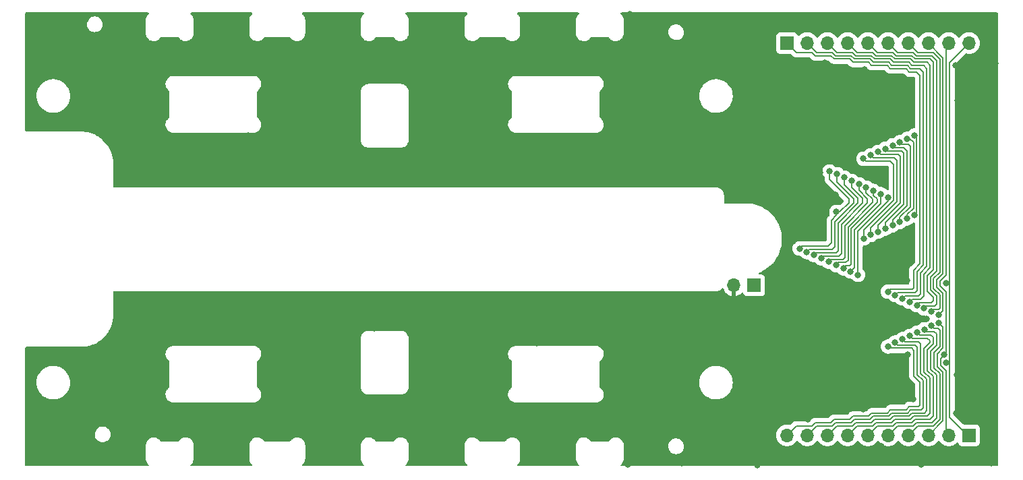
<source format=gbl>
G04 #@! TF.GenerationSoftware,KiCad,Pcbnew,(6.0.5-0)*
G04 #@! TF.CreationDate,2022-08-24T15:35:38+09:00*
G04 #@! TF.ProjectId,photo-single,70686f74-6f2d-4736-996e-676c652e6b69,rev?*
G04 #@! TF.SameCoordinates,Original*
G04 #@! TF.FileFunction,Copper,L2,Bot*
G04 #@! TF.FilePolarity,Positive*
%FSLAX46Y46*%
G04 Gerber Fmt 4.6, Leading zero omitted, Abs format (unit mm)*
G04 Created by KiCad (PCBNEW (6.0.5-0)) date 2022-08-24 15:35:38*
%MOMM*%
%LPD*%
G01*
G04 APERTURE LIST*
G04 #@! TA.AperFunction,ComponentPad*
%ADD10R,1.700000X1.700000*%
G04 #@! TD*
G04 #@! TA.AperFunction,ComponentPad*
%ADD11O,1.700000X1.700000*%
G04 #@! TD*
G04 #@! TA.AperFunction,ViaPad*
%ADD12C,0.800000*%
G04 #@! TD*
G04 #@! TA.AperFunction,Conductor*
%ADD13C,0.210820*%
G04 #@! TD*
G04 APERTURE END LIST*
D10*
X176789994Y-105780002D03*
D11*
X174249994Y-105780002D03*
D10*
X180905000Y-75372000D03*
D11*
X183445000Y-75372000D03*
X185985000Y-75372000D03*
X188525000Y-75372000D03*
X191065000Y-75372000D03*
X193605000Y-75372000D03*
X196145000Y-75372000D03*
X198685000Y-75372000D03*
X201225000Y-75372000D03*
X203765000Y-75372000D03*
D10*
X203765000Y-124628000D03*
D11*
X201225000Y-124628000D03*
X198685000Y-124628000D03*
X196145000Y-124628000D03*
X193605000Y-124628000D03*
X191065000Y-124628000D03*
X188525000Y-124628000D03*
X185985000Y-124628000D03*
X183445000Y-124628000D03*
X180905000Y-124628000D03*
D12*
X202300000Y-73790000D03*
X206280000Y-71960000D03*
X198400000Y-72030000D03*
X192690000Y-73570000D03*
X185930000Y-72280000D03*
X179110000Y-72350000D03*
X173910000Y-77340000D03*
X175640000Y-81870000D03*
X179240000Y-77680000D03*
X182970000Y-82000000D03*
X179120000Y-85810000D03*
X185750000Y-86230000D03*
X187960000Y-82140000D03*
X193830000Y-82060000D03*
X191090000Y-85670000D03*
X185670000Y-77810000D03*
X190620000Y-78700000D03*
X196520000Y-80020000D03*
X196460000Y-85670000D03*
X163740000Y-74680000D03*
X163880000Y-81490000D03*
X167820000Y-77690000D03*
X168100000Y-85780000D03*
X160160000Y-84330000D03*
X169270000Y-72660000D03*
X161220000Y-71770000D03*
X182850000Y-94500000D03*
X185050000Y-91600000D03*
X187000000Y-94410000D03*
X181490000Y-91320000D03*
X174920000Y-91350000D03*
X170640000Y-93000000D03*
X165510000Y-90970000D03*
X161920000Y-90220000D03*
X159110000Y-92010000D03*
X155760000Y-89030000D03*
X152960000Y-90120000D03*
X149850000Y-91920000D03*
X146730000Y-89160000D03*
X143890000Y-90080000D03*
X137710000Y-83800000D03*
X141050000Y-91910000D03*
X137600000Y-88830000D03*
X131980000Y-91850000D03*
X128790000Y-88930000D03*
X125950000Y-90110000D03*
X122840000Y-91760000D03*
X119880000Y-89110000D03*
X116960000Y-90280000D03*
X142510000Y-83540000D03*
X145890000Y-86960000D03*
X145350000Y-80580000D03*
X134240000Y-86840000D03*
X134240000Y-80730000D03*
X159520000Y-77920000D03*
X153930000Y-74140000D03*
X148080000Y-72160000D03*
X145140000Y-77320000D03*
X139960000Y-74400000D03*
X133920000Y-72300000D03*
X131940000Y-78230000D03*
X130280000Y-75130000D03*
X121160000Y-72130000D03*
X121980000Y-82710000D03*
X125580000Y-79650000D03*
X119270000Y-86420000D03*
X124920000Y-85790000D03*
X115500000Y-79890000D03*
X109830000Y-79010000D03*
X102990000Y-75230000D03*
X116980000Y-75260000D03*
X109810000Y-72320000D03*
X113230000Y-86960000D03*
X113750000Y-91850000D03*
X110900000Y-88970000D03*
X107920000Y-90120000D03*
X104940000Y-91950000D03*
X101910000Y-89140000D03*
X98940000Y-90200000D03*
X97590000Y-83270000D03*
X103360000Y-87120000D03*
X97590000Y-76460000D03*
X102190000Y-79560000D03*
X99890000Y-72190000D03*
X89990000Y-84490000D03*
X89190000Y-75710000D03*
X92940000Y-85990000D03*
X92990000Y-79230000D03*
X92900000Y-72380000D03*
X85860000Y-72380000D03*
X85810000Y-78900000D03*
X86090000Y-85990000D03*
X153480000Y-128040000D03*
X139390000Y-127550000D03*
X113130000Y-122610000D03*
X124180000Y-122550000D03*
X124220000Y-126500000D03*
X122180000Y-119150000D03*
X119000000Y-113670000D03*
X125200000Y-114050000D03*
X115640000Y-119150000D03*
X103450000Y-124710000D03*
X117130000Y-124630000D03*
X109710000Y-120890000D03*
X109870000Y-126550000D03*
X113190000Y-112990000D03*
X101740000Y-112920000D03*
X96860000Y-117080000D03*
X97050000Y-124340000D03*
X101460000Y-120620000D03*
X100050000Y-127840000D03*
X89180000Y-124760000D03*
X92350000Y-127870000D03*
X85770000Y-128000000D03*
X86010000Y-121040000D03*
X92100000Y-120960000D03*
X92100000Y-114200000D03*
X86050000Y-114200000D03*
X96040000Y-112230000D03*
X99010000Y-109920000D03*
X102120000Y-110680000D03*
X104820000Y-108170000D03*
X107880000Y-109920000D03*
X110710000Y-111100000D03*
X113900000Y-108070000D03*
X116920000Y-109790000D03*
X119920000Y-110990000D03*
X122900000Y-108260000D03*
X125940000Y-109810000D03*
X129060000Y-111190000D03*
X131910000Y-108170000D03*
X134970000Y-109690000D03*
X138050000Y-111320000D03*
X141050000Y-107960000D03*
X143950000Y-109880000D03*
X147020000Y-110950000D03*
X149860000Y-108260000D03*
X152960000Y-109590000D03*
X155790000Y-110950000D03*
X159070000Y-108120000D03*
X161950000Y-109620000D03*
X149480000Y-113060000D03*
X139550000Y-116080000D03*
X145270000Y-118910000D03*
X145210000Y-113340000D03*
X134200000Y-113250000D03*
X134170000Y-118970000D03*
X131370000Y-121770000D03*
X136720000Y-124640000D03*
X143590000Y-122780000D03*
X151130000Y-124250000D03*
X163990000Y-124750000D03*
X163710000Y-119380000D03*
X159220000Y-121950000D03*
X160900000Y-128260000D03*
X167720000Y-128120000D03*
X172530000Y-122230000D03*
X178510000Y-119760000D03*
X174770000Y-115410000D03*
X166350000Y-115100000D03*
X160170000Y-115570000D03*
X166730000Y-110230000D03*
X170940000Y-107330000D03*
X181560000Y-107460000D03*
X179100000Y-109960000D03*
X181480000Y-102780000D03*
X185560000Y-96850000D03*
X185340000Y-99710000D03*
X181500000Y-96990000D03*
X179190000Y-103850000D03*
X179430000Y-96500000D03*
X191900000Y-109280000D03*
X193080000Y-117650000D03*
X190250000Y-113450000D03*
X185710000Y-117540000D03*
X179980000Y-115320000D03*
X185860000Y-110620000D03*
X186970000Y-106000000D03*
X191170000Y-105270000D03*
X195950000Y-105200000D03*
X198450000Y-110020000D03*
X190510000Y-121350000D03*
X183540000Y-122630000D03*
X196090000Y-114500000D03*
X196760000Y-120040000D03*
X177220000Y-128400000D03*
X182340000Y-125890000D03*
X187780000Y-128040000D03*
X192770000Y-126040000D03*
X197790000Y-128270000D03*
X202180000Y-126070000D03*
X206610000Y-128110000D03*
X206610000Y-124990000D03*
X202180000Y-121870000D03*
X206840000Y-119950000D03*
X202280000Y-117010000D03*
X206910000Y-113720000D03*
X204080000Y-109710000D03*
X206770000Y-105540000D03*
X203960000Y-101630000D03*
X206870000Y-97840000D03*
X203730000Y-93950000D03*
X206800000Y-90960000D03*
X203640000Y-87710000D03*
X204430000Y-79910000D03*
X206840000Y-82700000D03*
X207100000Y-77950000D03*
X202350000Y-82560000D03*
X202080000Y-78170000D03*
X178700000Y-106780000D03*
X178400000Y-94560000D03*
X187208560Y-91834680D03*
X183410725Y-101600867D03*
X184340009Y-101977491D03*
X188117233Y-92258621D03*
X189025665Y-92683079D03*
X185251505Y-102395329D03*
X186161975Y-102815397D03*
X189943040Y-93087847D03*
X187070124Y-103240459D03*
X190850216Y-93514981D03*
X187992720Y-103633180D03*
X191767379Y-93920227D03*
X188903931Y-104051637D03*
X192681286Y-94332764D03*
X193601710Y-94730548D03*
X189820000Y-104459350D03*
X190518305Y-89877403D03*
X190526606Y-99894712D03*
X191430000Y-89460000D03*
X191428755Y-99457061D03*
X192345917Y-99051812D03*
X192343794Y-89028067D03*
X193266174Y-88634839D03*
X193262434Y-98645107D03*
X194177427Y-98234985D03*
X194170875Y-88202488D03*
X195092440Y-87807353D03*
X195087944Y-97815021D03*
X195991668Y-97380631D03*
X196000564Y-87382237D03*
X196910030Y-86960000D03*
X196910030Y-96978110D03*
X200890000Y-115510000D03*
X200857410Y-105535199D03*
X200631890Y-114523471D03*
X193581666Y-106593591D03*
X194493510Y-107010667D03*
X195408066Y-107421764D03*
X196314413Y-107850655D03*
X197225077Y-108270300D03*
X198136901Y-108687420D03*
X199053059Y-109094933D03*
X199068604Y-110881879D03*
X199991189Y-110489134D03*
X197245115Y-111715665D03*
X198164462Y-111315398D03*
X194490000Y-112970000D03*
X193616893Y-113463049D03*
X195416137Y-112537114D03*
X196339101Y-112145258D03*
X199976126Y-109486545D03*
X182509306Y-101161713D03*
X187123811Y-96573811D03*
X186264846Y-91495834D03*
D13*
X187208560Y-91834680D02*
X187208560Y-92832726D01*
X186577572Y-101269370D02*
X183742222Y-101269370D01*
X183742222Y-101269370D02*
X183410725Y-101600867D01*
X189279517Y-95419524D02*
X186923706Y-97775335D01*
X189279517Y-94903683D02*
X189279517Y-95419524D01*
X186923706Y-97775335D02*
X186923705Y-100926295D01*
X187208560Y-92832726D02*
X189279517Y-94903683D01*
X186923705Y-100926295D02*
X186579101Y-101270899D01*
X186579101Y-101270899D02*
X186577572Y-101269370D01*
X184633061Y-101684439D02*
X184340009Y-101977491D01*
X189840000Y-95443867D02*
X187337246Y-97946628D01*
X189840000Y-94879332D02*
X189840000Y-95443867D01*
X187337245Y-99250000D02*
X187337245Y-101422755D01*
X187075561Y-101684439D02*
X184633061Y-101684439D01*
X187337246Y-97946628D02*
X187337245Y-99250000D01*
X187337245Y-101422755D02*
X187075561Y-101684439D01*
X188117233Y-93156565D02*
X189840000Y-94879332D01*
X188117233Y-92258621D02*
X188117233Y-93156565D01*
X190390000Y-95478701D02*
X187750786Y-98117921D01*
X189025665Y-92683079D02*
X189025665Y-93480164D01*
X187750785Y-99380000D02*
X187750785Y-101789215D01*
X187750786Y-98117921D02*
X187750785Y-99380000D01*
X190390000Y-94844499D02*
X190390000Y-95478701D01*
X185548855Y-102097979D02*
X185251505Y-102395329D01*
X187442021Y-102097979D02*
X185548855Y-102097979D01*
X189025665Y-93480164D02*
X190390000Y-94844499D01*
X187750785Y-101789215D02*
X187442021Y-102097979D01*
X189943040Y-93087847D02*
X189943040Y-93812706D01*
X187958481Y-102511519D02*
X186465853Y-102511519D01*
X189943040Y-93812706D02*
X191030000Y-94899666D01*
X188164325Y-99510000D02*
X188164325Y-102305675D01*
X188164326Y-98289214D02*
X188164325Y-99510000D01*
X186465853Y-102511519D02*
X186161975Y-102815397D01*
X188164325Y-102305675D02*
X187958481Y-102511519D01*
X191030000Y-94899666D02*
X191030000Y-95423535D01*
X191030000Y-95423535D02*
X188164326Y-98289214D01*
X187070124Y-103240459D02*
X187385524Y-102925059D01*
X188577866Y-98460505D02*
X188577865Y-99480000D01*
X188280024Y-102929976D02*
X188280000Y-102930000D01*
X187385524Y-102925059D02*
X188080000Y-102925059D01*
X188280000Y-102930000D02*
X188080000Y-102930000D01*
X188577865Y-102632135D02*
X188280024Y-102929976D01*
X191642583Y-95395786D02*
X188577866Y-98460505D01*
X190850216Y-93514981D02*
X190850216Y-94135049D01*
X188577865Y-99480000D02*
X188577865Y-102632135D01*
X191642583Y-94927416D02*
X191642583Y-95395786D01*
X190850216Y-94135049D02*
X191642583Y-94927416D01*
X188766484Y-103343516D02*
X188991405Y-103118595D01*
X192267746Y-95355457D02*
X192267746Y-94967746D01*
X192267746Y-94967746D02*
X191767379Y-94467379D01*
X188282384Y-103343516D02*
X188766484Y-103343516D01*
X191767379Y-94467379D02*
X191767379Y-93920227D01*
X187992720Y-103633180D02*
X188282384Y-103343516D01*
X188991405Y-103118595D02*
X188991406Y-98631798D01*
X188991406Y-98631798D02*
X192267746Y-95355457D01*
X189404946Y-98803091D02*
X189404945Y-99660000D01*
X189404945Y-99660000D02*
X189404945Y-103550623D01*
X192681286Y-95526751D02*
X189404946Y-98803091D01*
X189404945Y-103550623D02*
X188903931Y-104051637D01*
X192681286Y-94332764D02*
X192681286Y-95526751D01*
X189818485Y-104457835D02*
X189820000Y-104459350D01*
X189818485Y-98974386D02*
X189818485Y-99930000D01*
X189818485Y-99930000D02*
X189818485Y-104457835D01*
X193601710Y-94730548D02*
X193601710Y-95191161D01*
X193601710Y-95191161D02*
X189818485Y-98974386D01*
X190810942Y-90170040D02*
X190518305Y-89877403D01*
X190526606Y-99894712D02*
X190526606Y-98851099D01*
X193880040Y-90170040D02*
X190810942Y-90170040D01*
X194309820Y-95067885D02*
X194309820Y-90599820D01*
X190526606Y-98851099D02*
X194309820Y-95067885D01*
X194309820Y-90599820D02*
X193880040Y-90170040D01*
X194723360Y-95239179D02*
X194723360Y-90093360D01*
X191428755Y-98533784D02*
X194723360Y-95239179D01*
X194723360Y-90093360D02*
X194386094Y-89756094D01*
X191428755Y-99457061D02*
X191428755Y-98533784D01*
X194385688Y-89756500D02*
X191726500Y-89756500D01*
X194386094Y-89756094D02*
X194385688Y-89756500D01*
X191726500Y-89756500D02*
X191430000Y-89460000D01*
X195136900Y-95410472D02*
X195136900Y-89616900D01*
X192658687Y-89342960D02*
X192343794Y-89028067D01*
X195136900Y-89616900D02*
X194862554Y-89342554D01*
X194862554Y-89342554D02*
X193710000Y-89342554D01*
X193709594Y-89342960D02*
X192658687Y-89342960D01*
X192345917Y-98201455D02*
X195136900Y-95410472D01*
X193710000Y-89342554D02*
X193709594Y-89342960D01*
X192345917Y-99051812D02*
X192345917Y-98201455D01*
X195299014Y-88929014D02*
X193560349Y-88929014D01*
X193262434Y-98645107D02*
X193262434Y-97869771D01*
X193560349Y-88929014D02*
X193266174Y-88634839D01*
X193262434Y-97869771D02*
X195550440Y-95581765D01*
X195550440Y-89180440D02*
X195299014Y-88929014D01*
X195550440Y-95581765D02*
X195550440Y-89180440D01*
X195963980Y-88883980D02*
X195595474Y-88515474D01*
X195963980Y-95753058D02*
X195963980Y-88883980D01*
X195595474Y-88515474D02*
X194483861Y-88515474D01*
X194177427Y-97539611D02*
X195963980Y-95753058D01*
X194483861Y-88515474D02*
X194170875Y-88202488D01*
X194177427Y-98234985D02*
X194177427Y-97539611D01*
X195375445Y-88090358D02*
X196140358Y-88090358D01*
X195092440Y-87807353D02*
X195375445Y-88090358D01*
X196377520Y-95924351D02*
X195087944Y-97213927D01*
X195087944Y-97213927D02*
X195087944Y-97815021D01*
X196140358Y-88090358D02*
X196377520Y-88327520D01*
X196377520Y-88327520D02*
X196377520Y-95924351D01*
X196000564Y-87382237D02*
X196330832Y-87382237D01*
X196330832Y-87382237D02*
X196791060Y-87842465D01*
X195991668Y-96895037D02*
X195991668Y-97380631D01*
X196791060Y-96095645D02*
X195991668Y-96895037D01*
X196791060Y-87842465D02*
X196791060Y-96095645D01*
X197204600Y-87174600D02*
X197204600Y-96705400D01*
X197204600Y-96705400D02*
X196931890Y-96978110D01*
X196910030Y-86960000D02*
X196990000Y-86960000D01*
X196931890Y-96978110D02*
X196910030Y-96978110D01*
X196990000Y-86960000D02*
X197204600Y-87174600D01*
X200890000Y-115510000D02*
X201290000Y-115510000D01*
X201340000Y-105580000D02*
X201340000Y-115460000D01*
X201340000Y-115460000D02*
X201340000Y-122400000D01*
X201340000Y-105052609D02*
X201340000Y-77797000D01*
X203568000Y-124628000D02*
X203765000Y-124628000D01*
X201290000Y-115510000D02*
X201340000Y-115460000D01*
X201295199Y-105535199D02*
X201340000Y-105580000D01*
X201340000Y-105052609D02*
X201340000Y-105580000D01*
X200857410Y-105535199D02*
X201295199Y-105535199D01*
X201340000Y-122400000D02*
X203568000Y-124628000D01*
X201340000Y-77797000D02*
X203765000Y-75372000D01*
X200926460Y-75670540D02*
X201225000Y-75372000D01*
X200926460Y-106605684D02*
X200149289Y-105828513D01*
X200181879Y-114973482D02*
X200181879Y-115803314D01*
X200149289Y-105828513D02*
X200149289Y-105241885D01*
X200926460Y-104464714D02*
X200926460Y-75670540D01*
X200181879Y-115803314D02*
X200926460Y-116547895D01*
X200926460Y-114228901D02*
X200926460Y-106605684D01*
X200149289Y-105241885D02*
X200926460Y-104464714D01*
X200631890Y-114523471D02*
X200181879Y-114973482D01*
X200631890Y-114523471D02*
X200926460Y-114228901D01*
X200926460Y-116547895D02*
X200926460Y-124329460D01*
X200926460Y-124329460D02*
X201225000Y-124628000D01*
X193878070Y-106297187D02*
X196642813Y-106297187D01*
X193906650Y-78597818D02*
X193493112Y-78184280D01*
X182063121Y-76530121D02*
X180905000Y-75372000D01*
X188755702Y-77357201D02*
X186800535Y-77357201D01*
X191124407Y-77770741D02*
X189169242Y-77770741D01*
X196840974Y-106099026D02*
X196840975Y-103871528D01*
X189169242Y-77770741D02*
X188755702Y-77357201D01*
X193493112Y-78184280D02*
X191537945Y-78184279D01*
X197201357Y-79011357D02*
X196275353Y-79011357D01*
X186386995Y-76943661D02*
X184431828Y-76943661D01*
X195861814Y-78597818D02*
X193906650Y-78597818D01*
X191537945Y-78184279D02*
X191124407Y-77770741D01*
X196642813Y-106297187D02*
X196840974Y-106099026D01*
X196840975Y-103871528D02*
X197618140Y-103094363D01*
X197618140Y-103094363D02*
X197618140Y-79428140D01*
X196275353Y-79011357D02*
X195861814Y-78597818D01*
X197618140Y-79428140D02*
X197201357Y-79011357D01*
X184431828Y-76943661D02*
X184018288Y-76530121D01*
X184018288Y-76530121D02*
X182063121Y-76530121D01*
X193581666Y-106593591D02*
X193878070Y-106297187D01*
X186800535Y-77357201D02*
X186386995Y-76943661D01*
X189340535Y-77357201D02*
X188926995Y-76943661D01*
X196999273Y-106710727D02*
X197254514Y-106455486D01*
X197254514Y-104042823D02*
X198031680Y-103265657D01*
X198031680Y-79051680D02*
X197577820Y-78597820D01*
X184603121Y-76530121D02*
X183445000Y-75372000D01*
X194077945Y-78184279D02*
X193664407Y-77770741D01*
X196446648Y-78597818D02*
X196033111Y-78184281D01*
X191709240Y-77770740D02*
X191295701Y-77357201D01*
X193664407Y-77770741D02*
X191709240Y-77770740D01*
X198031680Y-103265657D02*
X198031680Y-79051680D01*
X194493510Y-107010667D02*
X194793450Y-106710727D01*
X186558288Y-76530121D02*
X184603121Y-76530121D01*
X196033111Y-78184281D02*
X194077945Y-78184279D01*
X186971828Y-76943661D02*
X186558288Y-76530121D01*
X197254514Y-106455486D02*
X197254514Y-104042823D01*
X188926995Y-76943661D02*
X186971828Y-76943661D01*
X191295701Y-77357201D02*
X189340535Y-77357201D01*
X194793450Y-106710727D02*
X196999273Y-106710727D01*
X197577820Y-78597820D02*
X196446648Y-78597818D01*
X195408066Y-107421764D02*
X195705563Y-107124267D01*
X197668050Y-106841950D02*
X197668053Y-104214118D01*
X198445220Y-78555220D02*
X198074280Y-78184280D01*
X198074280Y-78184280D02*
X196617943Y-78184279D01*
X196617943Y-78184279D02*
X196204405Y-77770741D01*
X191466994Y-76943661D02*
X189511828Y-76943661D01*
X187143121Y-76530121D02*
X185985000Y-75372000D01*
X189511828Y-76943661D02*
X189098288Y-76530121D01*
X197668053Y-104214118D02*
X198445220Y-103436951D01*
X189098288Y-76530121D02*
X187143121Y-76530121D01*
X198445220Y-103436951D02*
X198445220Y-78555220D01*
X195705563Y-107124267D02*
X197385733Y-107124267D01*
X196204405Y-77770741D02*
X194249240Y-77770740D01*
X197385733Y-107124267D02*
X197668050Y-106841950D01*
X193835701Y-77357201D02*
X191880533Y-77357200D01*
X191880533Y-77357200D02*
X191466994Y-76943661D01*
X194249240Y-77770740D02*
X193835701Y-77357201D01*
X192051828Y-76943661D02*
X191638288Y-76530121D01*
X197660000Y-107537806D02*
X198081590Y-107116216D01*
X198490740Y-77770740D02*
X196789238Y-77770740D01*
X191638288Y-76530121D02*
X189683121Y-76530121D01*
X198858760Y-103608245D02*
X198858760Y-78138760D01*
X196789238Y-77770740D02*
X196375699Y-77357201D01*
X198081592Y-104385413D02*
X198858760Y-103608245D01*
X198081590Y-107116216D02*
X198081591Y-106342395D01*
X198081591Y-106342395D02*
X198081592Y-104385413D01*
X194006994Y-76943661D02*
X192051828Y-76943661D01*
X196314413Y-107850655D02*
X196627262Y-107537806D01*
X196375699Y-77357201D02*
X194420533Y-77357200D01*
X196627262Y-107537806D02*
X197660000Y-107537806D01*
X194420533Y-77357200D02*
X194006994Y-76943661D01*
X198858760Y-78138760D02*
X198490740Y-77770740D01*
X189683121Y-76530121D02*
X188525000Y-75372000D01*
X199058655Y-107951345D02*
X199272300Y-107737700D01*
X194178288Y-76530121D02*
X192223121Y-76530121D01*
X198495130Y-106513690D02*
X198495131Y-104556708D01*
X196546993Y-76943661D02*
X194591828Y-76943661D01*
X199272300Y-107737700D02*
X199272300Y-107290860D01*
X197544032Y-107951345D02*
X199058655Y-107951345D01*
X197225077Y-108270300D02*
X197544032Y-107951345D01*
X198887201Y-77357201D02*
X196960531Y-77357199D01*
X199272300Y-103779539D02*
X199272300Y-77742300D01*
X194591828Y-76943661D02*
X194178288Y-76530121D01*
X199272300Y-107290860D02*
X198495130Y-106513690D01*
X196960531Y-77357199D02*
X196546993Y-76943661D01*
X198495131Y-104556708D02*
X199272300Y-103779539D01*
X199272300Y-77742300D02*
X198887201Y-77357201D01*
X192223121Y-76530121D02*
X191065000Y-75372000D01*
X196718287Y-76530121D02*
X194763121Y-76530121D01*
X199685840Y-103950832D02*
X199685840Y-77542508D01*
X198459436Y-108364885D02*
X199455115Y-108364885D01*
X198136901Y-108687420D02*
X198459436Y-108364885D01*
X199685840Y-107119566D02*
X198908670Y-106342394D01*
X197131826Y-76943660D02*
X196718287Y-76530121D01*
X199455115Y-108364885D02*
X199685840Y-108134160D01*
X199086993Y-76943661D02*
X197131826Y-76943660D01*
X194763121Y-76530121D02*
X193605000Y-75372000D01*
X199685840Y-108134160D02*
X199685840Y-107119566D01*
X198908670Y-106342394D02*
X198908672Y-104728000D01*
X199685840Y-77542508D02*
X199086993Y-76943661D01*
X198908672Y-104728000D02*
X199685840Y-103950832D01*
X197303121Y-76530121D02*
X196145000Y-75372000D01*
X200099380Y-77371214D02*
X199258287Y-76530121D01*
X200099380Y-106948272D02*
X199322210Y-106171101D01*
X199369568Y-108778424D02*
X199951576Y-108778424D01*
X199322211Y-104899295D02*
X200099380Y-104122126D01*
X199053059Y-109094933D02*
X199369568Y-108778424D01*
X199322210Y-106171101D02*
X199322211Y-104899295D01*
X199258287Y-76530121D02*
X197303121Y-76530121D01*
X200099380Y-104122126D02*
X200099380Y-77371214D01*
X200099380Y-108630620D02*
X200099380Y-106948272D01*
X199951576Y-108778424D02*
X200099380Y-108630620D01*
X199383980Y-111197255D02*
X199850000Y-111197255D01*
X199258287Y-123469879D02*
X197303121Y-123469879D01*
X199354799Y-116145900D02*
X200099380Y-116890481D01*
X200099380Y-113469712D02*
X199354799Y-114214294D01*
X199354799Y-114214294D02*
X199354799Y-116145900D01*
X197303121Y-123469879D02*
X196145000Y-124628000D01*
X199068604Y-110881879D02*
X199383980Y-111197255D01*
X200099380Y-111446635D02*
X200099380Y-113469712D01*
X200099380Y-116890481D02*
X200099380Y-122628786D01*
X200099380Y-122628786D02*
X199258287Y-123469879D01*
X199850000Y-111197255D02*
X200099380Y-111446635D01*
X199768339Y-114385587D02*
X199768339Y-115974607D01*
X200512920Y-113641006D02*
X199768339Y-114385587D01*
X200512920Y-122800080D02*
X198685000Y-124628000D01*
X200512920Y-111010865D02*
X200512920Y-113641006D01*
X200512920Y-116719188D02*
X200512920Y-122800080D01*
X199991189Y-110489134D02*
X200512920Y-111010865D01*
X199768339Y-115974607D02*
X200512920Y-116719188D01*
X198527719Y-113871705D02*
X198527720Y-116488488D01*
X194178288Y-123469879D02*
X192223121Y-123469879D01*
X199272300Y-122217700D02*
X198847201Y-122642799D01*
X197553783Y-112024333D02*
X198985667Y-112024333D01*
X194591828Y-123056339D02*
X194178288Y-123469879D01*
X196960533Y-122642800D02*
X196546994Y-123056339D01*
X197245115Y-111715665D02*
X197553783Y-112024333D01*
X199272300Y-112310966D02*
X199272300Y-113127124D01*
X199272300Y-113127124D02*
X198527719Y-113871705D01*
X199272300Y-117233068D02*
X199272300Y-122217700D01*
X198847201Y-122642799D02*
X196960533Y-122642800D01*
X196546994Y-123056339D02*
X194591828Y-123056339D01*
X198527720Y-116488488D02*
X199272300Y-117233068D01*
X192223121Y-123469879D02*
X191065000Y-124628000D01*
X198985667Y-112024333D02*
X199272300Y-112310966D01*
X199086993Y-123056339D02*
X197131826Y-123056340D01*
X198941259Y-114043001D02*
X198941259Y-116317193D01*
X198941259Y-116317193D02*
X199685840Y-117061774D01*
X199685840Y-122457492D02*
X199086993Y-123056339D01*
X199685840Y-111886634D02*
X199685840Y-113298418D01*
X199410000Y-111610794D02*
X199685840Y-111886634D01*
X194763121Y-123469879D02*
X193605000Y-124628000D01*
X198459858Y-111610794D02*
X199410000Y-111610794D01*
X198164462Y-111315398D02*
X198459858Y-111610794D01*
X197131826Y-123056340D02*
X196718287Y-123469879D01*
X199685840Y-117061774D02*
X199685840Y-122457492D01*
X196718287Y-123469879D02*
X194763121Y-123469879D01*
X199685840Y-113298418D02*
X198941259Y-114043001D01*
X193664404Y-122229261D02*
X191709236Y-122229262D01*
X197767821Y-121402179D02*
X196446654Y-121402180D01*
X186971828Y-123056339D02*
X186558288Y-123469879D01*
X198031680Y-117746949D02*
X198031680Y-121138320D01*
X194490000Y-112970000D02*
X194786919Y-113266919D01*
X197287101Y-113534020D02*
X197287101Y-117002370D01*
X184603121Y-123469879D02*
X183445000Y-124628000D01*
X191709236Y-122229262D02*
X191295699Y-122642799D01*
X191295699Y-122642799D02*
X189340535Y-122642799D01*
X197287101Y-117002370D02*
X198031680Y-117746949D01*
X196033115Y-121815719D02*
X194077943Y-121815722D01*
X194786919Y-113266919D02*
X197020000Y-113266919D01*
X189340535Y-122642799D02*
X188926995Y-123056339D01*
X196446654Y-121402180D02*
X196033115Y-121815719D01*
X194077943Y-121815722D02*
X193664404Y-122229261D01*
X186558288Y-123469879D02*
X184603121Y-123469879D01*
X188926995Y-123056339D02*
X186971828Y-123056339D01*
X197020000Y-113266919D02*
X197287101Y-113534020D01*
X198031680Y-121138320D02*
X197767821Y-121402179D01*
X184431826Y-123056340D02*
X184018287Y-123469879D01*
X193493110Y-121815721D02*
X191537943Y-121815722D01*
X186800535Y-122642799D02*
X186386995Y-123056339D01*
X195861818Y-121402183D02*
X193906648Y-121402183D01*
X196873561Y-113994020D02*
X196873561Y-117173663D01*
X193906648Y-121402183D02*
X193493110Y-121815721D01*
X188755702Y-122642799D02*
X186800535Y-122642799D01*
X182063121Y-123469879D02*
X180905000Y-124628000D01*
X186386995Y-123056339D02*
X184431826Y-123056340D01*
X184018287Y-123469879D02*
X182063121Y-123469879D01*
X197441361Y-120988639D02*
X196275361Y-120988640D01*
X191537943Y-121815722D02*
X191124406Y-122229259D01*
X189169242Y-122229259D02*
X188755702Y-122642799D01*
X196560000Y-113680459D02*
X196873561Y-113994020D01*
X193834302Y-113680458D02*
X196560000Y-113680459D01*
X197618140Y-120811860D02*
X197441361Y-120988639D01*
X197618140Y-117918242D02*
X197618140Y-120811860D01*
X191124406Y-122229259D02*
X189169242Y-122229259D01*
X193616893Y-113463049D02*
X193834302Y-113680458D01*
X196275361Y-120988640D02*
X195861818Y-121402183D01*
X196873561Y-117173663D02*
X197618140Y-117918242D01*
X187143121Y-123469879D02*
X185985000Y-124628000D01*
X197700639Y-113110639D02*
X197700639Y-113871707D01*
X196204408Y-122229259D02*
X194249238Y-122229261D01*
X197700641Y-113871709D02*
X197700642Y-116831078D01*
X194249238Y-122229261D02*
X193835699Y-122642800D01*
X197700639Y-113871707D02*
X197700641Y-113871709D01*
X191466993Y-123056339D02*
X189511828Y-123056339D01*
X198445220Y-117575656D02*
X198445220Y-121524780D01*
X195416137Y-112537114D02*
X195732402Y-112853379D01*
X198154281Y-121815719D02*
X196617947Y-121815720D01*
X193835699Y-122642800D02*
X191880531Y-122642801D01*
X189511828Y-123056339D02*
X189098288Y-123469879D01*
X195732402Y-112853379D02*
X197443379Y-112853379D01*
X191880531Y-122642801D02*
X191466993Y-123056339D01*
X197443379Y-112853379D02*
X197700639Y-113110639D01*
X189098288Y-123469879D02*
X187143121Y-123469879D01*
X196617947Y-121815720D02*
X196204408Y-122229259D01*
X198445220Y-121524780D02*
X198154281Y-121815719D01*
X197700642Y-116831078D02*
X198445220Y-117575656D01*
X198557872Y-112437872D02*
X198858760Y-112738760D01*
X194420533Y-122642800D02*
X194006994Y-123056339D01*
X196631715Y-112437872D02*
X198557872Y-112437872D01*
X198858760Y-112738760D02*
X198858760Y-112955830D01*
X191638287Y-123469879D02*
X189683121Y-123469879D01*
X196339101Y-112145258D02*
X196631715Y-112437872D01*
X198858760Y-112955830D02*
X198114179Y-113700412D01*
X194006994Y-123056339D02*
X192051826Y-123056340D01*
X196375701Y-122642799D02*
X194420533Y-122642800D01*
X198114181Y-116659783D02*
X198858760Y-117404362D01*
X198858760Y-121881240D02*
X198510741Y-122229259D01*
X198858760Y-117404362D02*
X198858760Y-121881240D01*
X189683121Y-123469879D02*
X188525000Y-124628000D01*
X196789240Y-122229260D02*
X196375701Y-122642799D01*
X198510741Y-122229259D02*
X196789240Y-122229260D01*
X192051826Y-123056340D02*
X191638287Y-123469879D01*
X198114179Y-113700412D02*
X198114181Y-116659783D01*
X200512920Y-109007080D02*
X200512920Y-106776978D01*
X199735750Y-105070590D02*
X200512920Y-104293420D01*
X199735750Y-105999808D02*
X199735750Y-105070590D01*
X200512920Y-104293420D02*
X200512920Y-77199920D01*
X200033455Y-109486545D02*
X200512920Y-109007080D01*
X200512920Y-77199920D02*
X198685000Y-75372000D01*
X199976126Y-109486545D02*
X200033455Y-109486545D01*
X200512920Y-106776978D02*
X199735750Y-105999808D01*
X188690000Y-95424207D02*
X188690000Y-94899000D01*
X182815189Y-100855830D02*
X182509306Y-101161713D01*
X187123811Y-96573811D02*
X187123811Y-96990396D01*
X186074335Y-100855830D02*
X182815189Y-100855830D01*
X187123811Y-96573811D02*
X187540396Y-96573811D01*
X186264846Y-92473846D02*
X186264846Y-91495834D01*
X186510165Y-100420000D02*
X186074335Y-100855830D01*
X186500439Y-92709439D02*
X186264846Y-92473846D01*
X187123811Y-96990396D02*
X186510166Y-97604042D01*
X186510166Y-97604042D02*
X186510165Y-100420000D01*
X187540396Y-96573811D02*
X188690000Y-95424207D01*
X188690000Y-94899000D02*
X186500439Y-92709439D01*
G04 #@! TA.AperFunction,Conductor*
G36*
X100748378Y-71528502D02*
G01*
X100794871Y-71582158D01*
X100804975Y-71652432D01*
X100775481Y-71717012D01*
X100766622Y-71726244D01*
X100672897Y-71814475D01*
X100656097Y-71830290D01*
X100547477Y-71977919D01*
X100467250Y-72142711D01*
X100418045Y-72319266D01*
X100417530Y-72324944D01*
X100417529Y-72324949D01*
X100405559Y-72456807D01*
X100404330Y-72466309D01*
X100401281Y-72484439D01*
X100401280Y-72484446D01*
X100400473Y-72489247D01*
X100400321Y-72501799D01*
X100401011Y-72506613D01*
X100401011Y-72506615D01*
X100404276Y-72529397D01*
X100405550Y-72547271D01*
X100405550Y-74048534D01*
X100403806Y-74069425D01*
X100400473Y-74089249D01*
X100400321Y-74101801D01*
X100403159Y-74121602D01*
X100403911Y-74128031D01*
X100404753Y-74137292D01*
X100417307Y-74275295D01*
X100418126Y-74284303D01*
X100442538Y-74371848D01*
X100465816Y-74455325D01*
X100467349Y-74460824D01*
X100469848Y-74465955D01*
X100469848Y-74465956D01*
X100520351Y-74569664D01*
X100547581Y-74625582D01*
X100656195Y-74773182D01*
X100660355Y-74777098D01*
X100660356Y-74777099D01*
X100696911Y-74811508D01*
X100789632Y-74898787D01*
X100820268Y-74918595D01*
X100938721Y-74995181D01*
X100938724Y-74995183D01*
X100943524Y-74998286D01*
X100948806Y-75000474D01*
X100948808Y-75000475D01*
X101107555Y-75066234D01*
X101107558Y-75066235D01*
X101112828Y-75068418D01*
X101292000Y-75106886D01*
X101297710Y-75107059D01*
X101297711Y-75107059D01*
X101469456Y-75112259D01*
X101469457Y-75112259D01*
X101475172Y-75112432D01*
X101656343Y-75084872D01*
X101829580Y-75025109D01*
X101834555Y-75022304D01*
X101834559Y-75022302D01*
X101984232Y-74937908D01*
X101984234Y-74937907D01*
X101989208Y-74935102D01*
X101997788Y-74927954D01*
X102095278Y-74846727D01*
X102102867Y-74840878D01*
X102117858Y-74830208D01*
X102117865Y-74830203D01*
X102121830Y-74827380D01*
X102130815Y-74818614D01*
X102133732Y-74814723D01*
X102133739Y-74814715D01*
X102147585Y-74796245D01*
X102159306Y-74782727D01*
X102294881Y-74647153D01*
X102357193Y-74613128D01*
X102383976Y-74610249D01*
X104444126Y-74610249D01*
X104512247Y-74630251D01*
X104533221Y-74647153D01*
X104601736Y-74715669D01*
X104663284Y-74777217D01*
X104676830Y-74793233D01*
X104685643Y-74805612D01*
X104685647Y-74805617D01*
X104688468Y-74809579D01*
X104697235Y-74818563D01*
X104701131Y-74821483D01*
X104714281Y-74831339D01*
X104719379Y-74835369D01*
X104819243Y-74918595D01*
X104838912Y-74934987D01*
X104843882Y-74937790D01*
X104843886Y-74937793D01*
X104932140Y-74987570D01*
X104998531Y-75025016D01*
X105003924Y-75026877D01*
X105003926Y-75026878D01*
X105166364Y-75082935D01*
X105166366Y-75082935D01*
X105171763Y-75084798D01*
X105177406Y-75085657D01*
X105177410Y-75085658D01*
X105308986Y-75105687D01*
X105352934Y-75112377D01*
X105358640Y-75112205D01*
X105358644Y-75112205D01*
X105448357Y-75109497D01*
X105536108Y-75106848D01*
X105586300Y-75096076D01*
X105709705Y-75069592D01*
X105709710Y-75069591D01*
X105715285Y-75068394D01*
X105768289Y-75046442D01*
X105879321Y-75000457D01*
X105879324Y-75000456D01*
X105884596Y-74998272D01*
X105923310Y-74973245D01*
X106033700Y-74901882D01*
X106033702Y-74901881D01*
X106038495Y-74898782D01*
X106171941Y-74773181D01*
X106230552Y-74693538D01*
X106277176Y-74630184D01*
X106277177Y-74630182D01*
X106280561Y-74625584D01*
X106360798Y-74460825D01*
X106378844Y-74396113D01*
X106408489Y-74289809D01*
X106408490Y-74289804D01*
X106410024Y-74284303D01*
X106410844Y-74275295D01*
X106416526Y-74212828D01*
X106422533Y-74146789D01*
X106423763Y-74137292D01*
X106426818Y-74119149D01*
X106426819Y-74119140D01*
X106427625Y-74114351D01*
X106427779Y-74101799D01*
X106426679Y-74094109D01*
X106423821Y-74074142D01*
X106422550Y-74056292D01*
X106422550Y-72555033D01*
X106424298Y-72534116D01*
X106426818Y-72519146D01*
X106427625Y-72514353D01*
X106427779Y-72501801D01*
X106425225Y-72483951D01*
X106424470Y-72477497D01*
X106420789Y-72436948D01*
X106410105Y-72319259D01*
X106360898Y-72142696D01*
X106280667Y-71977895D01*
X106249344Y-71935323D01*
X106175427Y-71834858D01*
X106175424Y-71834855D01*
X106172042Y-71830258D01*
X106129796Y-71790489D01*
X106061550Y-71726244D01*
X106025659Y-71664988D01*
X106028584Y-71594051D01*
X106069396Y-71535957D01*
X106135137Y-71509150D01*
X106147915Y-71508500D01*
X113680257Y-71508500D01*
X113748378Y-71528502D01*
X113794871Y-71582158D01*
X113804975Y-71652432D01*
X113775481Y-71717012D01*
X113766622Y-71726244D01*
X113672897Y-71814475D01*
X113656097Y-71830290D01*
X113547477Y-71977919D01*
X113467250Y-72142711D01*
X113418045Y-72319266D01*
X113417530Y-72324944D01*
X113417529Y-72324949D01*
X113405559Y-72456807D01*
X113404330Y-72466309D01*
X113401281Y-72484439D01*
X113401280Y-72484446D01*
X113400473Y-72489247D01*
X113400321Y-72501799D01*
X113401011Y-72506613D01*
X113401011Y-72506615D01*
X113404276Y-72529397D01*
X113405550Y-72547271D01*
X113405550Y-74048534D01*
X113403806Y-74069425D01*
X113400473Y-74089249D01*
X113400321Y-74101801D01*
X113403159Y-74121602D01*
X113403911Y-74128031D01*
X113404753Y-74137292D01*
X113417307Y-74275295D01*
X113418126Y-74284303D01*
X113442538Y-74371848D01*
X113465816Y-74455325D01*
X113467349Y-74460824D01*
X113469848Y-74465955D01*
X113469848Y-74465956D01*
X113520351Y-74569664D01*
X113547581Y-74625582D01*
X113656195Y-74773182D01*
X113660355Y-74777098D01*
X113660356Y-74777099D01*
X113696911Y-74811508D01*
X113789632Y-74898787D01*
X113820268Y-74918595D01*
X113938721Y-74995181D01*
X113938724Y-74995183D01*
X113943524Y-74998286D01*
X113948806Y-75000474D01*
X113948808Y-75000475D01*
X114107555Y-75066234D01*
X114107558Y-75066235D01*
X114112828Y-75068418D01*
X114292000Y-75106886D01*
X114297710Y-75107059D01*
X114297711Y-75107059D01*
X114469456Y-75112259D01*
X114469457Y-75112259D01*
X114475172Y-75112432D01*
X114656343Y-75084872D01*
X114829580Y-75025109D01*
X114834555Y-75022304D01*
X114834559Y-75022302D01*
X114984232Y-74937908D01*
X114984234Y-74937907D01*
X114989208Y-74935102D01*
X114997788Y-74927954D01*
X115095278Y-74846727D01*
X115102867Y-74840878D01*
X115117858Y-74830208D01*
X115117865Y-74830203D01*
X115121830Y-74827380D01*
X115130815Y-74818614D01*
X115133732Y-74814723D01*
X115133739Y-74814715D01*
X115147585Y-74796245D01*
X115159306Y-74782727D01*
X115294881Y-74647153D01*
X115357193Y-74613128D01*
X115383976Y-74610249D01*
X118444126Y-74610249D01*
X118512247Y-74630251D01*
X118533221Y-74647153D01*
X118601736Y-74715669D01*
X118663284Y-74777217D01*
X118676830Y-74793233D01*
X118685643Y-74805612D01*
X118685647Y-74805617D01*
X118688468Y-74809579D01*
X118697235Y-74818563D01*
X118701131Y-74821483D01*
X118714281Y-74831339D01*
X118719379Y-74835369D01*
X118819243Y-74918595D01*
X118838912Y-74934987D01*
X118843882Y-74937790D01*
X118843886Y-74937793D01*
X118932140Y-74987570D01*
X118998531Y-75025016D01*
X119003924Y-75026877D01*
X119003926Y-75026878D01*
X119166364Y-75082935D01*
X119166366Y-75082935D01*
X119171763Y-75084798D01*
X119177406Y-75085657D01*
X119177410Y-75085658D01*
X119308986Y-75105687D01*
X119352934Y-75112377D01*
X119358640Y-75112205D01*
X119358644Y-75112205D01*
X119448357Y-75109497D01*
X119536108Y-75106848D01*
X119586300Y-75096076D01*
X119709705Y-75069592D01*
X119709710Y-75069591D01*
X119715285Y-75068394D01*
X119768289Y-75046442D01*
X119879321Y-75000457D01*
X119879324Y-75000456D01*
X119884596Y-74998272D01*
X119923310Y-74973245D01*
X120033700Y-74901882D01*
X120033702Y-74901881D01*
X120038495Y-74898782D01*
X120171941Y-74773181D01*
X120230552Y-74693538D01*
X120277176Y-74630184D01*
X120277177Y-74630182D01*
X120280561Y-74625584D01*
X120360798Y-74460825D01*
X120378844Y-74396113D01*
X120408489Y-74289809D01*
X120408490Y-74289804D01*
X120410024Y-74284303D01*
X120410844Y-74275295D01*
X120416526Y-74212828D01*
X120422533Y-74146789D01*
X120423763Y-74137292D01*
X120426818Y-74119149D01*
X120426819Y-74119140D01*
X120427625Y-74114351D01*
X120427779Y-74101799D01*
X120426679Y-74094109D01*
X120423821Y-74074142D01*
X120422550Y-74056292D01*
X120422550Y-72555033D01*
X120424298Y-72534116D01*
X120426818Y-72519146D01*
X120427625Y-72514353D01*
X120427779Y-72501801D01*
X120425225Y-72483951D01*
X120424470Y-72477497D01*
X120420789Y-72436948D01*
X120410105Y-72319259D01*
X120360898Y-72142696D01*
X120280667Y-71977895D01*
X120249344Y-71935323D01*
X120175427Y-71834858D01*
X120175424Y-71834855D01*
X120172042Y-71830258D01*
X120129796Y-71790489D01*
X120061550Y-71726244D01*
X120025659Y-71664988D01*
X120028584Y-71594051D01*
X120069396Y-71535957D01*
X120135137Y-71509150D01*
X120147915Y-71508500D01*
X127680257Y-71508500D01*
X127748378Y-71528502D01*
X127794871Y-71582158D01*
X127804975Y-71652432D01*
X127775481Y-71717012D01*
X127766622Y-71726244D01*
X127672897Y-71814475D01*
X127656097Y-71830290D01*
X127547477Y-71977919D01*
X127467250Y-72142711D01*
X127418045Y-72319266D01*
X127417530Y-72324944D01*
X127417529Y-72324949D01*
X127405559Y-72456807D01*
X127404330Y-72466309D01*
X127401281Y-72484439D01*
X127401280Y-72484446D01*
X127400473Y-72489247D01*
X127400321Y-72501799D01*
X127401011Y-72506613D01*
X127401011Y-72506615D01*
X127404276Y-72529397D01*
X127405550Y-72547271D01*
X127405550Y-74048534D01*
X127403806Y-74069425D01*
X127400473Y-74089249D01*
X127400321Y-74101801D01*
X127403159Y-74121602D01*
X127403911Y-74128031D01*
X127404753Y-74137292D01*
X127417307Y-74275295D01*
X127418126Y-74284303D01*
X127442538Y-74371848D01*
X127465816Y-74455325D01*
X127467349Y-74460824D01*
X127469848Y-74465955D01*
X127469848Y-74465956D01*
X127520351Y-74569664D01*
X127547581Y-74625582D01*
X127656195Y-74773182D01*
X127660355Y-74777098D01*
X127660356Y-74777099D01*
X127696911Y-74811508D01*
X127789632Y-74898787D01*
X127820268Y-74918595D01*
X127938721Y-74995181D01*
X127938724Y-74995183D01*
X127943524Y-74998286D01*
X127948806Y-75000474D01*
X127948808Y-75000475D01*
X128107555Y-75066234D01*
X128107558Y-75066235D01*
X128112828Y-75068418D01*
X128292000Y-75106886D01*
X128297710Y-75107059D01*
X128297711Y-75107059D01*
X128469456Y-75112259D01*
X128469457Y-75112259D01*
X128475172Y-75112432D01*
X128656343Y-75084872D01*
X128829580Y-75025109D01*
X128834555Y-75022304D01*
X128834559Y-75022302D01*
X128984232Y-74937908D01*
X128984234Y-74937907D01*
X128989208Y-74935102D01*
X128997788Y-74927954D01*
X129095278Y-74846727D01*
X129102867Y-74840878D01*
X129117858Y-74830208D01*
X129117865Y-74830203D01*
X129121830Y-74827380D01*
X129130815Y-74818614D01*
X129133732Y-74814723D01*
X129133739Y-74814715D01*
X129147585Y-74796245D01*
X129159306Y-74782727D01*
X129294881Y-74647153D01*
X129357193Y-74613128D01*
X129383976Y-74610249D01*
X131444126Y-74610249D01*
X131512247Y-74630251D01*
X131533221Y-74647153D01*
X131601736Y-74715669D01*
X131663284Y-74777217D01*
X131676830Y-74793233D01*
X131685643Y-74805612D01*
X131685647Y-74805617D01*
X131688468Y-74809579D01*
X131697235Y-74818563D01*
X131701131Y-74821483D01*
X131714281Y-74831339D01*
X131719379Y-74835369D01*
X131819243Y-74918595D01*
X131838912Y-74934987D01*
X131843882Y-74937790D01*
X131843886Y-74937793D01*
X131932140Y-74987570D01*
X131998531Y-75025016D01*
X132003924Y-75026877D01*
X132003926Y-75026878D01*
X132166364Y-75082935D01*
X132166366Y-75082935D01*
X132171763Y-75084798D01*
X132177406Y-75085657D01*
X132177410Y-75085658D01*
X132308986Y-75105687D01*
X132352934Y-75112377D01*
X132358640Y-75112205D01*
X132358644Y-75112205D01*
X132448357Y-75109497D01*
X132536108Y-75106848D01*
X132586300Y-75096076D01*
X132709705Y-75069592D01*
X132709710Y-75069591D01*
X132715285Y-75068394D01*
X132768289Y-75046442D01*
X132879321Y-75000457D01*
X132879324Y-75000456D01*
X132884596Y-74998272D01*
X132923310Y-74973245D01*
X133033700Y-74901882D01*
X133033702Y-74901881D01*
X133038495Y-74898782D01*
X133171941Y-74773181D01*
X133230552Y-74693538D01*
X133277176Y-74630184D01*
X133277177Y-74630182D01*
X133280561Y-74625584D01*
X133360798Y-74460825D01*
X133378844Y-74396113D01*
X133408489Y-74289809D01*
X133408490Y-74289804D01*
X133410024Y-74284303D01*
X133410844Y-74275295D01*
X133416526Y-74212828D01*
X133422533Y-74146789D01*
X133423763Y-74137292D01*
X133426818Y-74119149D01*
X133426819Y-74119140D01*
X133427625Y-74114351D01*
X133427779Y-74101799D01*
X133426679Y-74094109D01*
X133423821Y-74074142D01*
X133422550Y-74056292D01*
X133422550Y-72555033D01*
X133424298Y-72534116D01*
X133426818Y-72519146D01*
X133427625Y-72514353D01*
X133427779Y-72501801D01*
X133425225Y-72483951D01*
X133424470Y-72477497D01*
X133420789Y-72436948D01*
X133410105Y-72319259D01*
X133360898Y-72142696D01*
X133280667Y-71977895D01*
X133249344Y-71935323D01*
X133175427Y-71834858D01*
X133175424Y-71834855D01*
X133172042Y-71830258D01*
X133129796Y-71790489D01*
X133061550Y-71726244D01*
X133025659Y-71664988D01*
X133028584Y-71594051D01*
X133069396Y-71535957D01*
X133135137Y-71509150D01*
X133147915Y-71508500D01*
X140680257Y-71508500D01*
X140748378Y-71528502D01*
X140794871Y-71582158D01*
X140804975Y-71652432D01*
X140775481Y-71717012D01*
X140766622Y-71726244D01*
X140672897Y-71814475D01*
X140656097Y-71830290D01*
X140547477Y-71977919D01*
X140467250Y-72142711D01*
X140418045Y-72319266D01*
X140417530Y-72324944D01*
X140417529Y-72324949D01*
X140405559Y-72456807D01*
X140404330Y-72466309D01*
X140401281Y-72484439D01*
X140401280Y-72484446D01*
X140400473Y-72489247D01*
X140400321Y-72501799D01*
X140401011Y-72506613D01*
X140401011Y-72506615D01*
X140404276Y-72529397D01*
X140405550Y-72547271D01*
X140405550Y-74048534D01*
X140403806Y-74069425D01*
X140400473Y-74089249D01*
X140400321Y-74101801D01*
X140403159Y-74121602D01*
X140403911Y-74128031D01*
X140404753Y-74137292D01*
X140417307Y-74275295D01*
X140418126Y-74284303D01*
X140442538Y-74371848D01*
X140465816Y-74455325D01*
X140467349Y-74460824D01*
X140469848Y-74465955D01*
X140469848Y-74465956D01*
X140520351Y-74569664D01*
X140547581Y-74625582D01*
X140656195Y-74773182D01*
X140660355Y-74777098D01*
X140660356Y-74777099D01*
X140696911Y-74811508D01*
X140789632Y-74898787D01*
X140820268Y-74918595D01*
X140938721Y-74995181D01*
X140938724Y-74995183D01*
X140943524Y-74998286D01*
X140948806Y-75000474D01*
X140948808Y-75000475D01*
X141107555Y-75066234D01*
X141107558Y-75066235D01*
X141112828Y-75068418D01*
X141292000Y-75106886D01*
X141297710Y-75107059D01*
X141297711Y-75107059D01*
X141469456Y-75112259D01*
X141469457Y-75112259D01*
X141475172Y-75112432D01*
X141656343Y-75084872D01*
X141829580Y-75025109D01*
X141834555Y-75022304D01*
X141834559Y-75022302D01*
X141984232Y-74937908D01*
X141984234Y-74937907D01*
X141989208Y-74935102D01*
X141997788Y-74927954D01*
X142095278Y-74846727D01*
X142102867Y-74840878D01*
X142117858Y-74830208D01*
X142117865Y-74830203D01*
X142121830Y-74827380D01*
X142130815Y-74818614D01*
X142133732Y-74814723D01*
X142133739Y-74814715D01*
X142147585Y-74796245D01*
X142159306Y-74782727D01*
X142294881Y-74647153D01*
X142357193Y-74613128D01*
X142383976Y-74610249D01*
X145444126Y-74610249D01*
X145512247Y-74630251D01*
X145533221Y-74647153D01*
X145601736Y-74715669D01*
X145663284Y-74777217D01*
X145676830Y-74793233D01*
X145685643Y-74805612D01*
X145685647Y-74805617D01*
X145688468Y-74809579D01*
X145697235Y-74818563D01*
X145701131Y-74821483D01*
X145714281Y-74831339D01*
X145719379Y-74835369D01*
X145819243Y-74918595D01*
X145838912Y-74934987D01*
X145843882Y-74937790D01*
X145843886Y-74937793D01*
X145932140Y-74987570D01*
X145998531Y-75025016D01*
X146003924Y-75026877D01*
X146003926Y-75026878D01*
X146166364Y-75082935D01*
X146166366Y-75082935D01*
X146171763Y-75084798D01*
X146177406Y-75085657D01*
X146177410Y-75085658D01*
X146308986Y-75105687D01*
X146352934Y-75112377D01*
X146358640Y-75112205D01*
X146358644Y-75112205D01*
X146448357Y-75109497D01*
X146536108Y-75106848D01*
X146586300Y-75096076D01*
X146709705Y-75069592D01*
X146709710Y-75069591D01*
X146715285Y-75068394D01*
X146768289Y-75046442D01*
X146879321Y-75000457D01*
X146879324Y-75000456D01*
X146884596Y-74998272D01*
X146923310Y-74973245D01*
X147033700Y-74901882D01*
X147033702Y-74901881D01*
X147038495Y-74898782D01*
X147171941Y-74773181D01*
X147230552Y-74693538D01*
X147277176Y-74630184D01*
X147277177Y-74630182D01*
X147280561Y-74625584D01*
X147360798Y-74460825D01*
X147378844Y-74396113D01*
X147408489Y-74289809D01*
X147408490Y-74289804D01*
X147410024Y-74284303D01*
X147410844Y-74275295D01*
X147416526Y-74212828D01*
X147422533Y-74146789D01*
X147423763Y-74137292D01*
X147426818Y-74119149D01*
X147426819Y-74119140D01*
X147427625Y-74114351D01*
X147427779Y-74101799D01*
X147426679Y-74094109D01*
X147423821Y-74074142D01*
X147422550Y-74056292D01*
X147422550Y-72555033D01*
X147424298Y-72534116D01*
X147426818Y-72519146D01*
X147427625Y-72514353D01*
X147427779Y-72501801D01*
X147425225Y-72483951D01*
X147424470Y-72477497D01*
X147420789Y-72436948D01*
X147410105Y-72319259D01*
X147360898Y-72142696D01*
X147280667Y-71977895D01*
X147249344Y-71935323D01*
X147175427Y-71834858D01*
X147175424Y-71834855D01*
X147172042Y-71830258D01*
X147129796Y-71790489D01*
X147061550Y-71726244D01*
X147025659Y-71664988D01*
X147028584Y-71594051D01*
X147069396Y-71535957D01*
X147135137Y-71509150D01*
X147147915Y-71508500D01*
X154680257Y-71508500D01*
X154748378Y-71528502D01*
X154794871Y-71582158D01*
X154804975Y-71652432D01*
X154775481Y-71717012D01*
X154766622Y-71726244D01*
X154672897Y-71814475D01*
X154656097Y-71830290D01*
X154547477Y-71977919D01*
X154467250Y-72142711D01*
X154418045Y-72319266D01*
X154417530Y-72324944D01*
X154417529Y-72324949D01*
X154405559Y-72456807D01*
X154404330Y-72466309D01*
X154401281Y-72484439D01*
X154401280Y-72484446D01*
X154400473Y-72489247D01*
X154400321Y-72501799D01*
X154401011Y-72506613D01*
X154401011Y-72506615D01*
X154404276Y-72529397D01*
X154405550Y-72547271D01*
X154405550Y-74048534D01*
X154403806Y-74069425D01*
X154400473Y-74089249D01*
X154400321Y-74101801D01*
X154403159Y-74121602D01*
X154403911Y-74128031D01*
X154404753Y-74137292D01*
X154417307Y-74275295D01*
X154418126Y-74284303D01*
X154442538Y-74371848D01*
X154465816Y-74455325D01*
X154467349Y-74460824D01*
X154469848Y-74465955D01*
X154469848Y-74465956D01*
X154520351Y-74569664D01*
X154547581Y-74625582D01*
X154656195Y-74773182D01*
X154660355Y-74777098D01*
X154660356Y-74777099D01*
X154696911Y-74811508D01*
X154789632Y-74898787D01*
X154820268Y-74918595D01*
X154938721Y-74995181D01*
X154938724Y-74995183D01*
X154943524Y-74998286D01*
X154948806Y-75000474D01*
X154948808Y-75000475D01*
X155107555Y-75066234D01*
X155107558Y-75066235D01*
X155112828Y-75068418D01*
X155292000Y-75106886D01*
X155297710Y-75107059D01*
X155297711Y-75107059D01*
X155469456Y-75112259D01*
X155469457Y-75112259D01*
X155475172Y-75112432D01*
X155656343Y-75084872D01*
X155829580Y-75025109D01*
X155834555Y-75022304D01*
X155834559Y-75022302D01*
X155984232Y-74937908D01*
X155984234Y-74937907D01*
X155989208Y-74935102D01*
X155997788Y-74927954D01*
X156095278Y-74846727D01*
X156102867Y-74840878D01*
X156117858Y-74830208D01*
X156117865Y-74830203D01*
X156121830Y-74827380D01*
X156130815Y-74818614D01*
X156133732Y-74814723D01*
X156133739Y-74814715D01*
X156147585Y-74796245D01*
X156159306Y-74782727D01*
X156294881Y-74647153D01*
X156357193Y-74613128D01*
X156383976Y-74610249D01*
X158444126Y-74610249D01*
X158512247Y-74630251D01*
X158533221Y-74647153D01*
X158601736Y-74715669D01*
X158663284Y-74777217D01*
X158676830Y-74793233D01*
X158685643Y-74805612D01*
X158685647Y-74805617D01*
X158688468Y-74809579D01*
X158697235Y-74818563D01*
X158701131Y-74821483D01*
X158714281Y-74831339D01*
X158719379Y-74835369D01*
X158819243Y-74918595D01*
X158838912Y-74934987D01*
X158843882Y-74937790D01*
X158843886Y-74937793D01*
X158932140Y-74987570D01*
X158998531Y-75025016D01*
X159003924Y-75026877D01*
X159003926Y-75026878D01*
X159166364Y-75082935D01*
X159166366Y-75082935D01*
X159171763Y-75084798D01*
X159177406Y-75085657D01*
X159177410Y-75085658D01*
X159308986Y-75105687D01*
X159352934Y-75112377D01*
X159358640Y-75112205D01*
X159358644Y-75112205D01*
X159448357Y-75109497D01*
X159536108Y-75106848D01*
X159586300Y-75096076D01*
X159709705Y-75069592D01*
X159709710Y-75069591D01*
X159715285Y-75068394D01*
X159768289Y-75046442D01*
X159879321Y-75000457D01*
X159879324Y-75000456D01*
X159884596Y-74998272D01*
X159923310Y-74973245D01*
X160033700Y-74901882D01*
X160033702Y-74901881D01*
X160038495Y-74898782D01*
X160171941Y-74773181D01*
X160230552Y-74693538D01*
X160277176Y-74630184D01*
X160277177Y-74630182D01*
X160280561Y-74625584D01*
X160360798Y-74460825D01*
X160378844Y-74396113D01*
X160408489Y-74289809D01*
X160408490Y-74289804D01*
X160410024Y-74284303D01*
X160410844Y-74275295D01*
X160416526Y-74212828D01*
X160422533Y-74146789D01*
X160423763Y-74137292D01*
X160426818Y-74119149D01*
X160426819Y-74119140D01*
X160427625Y-74114351D01*
X160427779Y-74101799D01*
X160426679Y-74094109D01*
X160423821Y-74074142D01*
X160422550Y-74056292D01*
X160422550Y-73986202D01*
X166011837Y-73986202D01*
X166014323Y-74015800D01*
X166023206Y-74121581D01*
X166027977Y-74178400D01*
X166029676Y-74184325D01*
X166079010Y-74356373D01*
X166081140Y-74363802D01*
X166083955Y-74369279D01*
X166083956Y-74369282D01*
X166166487Y-74529871D01*
X166169302Y-74535348D01*
X166173125Y-74540172D01*
X166173128Y-74540176D01*
X166257918Y-74647153D01*
X166289106Y-74686502D01*
X166293800Y-74690497D01*
X166402170Y-74782727D01*
X166435987Y-74811508D01*
X166604351Y-74905604D01*
X166787786Y-74965205D01*
X166979303Y-74988042D01*
X166985438Y-74987570D01*
X166985440Y-74987570D01*
X167165467Y-74973718D01*
X167165471Y-74973717D01*
X167171609Y-74973245D01*
X167357379Y-74921377D01*
X167438572Y-74880364D01*
X167524035Y-74837194D01*
X167524037Y-74837193D01*
X167529536Y-74834415D01*
X167681523Y-74715669D01*
X167685549Y-74711005D01*
X167685552Y-74711002D01*
X167803522Y-74574332D01*
X167803523Y-74574330D01*
X167807551Y-74569664D01*
X167861972Y-74473866D01*
X167899775Y-74407322D01*
X167899777Y-74407318D01*
X167902820Y-74401961D01*
X167956763Y-74239800D01*
X167961755Y-74224795D01*
X167961756Y-74224792D01*
X167963700Y-74218947D01*
X167972815Y-74146798D01*
X167987432Y-74031097D01*
X167987433Y-74031087D01*
X167987874Y-74027594D01*
X167988259Y-74000000D01*
X167969438Y-73808046D01*
X167913691Y-73623404D01*
X167823142Y-73453106D01*
X167819252Y-73448336D01*
X167819249Y-73448332D01*
X167705135Y-73308414D01*
X167705132Y-73308411D01*
X167701240Y-73303639D01*
X167696491Y-73299710D01*
X167557377Y-73184625D01*
X167557374Y-73184623D01*
X167552627Y-73180696D01*
X167382966Y-73088960D01*
X167290841Y-73060443D01*
X167204604Y-73033748D01*
X167204601Y-73033747D01*
X167198717Y-73031926D01*
X167192592Y-73031282D01*
X167192591Y-73031282D01*
X167013027Y-73012409D01*
X167013026Y-73012409D01*
X167006899Y-73011765D01*
X166927188Y-73019019D01*
X166820958Y-73028687D01*
X166820955Y-73028688D01*
X166814819Y-73029246D01*
X166808913Y-73030984D01*
X166808909Y-73030985D01*
X166670795Y-73071634D01*
X166629792Y-73083702D01*
X166458866Y-73173060D01*
X166308551Y-73293916D01*
X166304593Y-73298633D01*
X166304591Y-73298635D01*
X166254880Y-73357878D01*
X166184574Y-73441666D01*
X166181610Y-73447058D01*
X166181607Y-73447062D01*
X166098247Y-73598694D01*
X166091656Y-73610683D01*
X166033337Y-73794529D01*
X166032651Y-73800646D01*
X166032650Y-73800650D01*
X166028863Y-73834415D01*
X166011837Y-73986202D01*
X160422550Y-73986202D01*
X160422550Y-72555033D01*
X160424298Y-72534116D01*
X160426818Y-72519146D01*
X160427625Y-72514353D01*
X160427779Y-72501801D01*
X160425225Y-72483951D01*
X160424470Y-72477497D01*
X160420789Y-72436948D01*
X160410105Y-72319259D01*
X160360898Y-72142696D01*
X160280667Y-71977895D01*
X160249344Y-71935323D01*
X160175427Y-71834858D01*
X160175424Y-71834855D01*
X160172042Y-71830258D01*
X160129796Y-71790489D01*
X160061550Y-71726244D01*
X160025659Y-71664988D01*
X160028584Y-71594051D01*
X160069396Y-71535957D01*
X160135137Y-71509150D01*
X160147915Y-71508500D01*
X207264500Y-71508500D01*
X207332621Y-71528502D01*
X207379114Y-71582158D01*
X207390500Y-71634500D01*
X207390500Y-128365500D01*
X207370498Y-128433621D01*
X207316842Y-128480114D01*
X207264500Y-128491500D01*
X160147895Y-128491500D01*
X160079774Y-128471498D01*
X160033281Y-128417842D01*
X160023177Y-128347568D01*
X160052671Y-128282988D01*
X160061525Y-128273760D01*
X160159883Y-128181159D01*
X160172009Y-128169743D01*
X160280628Y-128022103D01*
X160360853Y-127857302D01*
X160410057Y-127680739D01*
X160410573Y-127675054D01*
X160410574Y-127675049D01*
X160422543Y-127543185D01*
X160423772Y-127533681D01*
X160426820Y-127515553D01*
X160426820Y-127515548D01*
X160427627Y-127510751D01*
X160427779Y-127498199D01*
X160425981Y-127485649D01*
X160423824Y-127470601D01*
X160422550Y-127452727D01*
X160422550Y-125986202D01*
X166011837Y-125986202D01*
X166027977Y-126178400D01*
X166029676Y-126184325D01*
X166073293Y-126336435D01*
X166081140Y-126363802D01*
X166083955Y-126369279D01*
X166083956Y-126369282D01*
X166103506Y-126407322D01*
X166169302Y-126535348D01*
X166173125Y-126540172D01*
X166173128Y-126540176D01*
X166280421Y-126675545D01*
X166289106Y-126686502D01*
X166435987Y-126811508D01*
X166604351Y-126905604D01*
X166787786Y-126965205D01*
X166979303Y-126988042D01*
X166985438Y-126987570D01*
X166985440Y-126987570D01*
X167165467Y-126973718D01*
X167165471Y-126973717D01*
X167171609Y-126973245D01*
X167357379Y-126921377D01*
X167438572Y-126880364D01*
X167524035Y-126837194D01*
X167524037Y-126837193D01*
X167529536Y-126834415D01*
X167681523Y-126715669D01*
X167685549Y-126711005D01*
X167685552Y-126711002D01*
X167803522Y-126574332D01*
X167803523Y-126574330D01*
X167807551Y-126569664D01*
X167855185Y-126485813D01*
X167899775Y-126407322D01*
X167899777Y-126407318D01*
X167902820Y-126401961D01*
X167946912Y-126269414D01*
X167961755Y-126224795D01*
X167961756Y-126224792D01*
X167963700Y-126218947D01*
X167969598Y-126172258D01*
X167987432Y-126031097D01*
X167987433Y-126031087D01*
X167987874Y-126027594D01*
X167988259Y-126000000D01*
X167969438Y-125808046D01*
X167913691Y-125623404D01*
X167860155Y-125522717D01*
X167826036Y-125458548D01*
X167826034Y-125458545D01*
X167823142Y-125453106D01*
X167819252Y-125448336D01*
X167819249Y-125448332D01*
X167705135Y-125308414D01*
X167705132Y-125308411D01*
X167701240Y-125303639D01*
X167696491Y-125299710D01*
X167557377Y-125184625D01*
X167557374Y-125184623D01*
X167552627Y-125180696D01*
X167382966Y-125088960D01*
X167290841Y-125060443D01*
X167204604Y-125033748D01*
X167204601Y-125033747D01*
X167198717Y-125031926D01*
X167192592Y-125031282D01*
X167192591Y-125031282D01*
X167013027Y-125012409D01*
X167013026Y-125012409D01*
X167006899Y-125011765D01*
X166927188Y-125019019D01*
X166820958Y-125028687D01*
X166820955Y-125028688D01*
X166814819Y-125029246D01*
X166808913Y-125030984D01*
X166808909Y-125030985D01*
X166681414Y-125068509D01*
X166629792Y-125083702D01*
X166458866Y-125173060D01*
X166454066Y-125176920D01*
X166454065Y-125176920D01*
X166443603Y-125185332D01*
X166308551Y-125293916D01*
X166304593Y-125298633D01*
X166304591Y-125298635D01*
X166244885Y-125369790D01*
X166184574Y-125441666D01*
X166181610Y-125447058D01*
X166181607Y-125447062D01*
X166096464Y-125601938D01*
X166091656Y-125610683D01*
X166033337Y-125794529D01*
X166032651Y-125800646D01*
X166032650Y-125800650D01*
X166017237Y-125938062D01*
X166011837Y-125986202D01*
X160422550Y-125986202D01*
X160422550Y-125951468D01*
X160424294Y-125930576D01*
X160426821Y-125915547D01*
X160426821Y-125915546D01*
X160427627Y-125910753D01*
X160427779Y-125898201D01*
X160425413Y-125881687D01*
X160424657Y-125875231D01*
X160410660Y-125721369D01*
X160410142Y-125715675D01*
X160398011Y-125672171D01*
X160382894Y-125617962D01*
X160360911Y-125539132D01*
X160356236Y-125529531D01*
X160283166Y-125379492D01*
X160280664Y-125374354D01*
X160277278Y-125369753D01*
X160277275Y-125369748D01*
X160203734Y-125269818D01*
X160172031Y-125226740D01*
X160167875Y-125222828D01*
X160042727Y-125105037D01*
X160042723Y-125105034D01*
X160038569Y-125101124D01*
X160033771Y-125098022D01*
X159889450Y-125004722D01*
X159889444Y-125004719D01*
X159884652Y-125001621D01*
X159807994Y-124969873D01*
X159720605Y-124933680D01*
X159720601Y-124933679D01*
X159715321Y-124931492D01*
X159536122Y-124893033D01*
X159448245Y-124890380D01*
X159358636Y-124887675D01*
X159358632Y-124887675D01*
X159352926Y-124887503D01*
X159319304Y-124892621D01*
X159177382Y-124914225D01*
X159177378Y-124914226D01*
X159171735Y-124915085D01*
X159166338Y-124916947D01*
X159166336Y-124916948D01*
X159003877Y-124973013D01*
X159003875Y-124973014D01*
X158998482Y-124974875D01*
X158838844Y-125064914D01*
X158834459Y-125068569D01*
X158834451Y-125068574D01*
X158732748Y-125153334D01*
X158725159Y-125159185D01*
X158710180Y-125169849D01*
X158710173Y-125169855D01*
X158706219Y-125172670D01*
X158697235Y-125181437D01*
X158694316Y-125185332D01*
X158680498Y-125203769D01*
X158668768Y-125217299D01*
X158586358Y-125299710D01*
X158533222Y-125352846D01*
X158470910Y-125386871D01*
X158444126Y-125389751D01*
X156383976Y-125389751D01*
X156315855Y-125369749D01*
X156294881Y-125352847D01*
X156164794Y-125222761D01*
X156151257Y-125206758D01*
X156142411Y-125194337D01*
X156142404Y-125194328D01*
X156139584Y-125190369D01*
X156130815Y-125181386D01*
X156124854Y-125176920D01*
X156116399Y-125170585D01*
X156111297Y-125166553D01*
X156099116Y-125156404D01*
X155989237Y-125064855D01*
X155945911Y-125040425D01*
X155873215Y-124999435D01*
X155829601Y-124974843D01*
X155656355Y-124915078D01*
X155475175Y-124887516D01*
X155469460Y-124887689D01*
X155297705Y-124892889D01*
X155297704Y-124892889D01*
X155291994Y-124893062D01*
X155202403Y-124912297D01*
X155118396Y-124930333D01*
X155118393Y-124930334D01*
X155112813Y-124931532D01*
X155107539Y-124933717D01*
X155107538Y-124933717D01*
X154948891Y-124999435D01*
X154943500Y-125001668D01*
X154900846Y-125029246D01*
X154794400Y-125098068D01*
X154794396Y-125098071D01*
X154789600Y-125101172D01*
X154734186Y-125153334D01*
X154660359Y-125222828D01*
X154656156Y-125226784D01*
X154547536Y-125374391D01*
X154545037Y-125379522D01*
X154545035Y-125379526D01*
X154492192Y-125488042D01*
X154467300Y-125539158D01*
X154465769Y-125544649D01*
X154465767Y-125544654D01*
X154443808Y-125623404D01*
X154418075Y-125715688D01*
X154417558Y-125721369D01*
X154417558Y-125721370D01*
X154405564Y-125853219D01*
X154404334Y-125862719D01*
X154401282Y-125880848D01*
X154401281Y-125880859D01*
X154400475Y-125885647D01*
X154400321Y-125898199D01*
X154401010Y-125903012D01*
X154401010Y-125903015D01*
X154404279Y-125925856D01*
X154405550Y-125943706D01*
X154405550Y-127444969D01*
X154403802Y-127465885D01*
X154400475Y-127485649D01*
X154400321Y-127498201D01*
X154401010Y-127503014D01*
X154401010Y-127503016D01*
X154402877Y-127516061D01*
X154403632Y-127522520D01*
X154417996Y-127680743D01*
X154467203Y-127857306D01*
X154547434Y-128022107D01*
X154656059Y-128169743D01*
X154660224Y-128173663D01*
X154660225Y-128173665D01*
X154766550Y-128273756D01*
X154802441Y-128335012D01*
X154799516Y-128405949D01*
X154758704Y-128464043D01*
X154692963Y-128490850D01*
X154680185Y-128491500D01*
X147147895Y-128491500D01*
X147079774Y-128471498D01*
X147033281Y-128417842D01*
X147023177Y-128347568D01*
X147052671Y-128282988D01*
X147061525Y-128273760D01*
X147159883Y-128181159D01*
X147172009Y-128169743D01*
X147280628Y-128022103D01*
X147360853Y-127857302D01*
X147410057Y-127680739D01*
X147410573Y-127675054D01*
X147410574Y-127675049D01*
X147422543Y-127543185D01*
X147423772Y-127533681D01*
X147426820Y-127515553D01*
X147426820Y-127515548D01*
X147427627Y-127510751D01*
X147427779Y-127498199D01*
X147425981Y-127485649D01*
X147423824Y-127470601D01*
X147422550Y-127452727D01*
X147422550Y-125951468D01*
X147424294Y-125930576D01*
X147426821Y-125915547D01*
X147426821Y-125915546D01*
X147427627Y-125910753D01*
X147427779Y-125898201D01*
X147425413Y-125881687D01*
X147424657Y-125875231D01*
X147410660Y-125721369D01*
X147410142Y-125715675D01*
X147398011Y-125672171D01*
X147382894Y-125617962D01*
X147360911Y-125539132D01*
X147356236Y-125529531D01*
X147283166Y-125379492D01*
X147280664Y-125374354D01*
X147277278Y-125369753D01*
X147277275Y-125369748D01*
X147203734Y-125269818D01*
X147172031Y-125226740D01*
X147167875Y-125222828D01*
X147042727Y-125105037D01*
X147042723Y-125105034D01*
X147038569Y-125101124D01*
X147033771Y-125098022D01*
X146889450Y-125004722D01*
X146889444Y-125004719D01*
X146884652Y-125001621D01*
X146807994Y-124969873D01*
X146720605Y-124933680D01*
X146720601Y-124933679D01*
X146715321Y-124931492D01*
X146536122Y-124893033D01*
X146448245Y-124890380D01*
X146358636Y-124887675D01*
X146358632Y-124887675D01*
X146352926Y-124887503D01*
X146319304Y-124892621D01*
X146177382Y-124914225D01*
X146177378Y-124914226D01*
X146171735Y-124915085D01*
X146166338Y-124916947D01*
X146166336Y-124916948D01*
X146003877Y-124973013D01*
X146003875Y-124973014D01*
X145998482Y-124974875D01*
X145838844Y-125064914D01*
X145834459Y-125068569D01*
X145834451Y-125068574D01*
X145732748Y-125153334D01*
X145725159Y-125159185D01*
X145710180Y-125169849D01*
X145710173Y-125169855D01*
X145706219Y-125172670D01*
X145697235Y-125181437D01*
X145694316Y-125185332D01*
X145680498Y-125203769D01*
X145668768Y-125217299D01*
X145586358Y-125299710D01*
X145533222Y-125352846D01*
X145470910Y-125386871D01*
X145444126Y-125389751D01*
X142383976Y-125389751D01*
X142315855Y-125369749D01*
X142294881Y-125352847D01*
X142164794Y-125222761D01*
X142151257Y-125206758D01*
X142142411Y-125194337D01*
X142142404Y-125194328D01*
X142139584Y-125190369D01*
X142130815Y-125181386D01*
X142124854Y-125176920D01*
X142116399Y-125170585D01*
X142111297Y-125166553D01*
X142099116Y-125156404D01*
X141989237Y-125064855D01*
X141945911Y-125040425D01*
X141873215Y-124999435D01*
X141829601Y-124974843D01*
X141656355Y-124915078D01*
X141475175Y-124887516D01*
X141469460Y-124887689D01*
X141297705Y-124892889D01*
X141297704Y-124892889D01*
X141291994Y-124893062D01*
X141202403Y-124912297D01*
X141118396Y-124930333D01*
X141118393Y-124930334D01*
X141112813Y-124931532D01*
X141107539Y-124933717D01*
X141107538Y-124933717D01*
X140948891Y-124999435D01*
X140943500Y-125001668D01*
X140900846Y-125029246D01*
X140794400Y-125098068D01*
X140794396Y-125098071D01*
X140789600Y-125101172D01*
X140734186Y-125153334D01*
X140660359Y-125222828D01*
X140656156Y-125226784D01*
X140547536Y-125374391D01*
X140545037Y-125379522D01*
X140545035Y-125379526D01*
X140492192Y-125488042D01*
X140467300Y-125539158D01*
X140465769Y-125544649D01*
X140465767Y-125544654D01*
X140443808Y-125623404D01*
X140418075Y-125715688D01*
X140417558Y-125721369D01*
X140417558Y-125721370D01*
X140405564Y-125853219D01*
X140404334Y-125862719D01*
X140401282Y-125880848D01*
X140401281Y-125880859D01*
X140400475Y-125885647D01*
X140400321Y-125898199D01*
X140401010Y-125903012D01*
X140401010Y-125903015D01*
X140404279Y-125925856D01*
X140405550Y-125943706D01*
X140405550Y-127444969D01*
X140403802Y-127465885D01*
X140400475Y-127485649D01*
X140400321Y-127498201D01*
X140401010Y-127503014D01*
X140401010Y-127503016D01*
X140402877Y-127516061D01*
X140403632Y-127522520D01*
X140417996Y-127680743D01*
X140467203Y-127857306D01*
X140547434Y-128022107D01*
X140656059Y-128169743D01*
X140660224Y-128173663D01*
X140660225Y-128173665D01*
X140766550Y-128273756D01*
X140802441Y-128335012D01*
X140799516Y-128405949D01*
X140758704Y-128464043D01*
X140692963Y-128490850D01*
X140680185Y-128491500D01*
X133147895Y-128491500D01*
X133079774Y-128471498D01*
X133033281Y-128417842D01*
X133023177Y-128347568D01*
X133052671Y-128282988D01*
X133061525Y-128273760D01*
X133159883Y-128181159D01*
X133172009Y-128169743D01*
X133280628Y-128022103D01*
X133360853Y-127857302D01*
X133410057Y-127680739D01*
X133410573Y-127675054D01*
X133410574Y-127675049D01*
X133422543Y-127543185D01*
X133423772Y-127533681D01*
X133426820Y-127515553D01*
X133426820Y-127515548D01*
X133427627Y-127510751D01*
X133427779Y-127498199D01*
X133425981Y-127485649D01*
X133423824Y-127470601D01*
X133422550Y-127452727D01*
X133422550Y-125951468D01*
X133424294Y-125930576D01*
X133426821Y-125915547D01*
X133426821Y-125915546D01*
X133427627Y-125910753D01*
X133427779Y-125898201D01*
X133425413Y-125881687D01*
X133424657Y-125875231D01*
X133410660Y-125721369D01*
X133410142Y-125715675D01*
X133398011Y-125672171D01*
X133382894Y-125617962D01*
X133360911Y-125539132D01*
X133356236Y-125529531D01*
X133283166Y-125379492D01*
X133280664Y-125374354D01*
X133277278Y-125369753D01*
X133277275Y-125369748D01*
X133203734Y-125269818D01*
X133172031Y-125226740D01*
X133167875Y-125222828D01*
X133042727Y-125105037D01*
X133042723Y-125105034D01*
X133038569Y-125101124D01*
X133033771Y-125098022D01*
X132889450Y-125004722D01*
X132889444Y-125004719D01*
X132884652Y-125001621D01*
X132807994Y-124969873D01*
X132720605Y-124933680D01*
X132720601Y-124933679D01*
X132715321Y-124931492D01*
X132536122Y-124893033D01*
X132448245Y-124890380D01*
X132358636Y-124887675D01*
X132358632Y-124887675D01*
X132352926Y-124887503D01*
X132319304Y-124892621D01*
X132177382Y-124914225D01*
X132177378Y-124914226D01*
X132171735Y-124915085D01*
X132166338Y-124916947D01*
X132166336Y-124916948D01*
X132003877Y-124973013D01*
X132003875Y-124973014D01*
X131998482Y-124974875D01*
X131838844Y-125064914D01*
X131834459Y-125068569D01*
X131834451Y-125068574D01*
X131732748Y-125153334D01*
X131725159Y-125159185D01*
X131710180Y-125169849D01*
X131710173Y-125169855D01*
X131706219Y-125172670D01*
X131697235Y-125181437D01*
X131694316Y-125185332D01*
X131680498Y-125203769D01*
X131668768Y-125217299D01*
X131586358Y-125299710D01*
X131533222Y-125352846D01*
X131470910Y-125386871D01*
X131444126Y-125389751D01*
X129383976Y-125389751D01*
X129315855Y-125369749D01*
X129294881Y-125352847D01*
X129164794Y-125222761D01*
X129151257Y-125206758D01*
X129142411Y-125194337D01*
X129142404Y-125194328D01*
X129139584Y-125190369D01*
X129130815Y-125181386D01*
X129124854Y-125176920D01*
X129116399Y-125170585D01*
X129111297Y-125166553D01*
X129099116Y-125156404D01*
X128989237Y-125064855D01*
X128945911Y-125040425D01*
X128873215Y-124999435D01*
X128829601Y-124974843D01*
X128656355Y-124915078D01*
X128475175Y-124887516D01*
X128469460Y-124887689D01*
X128297705Y-124892889D01*
X128297704Y-124892889D01*
X128291994Y-124893062D01*
X128202403Y-124912297D01*
X128118396Y-124930333D01*
X128118393Y-124930334D01*
X128112813Y-124931532D01*
X128107539Y-124933717D01*
X128107538Y-124933717D01*
X127948891Y-124999435D01*
X127943500Y-125001668D01*
X127900846Y-125029246D01*
X127794400Y-125098068D01*
X127794396Y-125098071D01*
X127789600Y-125101172D01*
X127734186Y-125153334D01*
X127660359Y-125222828D01*
X127656156Y-125226784D01*
X127547536Y-125374391D01*
X127545037Y-125379522D01*
X127545035Y-125379526D01*
X127492192Y-125488042D01*
X127467300Y-125539158D01*
X127465769Y-125544649D01*
X127465767Y-125544654D01*
X127443808Y-125623404D01*
X127418075Y-125715688D01*
X127417558Y-125721369D01*
X127417558Y-125721370D01*
X127405564Y-125853219D01*
X127404334Y-125862719D01*
X127401282Y-125880848D01*
X127401281Y-125880859D01*
X127400475Y-125885647D01*
X127400321Y-125898199D01*
X127401010Y-125903012D01*
X127401010Y-125903015D01*
X127404279Y-125925856D01*
X127405550Y-125943706D01*
X127405550Y-127444969D01*
X127403802Y-127465885D01*
X127400475Y-127485649D01*
X127400321Y-127498201D01*
X127401010Y-127503014D01*
X127401010Y-127503016D01*
X127402877Y-127516061D01*
X127403632Y-127522520D01*
X127417996Y-127680743D01*
X127467203Y-127857306D01*
X127547434Y-128022107D01*
X127656059Y-128169743D01*
X127660224Y-128173663D01*
X127660225Y-128173665D01*
X127766550Y-128273756D01*
X127802441Y-128335012D01*
X127799516Y-128405949D01*
X127758704Y-128464043D01*
X127692963Y-128490850D01*
X127680185Y-128491500D01*
X120147895Y-128491500D01*
X120079774Y-128471498D01*
X120033281Y-128417842D01*
X120023177Y-128347568D01*
X120052671Y-128282988D01*
X120061525Y-128273760D01*
X120159883Y-128181159D01*
X120172009Y-128169743D01*
X120280628Y-128022103D01*
X120360853Y-127857302D01*
X120410057Y-127680739D01*
X120410573Y-127675054D01*
X120410574Y-127675049D01*
X120422543Y-127543185D01*
X120423772Y-127533681D01*
X120426820Y-127515553D01*
X120426820Y-127515548D01*
X120427627Y-127510751D01*
X120427779Y-127498199D01*
X120425981Y-127485649D01*
X120423824Y-127470601D01*
X120422550Y-127452727D01*
X120422550Y-125951468D01*
X120424294Y-125930576D01*
X120426821Y-125915547D01*
X120426821Y-125915546D01*
X120427627Y-125910753D01*
X120427779Y-125898201D01*
X120425413Y-125881687D01*
X120424657Y-125875231D01*
X120410660Y-125721369D01*
X120410142Y-125715675D01*
X120398011Y-125672171D01*
X120382894Y-125617962D01*
X120360911Y-125539132D01*
X120356236Y-125529531D01*
X120283166Y-125379492D01*
X120280664Y-125374354D01*
X120277278Y-125369753D01*
X120277275Y-125369748D01*
X120203734Y-125269818D01*
X120172031Y-125226740D01*
X120167875Y-125222828D01*
X120042727Y-125105037D01*
X120042723Y-125105034D01*
X120038569Y-125101124D01*
X120033771Y-125098022D01*
X119889450Y-125004722D01*
X119889444Y-125004719D01*
X119884652Y-125001621D01*
X119807994Y-124969873D01*
X119720605Y-124933680D01*
X119720601Y-124933679D01*
X119715321Y-124931492D01*
X119536122Y-124893033D01*
X119448245Y-124890380D01*
X119358636Y-124887675D01*
X119358632Y-124887675D01*
X119352926Y-124887503D01*
X119319304Y-124892621D01*
X119177382Y-124914225D01*
X119177378Y-124914226D01*
X119171735Y-124915085D01*
X119166338Y-124916947D01*
X119166336Y-124916948D01*
X119003877Y-124973013D01*
X119003875Y-124973014D01*
X118998482Y-124974875D01*
X118838844Y-125064914D01*
X118834459Y-125068569D01*
X118834451Y-125068574D01*
X118732748Y-125153334D01*
X118725159Y-125159185D01*
X118710180Y-125169849D01*
X118710173Y-125169855D01*
X118706219Y-125172670D01*
X118697235Y-125181437D01*
X118694316Y-125185332D01*
X118680498Y-125203769D01*
X118668768Y-125217299D01*
X118586358Y-125299710D01*
X118533222Y-125352846D01*
X118470910Y-125386871D01*
X118444126Y-125389751D01*
X115383976Y-125389751D01*
X115315855Y-125369749D01*
X115294881Y-125352847D01*
X115164794Y-125222761D01*
X115151257Y-125206758D01*
X115142411Y-125194337D01*
X115142404Y-125194328D01*
X115139584Y-125190369D01*
X115130815Y-125181386D01*
X115124854Y-125176920D01*
X115116399Y-125170585D01*
X115111297Y-125166553D01*
X115099116Y-125156404D01*
X114989237Y-125064855D01*
X114945911Y-125040425D01*
X114873215Y-124999435D01*
X114829601Y-124974843D01*
X114656355Y-124915078D01*
X114475175Y-124887516D01*
X114469460Y-124887689D01*
X114297705Y-124892889D01*
X114297704Y-124892889D01*
X114291994Y-124893062D01*
X114202403Y-124912297D01*
X114118396Y-124930333D01*
X114118393Y-124930334D01*
X114112813Y-124931532D01*
X114107539Y-124933717D01*
X114107538Y-124933717D01*
X113948891Y-124999435D01*
X113943500Y-125001668D01*
X113900846Y-125029246D01*
X113794400Y-125098068D01*
X113794396Y-125098071D01*
X113789600Y-125101172D01*
X113734186Y-125153334D01*
X113660359Y-125222828D01*
X113656156Y-125226784D01*
X113547536Y-125374391D01*
X113545037Y-125379522D01*
X113545035Y-125379526D01*
X113492192Y-125488042D01*
X113467300Y-125539158D01*
X113465769Y-125544649D01*
X113465767Y-125544654D01*
X113443808Y-125623404D01*
X113418075Y-125715688D01*
X113417558Y-125721369D01*
X113417558Y-125721370D01*
X113405564Y-125853219D01*
X113404334Y-125862719D01*
X113401282Y-125880848D01*
X113401281Y-125880859D01*
X113400475Y-125885647D01*
X113400321Y-125898199D01*
X113401010Y-125903012D01*
X113401010Y-125903015D01*
X113404279Y-125925856D01*
X113405550Y-125943706D01*
X113405550Y-127444969D01*
X113403802Y-127465885D01*
X113400475Y-127485649D01*
X113400321Y-127498201D01*
X113401010Y-127503014D01*
X113401010Y-127503016D01*
X113402877Y-127516061D01*
X113403632Y-127522520D01*
X113417996Y-127680743D01*
X113467203Y-127857306D01*
X113547434Y-128022107D01*
X113656059Y-128169743D01*
X113660224Y-128173663D01*
X113660225Y-128173665D01*
X113766550Y-128273756D01*
X113802441Y-128335012D01*
X113799516Y-128405949D01*
X113758704Y-128464043D01*
X113692963Y-128490850D01*
X113680185Y-128491500D01*
X106147895Y-128491500D01*
X106079774Y-128471498D01*
X106033281Y-128417842D01*
X106023177Y-128347568D01*
X106052671Y-128282988D01*
X106061525Y-128273760D01*
X106159883Y-128181159D01*
X106172009Y-128169743D01*
X106280628Y-128022103D01*
X106360853Y-127857302D01*
X106410057Y-127680739D01*
X106410573Y-127675054D01*
X106410574Y-127675049D01*
X106422543Y-127543185D01*
X106423772Y-127533681D01*
X106426820Y-127515553D01*
X106426820Y-127515548D01*
X106427627Y-127510751D01*
X106427779Y-127498199D01*
X106425981Y-127485649D01*
X106423824Y-127470601D01*
X106422550Y-127452727D01*
X106422550Y-125951468D01*
X106424294Y-125930576D01*
X106426821Y-125915547D01*
X106426821Y-125915546D01*
X106427627Y-125910753D01*
X106427779Y-125898201D01*
X106425413Y-125881687D01*
X106424657Y-125875231D01*
X106410660Y-125721369D01*
X106410142Y-125715675D01*
X106398011Y-125672171D01*
X106382894Y-125617962D01*
X106360911Y-125539132D01*
X106356236Y-125529531D01*
X106283166Y-125379492D01*
X106280664Y-125374354D01*
X106277278Y-125369753D01*
X106277275Y-125369748D01*
X106203734Y-125269818D01*
X106172031Y-125226740D01*
X106167875Y-125222828D01*
X106042727Y-125105037D01*
X106042723Y-125105034D01*
X106038569Y-125101124D01*
X106033771Y-125098022D01*
X105889450Y-125004722D01*
X105889444Y-125004719D01*
X105884652Y-125001621D01*
X105807994Y-124969873D01*
X105720605Y-124933680D01*
X105720601Y-124933679D01*
X105715321Y-124931492D01*
X105536122Y-124893033D01*
X105448245Y-124890380D01*
X105358636Y-124887675D01*
X105358632Y-124887675D01*
X105352926Y-124887503D01*
X105319304Y-124892621D01*
X105177382Y-124914225D01*
X105177378Y-124914226D01*
X105171735Y-124915085D01*
X105166338Y-124916947D01*
X105166336Y-124916948D01*
X105003877Y-124973013D01*
X105003875Y-124973014D01*
X104998482Y-124974875D01*
X104838844Y-125064914D01*
X104834459Y-125068569D01*
X104834451Y-125068574D01*
X104732748Y-125153334D01*
X104725159Y-125159185D01*
X104710180Y-125169849D01*
X104710173Y-125169855D01*
X104706219Y-125172670D01*
X104697235Y-125181437D01*
X104694316Y-125185332D01*
X104680498Y-125203769D01*
X104668768Y-125217299D01*
X104586358Y-125299710D01*
X104533222Y-125352846D01*
X104470910Y-125386871D01*
X104444126Y-125389751D01*
X102383976Y-125389751D01*
X102315855Y-125369749D01*
X102294881Y-125352847D01*
X102164794Y-125222761D01*
X102151257Y-125206758D01*
X102142411Y-125194337D01*
X102142404Y-125194328D01*
X102139584Y-125190369D01*
X102130815Y-125181386D01*
X102124854Y-125176920D01*
X102116399Y-125170585D01*
X102111297Y-125166553D01*
X102099116Y-125156404D01*
X101989237Y-125064855D01*
X101945911Y-125040425D01*
X101873215Y-124999435D01*
X101829601Y-124974843D01*
X101656355Y-124915078D01*
X101475175Y-124887516D01*
X101469460Y-124887689D01*
X101297705Y-124892889D01*
X101297704Y-124892889D01*
X101291994Y-124893062D01*
X101202403Y-124912297D01*
X101118396Y-124930333D01*
X101118393Y-124930334D01*
X101112813Y-124931532D01*
X101107539Y-124933717D01*
X101107538Y-124933717D01*
X100948891Y-124999435D01*
X100943500Y-125001668D01*
X100900846Y-125029246D01*
X100794400Y-125098068D01*
X100794396Y-125098071D01*
X100789600Y-125101172D01*
X100734186Y-125153334D01*
X100660359Y-125222828D01*
X100656156Y-125226784D01*
X100547536Y-125374391D01*
X100545037Y-125379522D01*
X100545035Y-125379526D01*
X100492192Y-125488042D01*
X100467300Y-125539158D01*
X100465769Y-125544649D01*
X100465767Y-125544654D01*
X100443808Y-125623404D01*
X100418075Y-125715688D01*
X100417558Y-125721369D01*
X100417558Y-125721370D01*
X100405564Y-125853219D01*
X100404334Y-125862719D01*
X100401282Y-125880848D01*
X100401281Y-125880859D01*
X100400475Y-125885647D01*
X100400321Y-125898199D01*
X100401010Y-125903012D01*
X100401010Y-125903015D01*
X100404279Y-125925856D01*
X100405550Y-125943706D01*
X100405550Y-127444969D01*
X100403802Y-127465885D01*
X100400475Y-127485649D01*
X100400321Y-127498201D01*
X100401010Y-127503014D01*
X100401010Y-127503016D01*
X100402877Y-127516061D01*
X100403632Y-127522520D01*
X100417996Y-127680743D01*
X100467203Y-127857306D01*
X100547434Y-128022107D01*
X100656059Y-128169743D01*
X100660224Y-128173663D01*
X100660225Y-128173665D01*
X100766550Y-128273756D01*
X100802441Y-128335012D01*
X100799516Y-128405949D01*
X100758704Y-128464043D01*
X100692963Y-128490850D01*
X100680185Y-128491500D01*
X85398500Y-128491500D01*
X85330379Y-128471498D01*
X85283886Y-128417842D01*
X85272500Y-128365500D01*
X85272500Y-124486202D01*
X94011837Y-124486202D01*
X94027977Y-124678400D01*
X94029676Y-124684325D01*
X94041281Y-124724795D01*
X94081140Y-124863802D01*
X94083955Y-124869279D01*
X94083956Y-124869282D01*
X94151969Y-125001621D01*
X94169302Y-125035348D01*
X94173125Y-125040172D01*
X94173128Y-125040176D01*
X94274948Y-125168639D01*
X94289106Y-125186502D01*
X94293800Y-125190497D01*
X94415317Y-125293916D01*
X94435987Y-125311508D01*
X94604351Y-125405604D01*
X94787786Y-125465205D01*
X94979303Y-125488042D01*
X94985438Y-125487570D01*
X94985440Y-125487570D01*
X95165467Y-125473718D01*
X95165471Y-125473717D01*
X95171609Y-125473245D01*
X95357379Y-125421377D01*
X95493049Y-125352846D01*
X95524035Y-125337194D01*
X95524037Y-125337193D01*
X95529536Y-125334415D01*
X95681523Y-125215669D01*
X95685549Y-125211005D01*
X95685552Y-125211002D01*
X95803522Y-125074332D01*
X95803523Y-125074330D01*
X95807551Y-125069664D01*
X95884801Y-124933680D01*
X95899775Y-124907322D01*
X95899777Y-124907318D01*
X95902820Y-124901961D01*
X95963700Y-124718947D01*
X95979397Y-124594695D01*
X179542251Y-124594695D01*
X179555110Y-124817715D01*
X179556247Y-124822761D01*
X179556248Y-124822767D01*
X179572778Y-124896113D01*
X179604222Y-125035639D01*
X179661242Y-125176064D01*
X179678865Y-125219463D01*
X179688266Y-125242616D01*
X179725661Y-125303639D01*
X179802291Y-125428688D01*
X179804987Y-125433088D01*
X179951250Y-125601938D01*
X180123126Y-125744632D01*
X180316000Y-125857338D01*
X180320825Y-125859180D01*
X180320826Y-125859181D01*
X180390134Y-125885647D01*
X180524692Y-125937030D01*
X180529760Y-125938061D01*
X180529763Y-125938062D01*
X180637017Y-125959883D01*
X180743597Y-125981567D01*
X180748772Y-125981757D01*
X180748774Y-125981757D01*
X180961673Y-125989564D01*
X180961677Y-125989564D01*
X180966837Y-125989753D01*
X180971957Y-125989097D01*
X180971959Y-125989097D01*
X181183288Y-125962025D01*
X181183289Y-125962025D01*
X181188416Y-125961368D01*
X181193366Y-125959883D01*
X181397429Y-125898661D01*
X181397434Y-125898659D01*
X181402384Y-125897174D01*
X181602994Y-125798896D01*
X181784860Y-125669173D01*
X181943096Y-125511489D01*
X181960284Y-125487570D01*
X182073453Y-125330077D01*
X182074776Y-125331028D01*
X182121645Y-125287857D01*
X182191580Y-125275625D01*
X182257026Y-125303144D01*
X182284875Y-125334994D01*
X182344987Y-125433088D01*
X182491250Y-125601938D01*
X182663126Y-125744632D01*
X182856000Y-125857338D01*
X182860825Y-125859180D01*
X182860826Y-125859181D01*
X182930134Y-125885647D01*
X183064692Y-125937030D01*
X183069760Y-125938061D01*
X183069763Y-125938062D01*
X183177017Y-125959883D01*
X183283597Y-125981567D01*
X183288772Y-125981757D01*
X183288774Y-125981757D01*
X183501673Y-125989564D01*
X183501677Y-125989564D01*
X183506837Y-125989753D01*
X183511957Y-125989097D01*
X183511959Y-125989097D01*
X183723288Y-125962025D01*
X183723289Y-125962025D01*
X183728416Y-125961368D01*
X183733366Y-125959883D01*
X183937429Y-125898661D01*
X183937434Y-125898659D01*
X183942384Y-125897174D01*
X184142994Y-125798896D01*
X184324860Y-125669173D01*
X184483096Y-125511489D01*
X184500284Y-125487570D01*
X184613453Y-125330077D01*
X184614776Y-125331028D01*
X184661645Y-125287857D01*
X184731580Y-125275625D01*
X184797026Y-125303144D01*
X184824875Y-125334994D01*
X184884987Y-125433088D01*
X185031250Y-125601938D01*
X185203126Y-125744632D01*
X185396000Y-125857338D01*
X185400825Y-125859180D01*
X185400826Y-125859181D01*
X185470134Y-125885647D01*
X185604692Y-125937030D01*
X185609760Y-125938061D01*
X185609763Y-125938062D01*
X185717017Y-125959883D01*
X185823597Y-125981567D01*
X185828772Y-125981757D01*
X185828774Y-125981757D01*
X186041673Y-125989564D01*
X186041677Y-125989564D01*
X186046837Y-125989753D01*
X186051957Y-125989097D01*
X186051959Y-125989097D01*
X186263288Y-125962025D01*
X186263289Y-125962025D01*
X186268416Y-125961368D01*
X186273366Y-125959883D01*
X186477429Y-125898661D01*
X186477434Y-125898659D01*
X186482384Y-125897174D01*
X186682994Y-125798896D01*
X186864860Y-125669173D01*
X187023096Y-125511489D01*
X187040284Y-125487570D01*
X187153453Y-125330077D01*
X187154776Y-125331028D01*
X187201645Y-125287857D01*
X187271580Y-125275625D01*
X187337026Y-125303144D01*
X187364875Y-125334994D01*
X187424987Y-125433088D01*
X187571250Y-125601938D01*
X187743126Y-125744632D01*
X187936000Y-125857338D01*
X187940825Y-125859180D01*
X187940826Y-125859181D01*
X188010134Y-125885647D01*
X188144692Y-125937030D01*
X188149760Y-125938061D01*
X188149763Y-125938062D01*
X188257017Y-125959883D01*
X188363597Y-125981567D01*
X188368772Y-125981757D01*
X188368774Y-125981757D01*
X188581673Y-125989564D01*
X188581677Y-125989564D01*
X188586837Y-125989753D01*
X188591957Y-125989097D01*
X188591959Y-125989097D01*
X188803288Y-125962025D01*
X188803289Y-125962025D01*
X188808416Y-125961368D01*
X188813366Y-125959883D01*
X189017429Y-125898661D01*
X189017434Y-125898659D01*
X189022384Y-125897174D01*
X189222994Y-125798896D01*
X189404860Y-125669173D01*
X189563096Y-125511489D01*
X189580284Y-125487570D01*
X189693453Y-125330077D01*
X189694776Y-125331028D01*
X189741645Y-125287857D01*
X189811580Y-125275625D01*
X189877026Y-125303144D01*
X189904875Y-125334994D01*
X189964987Y-125433088D01*
X190111250Y-125601938D01*
X190283126Y-125744632D01*
X190476000Y-125857338D01*
X190480825Y-125859180D01*
X190480826Y-125859181D01*
X190550134Y-125885647D01*
X190684692Y-125937030D01*
X190689760Y-125938061D01*
X190689763Y-125938062D01*
X190797017Y-125959883D01*
X190903597Y-125981567D01*
X190908772Y-125981757D01*
X190908774Y-125981757D01*
X191121673Y-125989564D01*
X191121677Y-125989564D01*
X191126837Y-125989753D01*
X191131957Y-125989097D01*
X191131959Y-125989097D01*
X191343288Y-125962025D01*
X191343289Y-125962025D01*
X191348416Y-125961368D01*
X191353366Y-125959883D01*
X191557429Y-125898661D01*
X191557434Y-125898659D01*
X191562384Y-125897174D01*
X191762994Y-125798896D01*
X191944860Y-125669173D01*
X192103096Y-125511489D01*
X192120284Y-125487570D01*
X192233453Y-125330077D01*
X192234776Y-125331028D01*
X192281645Y-125287857D01*
X192351580Y-125275625D01*
X192417026Y-125303144D01*
X192444875Y-125334994D01*
X192504987Y-125433088D01*
X192651250Y-125601938D01*
X192823126Y-125744632D01*
X193016000Y-125857338D01*
X193020825Y-125859180D01*
X193020826Y-125859181D01*
X193090134Y-125885647D01*
X193224692Y-125937030D01*
X193229760Y-125938061D01*
X193229763Y-125938062D01*
X193337017Y-125959883D01*
X193443597Y-125981567D01*
X193448772Y-125981757D01*
X193448774Y-125981757D01*
X193661673Y-125989564D01*
X193661677Y-125989564D01*
X193666837Y-125989753D01*
X193671957Y-125989097D01*
X193671959Y-125989097D01*
X193883288Y-125962025D01*
X193883289Y-125962025D01*
X193888416Y-125961368D01*
X193893366Y-125959883D01*
X194097429Y-125898661D01*
X194097434Y-125898659D01*
X194102384Y-125897174D01*
X194302994Y-125798896D01*
X194484860Y-125669173D01*
X194643096Y-125511489D01*
X194660284Y-125487570D01*
X194773453Y-125330077D01*
X194774776Y-125331028D01*
X194821645Y-125287857D01*
X194891580Y-125275625D01*
X194957026Y-125303144D01*
X194984875Y-125334994D01*
X195044987Y-125433088D01*
X195191250Y-125601938D01*
X195363126Y-125744632D01*
X195556000Y-125857338D01*
X195560825Y-125859180D01*
X195560826Y-125859181D01*
X195630134Y-125885647D01*
X195764692Y-125937030D01*
X195769760Y-125938061D01*
X195769763Y-125938062D01*
X195877017Y-125959883D01*
X195983597Y-125981567D01*
X195988772Y-125981757D01*
X195988774Y-125981757D01*
X196201673Y-125989564D01*
X196201677Y-125989564D01*
X196206837Y-125989753D01*
X196211957Y-125989097D01*
X196211959Y-125989097D01*
X196423288Y-125962025D01*
X196423289Y-125962025D01*
X196428416Y-125961368D01*
X196433366Y-125959883D01*
X196637429Y-125898661D01*
X196637434Y-125898659D01*
X196642384Y-125897174D01*
X196842994Y-125798896D01*
X197024860Y-125669173D01*
X197183096Y-125511489D01*
X197200284Y-125487570D01*
X197313453Y-125330077D01*
X197314776Y-125331028D01*
X197361645Y-125287857D01*
X197431580Y-125275625D01*
X197497026Y-125303144D01*
X197524875Y-125334994D01*
X197584987Y-125433088D01*
X197731250Y-125601938D01*
X197903126Y-125744632D01*
X198096000Y-125857338D01*
X198100825Y-125859180D01*
X198100826Y-125859181D01*
X198170134Y-125885647D01*
X198304692Y-125937030D01*
X198309760Y-125938061D01*
X198309763Y-125938062D01*
X198417017Y-125959883D01*
X198523597Y-125981567D01*
X198528772Y-125981757D01*
X198528774Y-125981757D01*
X198741673Y-125989564D01*
X198741677Y-125989564D01*
X198746837Y-125989753D01*
X198751957Y-125989097D01*
X198751959Y-125989097D01*
X198963288Y-125962025D01*
X198963289Y-125962025D01*
X198968416Y-125961368D01*
X198973366Y-125959883D01*
X199177429Y-125898661D01*
X199177434Y-125898659D01*
X199182384Y-125897174D01*
X199382994Y-125798896D01*
X199564860Y-125669173D01*
X199723096Y-125511489D01*
X199740284Y-125487570D01*
X199853453Y-125330077D01*
X199854776Y-125331028D01*
X199901645Y-125287857D01*
X199971580Y-125275625D01*
X200037026Y-125303144D01*
X200064875Y-125334994D01*
X200124987Y-125433088D01*
X200271250Y-125601938D01*
X200443126Y-125744632D01*
X200636000Y-125857338D01*
X200640825Y-125859180D01*
X200640826Y-125859181D01*
X200710134Y-125885647D01*
X200844692Y-125937030D01*
X200849760Y-125938061D01*
X200849763Y-125938062D01*
X200957017Y-125959883D01*
X201063597Y-125981567D01*
X201068772Y-125981757D01*
X201068774Y-125981757D01*
X201281673Y-125989564D01*
X201281677Y-125989564D01*
X201286837Y-125989753D01*
X201291957Y-125989097D01*
X201291959Y-125989097D01*
X201503288Y-125962025D01*
X201503289Y-125962025D01*
X201508416Y-125961368D01*
X201513366Y-125959883D01*
X201717429Y-125898661D01*
X201717434Y-125898659D01*
X201722384Y-125897174D01*
X201922994Y-125798896D01*
X202104860Y-125669173D01*
X202213091Y-125561319D01*
X202275462Y-125527404D01*
X202346268Y-125532592D01*
X202403030Y-125575238D01*
X202420012Y-125606341D01*
X202424369Y-125617962D01*
X202464385Y-125724705D01*
X202551739Y-125841261D01*
X202668295Y-125928615D01*
X202804684Y-125979745D01*
X202866866Y-125986500D01*
X204663134Y-125986500D01*
X204725316Y-125979745D01*
X204861705Y-125928615D01*
X204978261Y-125841261D01*
X205065615Y-125724705D01*
X205116745Y-125588316D01*
X205123500Y-125526134D01*
X205123500Y-123729866D01*
X205116745Y-123667684D01*
X205065615Y-123531295D01*
X204978261Y-123414739D01*
X204861705Y-123327385D01*
X204725316Y-123276255D01*
X204663134Y-123269500D01*
X203129890Y-123269500D01*
X203061769Y-123249498D01*
X203040795Y-123232595D01*
X201990815Y-122182615D01*
X201956789Y-122120303D01*
X201953910Y-122093520D01*
X201953910Y-115518234D01*
X201955461Y-115498524D01*
X201957244Y-115487266D01*
X201958484Y-115479437D01*
X201954469Y-115436962D01*
X201953910Y-115425105D01*
X201953910Y-105656186D01*
X201954412Y-105645528D01*
X201956043Y-105638233D01*
X201953972Y-105572331D01*
X201953910Y-105568373D01*
X201953910Y-78103480D01*
X201973912Y-78035359D01*
X201990815Y-78014385D01*
X203286529Y-76718671D01*
X203348841Y-76684645D01*
X203400745Y-76684296D01*
X203603597Y-76725567D01*
X203608772Y-76725757D01*
X203608774Y-76725757D01*
X203821673Y-76733564D01*
X203821677Y-76733564D01*
X203826837Y-76733753D01*
X203831957Y-76733097D01*
X203831959Y-76733097D01*
X204043288Y-76706025D01*
X204043289Y-76706025D01*
X204048416Y-76705368D01*
X204117489Y-76684645D01*
X204257429Y-76642661D01*
X204257434Y-76642659D01*
X204262384Y-76641174D01*
X204462994Y-76542896D01*
X204644860Y-76413173D01*
X204803096Y-76255489D01*
X204933453Y-76074077D01*
X205032430Y-75873811D01*
X205097370Y-75660069D01*
X205126529Y-75438590D01*
X205128156Y-75372000D01*
X205109852Y-75149361D01*
X205055431Y-74932702D01*
X204966354Y-74727840D01*
X204903221Y-74630251D01*
X204847822Y-74544617D01*
X204847820Y-74544614D01*
X204845014Y-74540277D01*
X204694670Y-74375051D01*
X204690619Y-74371852D01*
X204690615Y-74371848D01*
X204523414Y-74239800D01*
X204523410Y-74239798D01*
X204519359Y-74236598D01*
X204323789Y-74128638D01*
X204318920Y-74126914D01*
X204318916Y-74126912D01*
X204118087Y-74055795D01*
X204118083Y-74055794D01*
X204113212Y-74054069D01*
X204108119Y-74053162D01*
X204108116Y-74053161D01*
X203898373Y-74015800D01*
X203898367Y-74015799D01*
X203893284Y-74014894D01*
X203819452Y-74013992D01*
X203675081Y-74012228D01*
X203675079Y-74012228D01*
X203669911Y-74012165D01*
X203449091Y-74045955D01*
X203236756Y-74115357D01*
X203038607Y-74218507D01*
X203034474Y-74221610D01*
X203034471Y-74221612D01*
X202864100Y-74349530D01*
X202859965Y-74352635D01*
X202856393Y-74356373D01*
X202748729Y-74469037D01*
X202705629Y-74514138D01*
X202598201Y-74671621D01*
X202543293Y-74716621D01*
X202472768Y-74724792D01*
X202409021Y-74693538D01*
X202388324Y-74669054D01*
X202307822Y-74544617D01*
X202307820Y-74544614D01*
X202305014Y-74540277D01*
X202154670Y-74375051D01*
X202150619Y-74371852D01*
X202150615Y-74371848D01*
X201983414Y-74239800D01*
X201983410Y-74239798D01*
X201979359Y-74236598D01*
X201783789Y-74128638D01*
X201778920Y-74126914D01*
X201778916Y-74126912D01*
X201578087Y-74055795D01*
X201578083Y-74055794D01*
X201573212Y-74054069D01*
X201568119Y-74053162D01*
X201568116Y-74053161D01*
X201358373Y-74015800D01*
X201358367Y-74015799D01*
X201353284Y-74014894D01*
X201279452Y-74013992D01*
X201135081Y-74012228D01*
X201135079Y-74012228D01*
X201129911Y-74012165D01*
X200909091Y-74045955D01*
X200696756Y-74115357D01*
X200498607Y-74218507D01*
X200494474Y-74221610D01*
X200494471Y-74221612D01*
X200324100Y-74349530D01*
X200319965Y-74352635D01*
X200316393Y-74356373D01*
X200208729Y-74469037D01*
X200165629Y-74514138D01*
X200058201Y-74671621D01*
X200003293Y-74716621D01*
X199932768Y-74724792D01*
X199869021Y-74693538D01*
X199848324Y-74669054D01*
X199767822Y-74544617D01*
X199767820Y-74544614D01*
X199765014Y-74540277D01*
X199614670Y-74375051D01*
X199610619Y-74371852D01*
X199610615Y-74371848D01*
X199443414Y-74239800D01*
X199443410Y-74239798D01*
X199439359Y-74236598D01*
X199243789Y-74128638D01*
X199238920Y-74126914D01*
X199238916Y-74126912D01*
X199038087Y-74055795D01*
X199038083Y-74055794D01*
X199033212Y-74054069D01*
X199028119Y-74053162D01*
X199028116Y-74053161D01*
X198818373Y-74015800D01*
X198818367Y-74015799D01*
X198813284Y-74014894D01*
X198739452Y-74013992D01*
X198595081Y-74012228D01*
X198595079Y-74012228D01*
X198589911Y-74012165D01*
X198369091Y-74045955D01*
X198156756Y-74115357D01*
X197958607Y-74218507D01*
X197954474Y-74221610D01*
X197954471Y-74221612D01*
X197784100Y-74349530D01*
X197779965Y-74352635D01*
X197776393Y-74356373D01*
X197668729Y-74469037D01*
X197625629Y-74514138D01*
X197518201Y-74671621D01*
X197463293Y-74716621D01*
X197392768Y-74724792D01*
X197329021Y-74693538D01*
X197308324Y-74669054D01*
X197227822Y-74544617D01*
X197227820Y-74544614D01*
X197225014Y-74540277D01*
X197074670Y-74375051D01*
X197070619Y-74371852D01*
X197070615Y-74371848D01*
X196903414Y-74239800D01*
X196903410Y-74239798D01*
X196899359Y-74236598D01*
X196703789Y-74128638D01*
X196698920Y-74126914D01*
X196698916Y-74126912D01*
X196498087Y-74055795D01*
X196498083Y-74055794D01*
X196493212Y-74054069D01*
X196488119Y-74053162D01*
X196488116Y-74053161D01*
X196278373Y-74015800D01*
X196278367Y-74015799D01*
X196273284Y-74014894D01*
X196199452Y-74013992D01*
X196055081Y-74012228D01*
X196055079Y-74012228D01*
X196049911Y-74012165D01*
X195829091Y-74045955D01*
X195616756Y-74115357D01*
X195418607Y-74218507D01*
X195414474Y-74221610D01*
X195414471Y-74221612D01*
X195244100Y-74349530D01*
X195239965Y-74352635D01*
X195236393Y-74356373D01*
X195128729Y-74469037D01*
X195085629Y-74514138D01*
X194978201Y-74671621D01*
X194923293Y-74716621D01*
X194852768Y-74724792D01*
X194789021Y-74693538D01*
X194768324Y-74669054D01*
X194687822Y-74544617D01*
X194687820Y-74544614D01*
X194685014Y-74540277D01*
X194534670Y-74375051D01*
X194530619Y-74371852D01*
X194530615Y-74371848D01*
X194363414Y-74239800D01*
X194363410Y-74239798D01*
X194359359Y-74236598D01*
X194163789Y-74128638D01*
X194158920Y-74126914D01*
X194158916Y-74126912D01*
X193958087Y-74055795D01*
X193958083Y-74055794D01*
X193953212Y-74054069D01*
X193948119Y-74053162D01*
X193948116Y-74053161D01*
X193738373Y-74015800D01*
X193738367Y-74015799D01*
X193733284Y-74014894D01*
X193659452Y-74013992D01*
X193515081Y-74012228D01*
X193515079Y-74012228D01*
X193509911Y-74012165D01*
X193289091Y-74045955D01*
X193076756Y-74115357D01*
X192878607Y-74218507D01*
X192874474Y-74221610D01*
X192874471Y-74221612D01*
X192704100Y-74349530D01*
X192699965Y-74352635D01*
X192696393Y-74356373D01*
X192588729Y-74469037D01*
X192545629Y-74514138D01*
X192438201Y-74671621D01*
X192383293Y-74716621D01*
X192312768Y-74724792D01*
X192249021Y-74693538D01*
X192228324Y-74669054D01*
X192147822Y-74544617D01*
X192147820Y-74544614D01*
X192145014Y-74540277D01*
X191994670Y-74375051D01*
X191990619Y-74371852D01*
X191990615Y-74371848D01*
X191823414Y-74239800D01*
X191823410Y-74239798D01*
X191819359Y-74236598D01*
X191623789Y-74128638D01*
X191618920Y-74126914D01*
X191618916Y-74126912D01*
X191418087Y-74055795D01*
X191418083Y-74055794D01*
X191413212Y-74054069D01*
X191408119Y-74053162D01*
X191408116Y-74053161D01*
X191198373Y-74015800D01*
X191198367Y-74015799D01*
X191193284Y-74014894D01*
X191119452Y-74013992D01*
X190975081Y-74012228D01*
X190975079Y-74012228D01*
X190969911Y-74012165D01*
X190749091Y-74045955D01*
X190536756Y-74115357D01*
X190338607Y-74218507D01*
X190334474Y-74221610D01*
X190334471Y-74221612D01*
X190164100Y-74349530D01*
X190159965Y-74352635D01*
X190156393Y-74356373D01*
X190048729Y-74469037D01*
X190005629Y-74514138D01*
X189898201Y-74671621D01*
X189843293Y-74716621D01*
X189772768Y-74724792D01*
X189709021Y-74693538D01*
X189688324Y-74669054D01*
X189607822Y-74544617D01*
X189607820Y-74544614D01*
X189605014Y-74540277D01*
X189454670Y-74375051D01*
X189450619Y-74371852D01*
X189450615Y-74371848D01*
X189283414Y-74239800D01*
X189283410Y-74239798D01*
X189279359Y-74236598D01*
X189083789Y-74128638D01*
X189078920Y-74126914D01*
X189078916Y-74126912D01*
X188878087Y-74055795D01*
X188878083Y-74055794D01*
X188873212Y-74054069D01*
X188868119Y-74053162D01*
X188868116Y-74053161D01*
X188658373Y-74015800D01*
X188658367Y-74015799D01*
X188653284Y-74014894D01*
X188579452Y-74013992D01*
X188435081Y-74012228D01*
X188435079Y-74012228D01*
X188429911Y-74012165D01*
X188209091Y-74045955D01*
X187996756Y-74115357D01*
X187798607Y-74218507D01*
X187794474Y-74221610D01*
X187794471Y-74221612D01*
X187624100Y-74349530D01*
X187619965Y-74352635D01*
X187616393Y-74356373D01*
X187508729Y-74469037D01*
X187465629Y-74514138D01*
X187358201Y-74671621D01*
X187303293Y-74716621D01*
X187232768Y-74724792D01*
X187169021Y-74693538D01*
X187148324Y-74669054D01*
X187067822Y-74544617D01*
X187067820Y-74544614D01*
X187065014Y-74540277D01*
X186914670Y-74375051D01*
X186910619Y-74371852D01*
X186910615Y-74371848D01*
X186743414Y-74239800D01*
X186743410Y-74239798D01*
X186739359Y-74236598D01*
X186543789Y-74128638D01*
X186538920Y-74126914D01*
X186538916Y-74126912D01*
X186338087Y-74055795D01*
X186338083Y-74055794D01*
X186333212Y-74054069D01*
X186328119Y-74053162D01*
X186328116Y-74053161D01*
X186118373Y-74015800D01*
X186118367Y-74015799D01*
X186113284Y-74014894D01*
X186039452Y-74013992D01*
X185895081Y-74012228D01*
X185895079Y-74012228D01*
X185889911Y-74012165D01*
X185669091Y-74045955D01*
X185456756Y-74115357D01*
X185258607Y-74218507D01*
X185254474Y-74221610D01*
X185254471Y-74221612D01*
X185084100Y-74349530D01*
X185079965Y-74352635D01*
X185076393Y-74356373D01*
X184968729Y-74469037D01*
X184925629Y-74514138D01*
X184818201Y-74671621D01*
X184763293Y-74716621D01*
X184692768Y-74724792D01*
X184629021Y-74693538D01*
X184608324Y-74669054D01*
X184527822Y-74544617D01*
X184527820Y-74544614D01*
X184525014Y-74540277D01*
X184374670Y-74375051D01*
X184370619Y-74371852D01*
X184370615Y-74371848D01*
X184203414Y-74239800D01*
X184203410Y-74239798D01*
X184199359Y-74236598D01*
X184003789Y-74128638D01*
X183998920Y-74126914D01*
X183998916Y-74126912D01*
X183798087Y-74055795D01*
X183798083Y-74055794D01*
X183793212Y-74054069D01*
X183788119Y-74053162D01*
X183788116Y-74053161D01*
X183578373Y-74015800D01*
X183578367Y-74015799D01*
X183573284Y-74014894D01*
X183499452Y-74013992D01*
X183355081Y-74012228D01*
X183355079Y-74012228D01*
X183349911Y-74012165D01*
X183129091Y-74045955D01*
X182916756Y-74115357D01*
X182718607Y-74218507D01*
X182714474Y-74221610D01*
X182714471Y-74221612D01*
X182544100Y-74349530D01*
X182539965Y-74352635D01*
X182483537Y-74411684D01*
X182459283Y-74437064D01*
X182397759Y-74472494D01*
X182326846Y-74469037D01*
X182269060Y-74427791D01*
X182250207Y-74394243D01*
X182208767Y-74283703D01*
X182205615Y-74275295D01*
X182118261Y-74158739D01*
X182001705Y-74071385D01*
X181865316Y-74020255D01*
X181803134Y-74013500D01*
X180006866Y-74013500D01*
X179944684Y-74020255D01*
X179808295Y-74071385D01*
X179691739Y-74158739D01*
X179604385Y-74275295D01*
X179553255Y-74411684D01*
X179546500Y-74473866D01*
X179546500Y-76270134D01*
X179553255Y-76332316D01*
X179604385Y-76468705D01*
X179691739Y-76585261D01*
X179808295Y-76672615D01*
X179944684Y-76723745D01*
X180006866Y-76730500D01*
X181343110Y-76730500D01*
X181411231Y-76750502D01*
X181432205Y-76767405D01*
X181575151Y-76910351D01*
X181582331Y-76918241D01*
X181586336Y-76924552D01*
X181592114Y-76929978D01*
X181592115Y-76929979D01*
X181634403Y-76969690D01*
X181637245Y-76972445D01*
X181656331Y-76991531D01*
X181659456Y-76993955D01*
X181659990Y-76994426D01*
X181668313Y-77001534D01*
X181699406Y-77030732D01*
X181706355Y-77034552D01*
X181716335Y-77040039D01*
X181732858Y-77050892D01*
X181748131Y-77062739D01*
X181787307Y-77079692D01*
X181797951Y-77084907D01*
X181835330Y-77105456D01*
X181843003Y-77107426D01*
X181843005Y-77107427D01*
X181854043Y-77110261D01*
X181872745Y-77116664D01*
X181883210Y-77121193D01*
X181883214Y-77121194D01*
X181890484Y-77124340D01*
X181898309Y-77125579D01*
X181898311Y-77125580D01*
X181923973Y-77129644D01*
X181932617Y-77131013D01*
X181944239Y-77133421D01*
X181977881Y-77142059D01*
X181977890Y-77142060D01*
X181985566Y-77144031D01*
X182004893Y-77144031D01*
X182024603Y-77145582D01*
X182043684Y-77148604D01*
X182051576Y-77147858D01*
X182056803Y-77147364D01*
X182086151Y-77144590D01*
X182098008Y-77144031D01*
X183711808Y-77144031D01*
X183779929Y-77164033D01*
X183800903Y-77180936D01*
X183943858Y-77323891D01*
X183951038Y-77331781D01*
X183955043Y-77338092D01*
X183960821Y-77343518D01*
X183960822Y-77343519D01*
X184003110Y-77383230D01*
X184005952Y-77385985D01*
X184025038Y-77405071D01*
X184028163Y-77407495D01*
X184028697Y-77407966D01*
X184037020Y-77415074D01*
X184068113Y-77444272D01*
X184085048Y-77453581D01*
X184101573Y-77464437D01*
X184110573Y-77471419D01*
X184110576Y-77471421D01*
X184116839Y-77476279D01*
X184124112Y-77479426D01*
X184124115Y-77479428D01*
X184155997Y-77493224D01*
X184166660Y-77498448D01*
X184197090Y-77515178D01*
X184197097Y-77515181D01*
X184204037Y-77518996D01*
X184211711Y-77520966D01*
X184211718Y-77520969D01*
X184222756Y-77523803D01*
X184241459Y-77530206D01*
X184259192Y-77537880D01*
X184267018Y-77539120D01*
X184267023Y-77539121D01*
X184301330Y-77544554D01*
X184312947Y-77546960D01*
X184354273Y-77557571D01*
X184373594Y-77557571D01*
X184393306Y-77559122D01*
X184412391Y-77562145D01*
X184420283Y-77561399D01*
X184454865Y-77558130D01*
X184466723Y-77557571D01*
X186080515Y-77557571D01*
X186148636Y-77577573D01*
X186169610Y-77594476D01*
X186312565Y-77737431D01*
X186319745Y-77745321D01*
X186323750Y-77751632D01*
X186329528Y-77757058D01*
X186329529Y-77757059D01*
X186371817Y-77796770D01*
X186374659Y-77799525D01*
X186393745Y-77818611D01*
X186396870Y-77821035D01*
X186397404Y-77821506D01*
X186405727Y-77828614D01*
X186436820Y-77857812D01*
X186453755Y-77867121D01*
X186470280Y-77877977D01*
X186479280Y-77884959D01*
X186479283Y-77884961D01*
X186485546Y-77889819D01*
X186492819Y-77892966D01*
X186492822Y-77892968D01*
X186524704Y-77906764D01*
X186535367Y-77911988D01*
X186565797Y-77928718D01*
X186565804Y-77928721D01*
X186572744Y-77932536D01*
X186580418Y-77934506D01*
X186580425Y-77934509D01*
X186591463Y-77937343D01*
X186610166Y-77943746D01*
X186627899Y-77951420D01*
X186635725Y-77952660D01*
X186635730Y-77952661D01*
X186670037Y-77958094D01*
X186681654Y-77960500D01*
X186722980Y-77971111D01*
X186742301Y-77971111D01*
X186762013Y-77972662D01*
X186781098Y-77975685D01*
X186788990Y-77974939D01*
X186823572Y-77971670D01*
X186835430Y-77971111D01*
X188449222Y-77971111D01*
X188517343Y-77991113D01*
X188538317Y-78008016D01*
X188681272Y-78150971D01*
X188688452Y-78158861D01*
X188692457Y-78165172D01*
X188698235Y-78170598D01*
X188698236Y-78170599D01*
X188740524Y-78210310D01*
X188743366Y-78213065D01*
X188762452Y-78232151D01*
X188765577Y-78234575D01*
X188766111Y-78235046D01*
X188774434Y-78242154D01*
X188805527Y-78271352D01*
X188822462Y-78280661D01*
X188838987Y-78291517D01*
X188847987Y-78298499D01*
X188847990Y-78298501D01*
X188854253Y-78303359D01*
X188861526Y-78306506D01*
X188861529Y-78306508D01*
X188893411Y-78320304D01*
X188904074Y-78325528D01*
X188934504Y-78342258D01*
X188934511Y-78342261D01*
X188941451Y-78346076D01*
X188949125Y-78348046D01*
X188949132Y-78348049D01*
X188960170Y-78350883D01*
X188978873Y-78357286D01*
X188996606Y-78364960D01*
X189004432Y-78366200D01*
X189004437Y-78366201D01*
X189038744Y-78371634D01*
X189050361Y-78374040D01*
X189091687Y-78384651D01*
X189111008Y-78384651D01*
X189130720Y-78386202D01*
X189149805Y-78389225D01*
X189157697Y-78388479D01*
X189192279Y-78385210D01*
X189204137Y-78384651D01*
X190817927Y-78384651D01*
X190886048Y-78404653D01*
X190907022Y-78421556D01*
X191049975Y-78564509D01*
X191057155Y-78572399D01*
X191061160Y-78578710D01*
X191066938Y-78584136D01*
X191066939Y-78584137D01*
X191109227Y-78623848D01*
X191112069Y-78626603D01*
X191131155Y-78645689D01*
X191134280Y-78648113D01*
X191134814Y-78648584D01*
X191143137Y-78655692D01*
X191174230Y-78684890D01*
X191191165Y-78694199D01*
X191207690Y-78705055D01*
X191222956Y-78716897D01*
X191262116Y-78733843D01*
X191272774Y-78739064D01*
X191310154Y-78759614D01*
X191328868Y-78764419D01*
X191347568Y-78770822D01*
X191358029Y-78775349D01*
X191358035Y-78775351D01*
X191365308Y-78778498D01*
X191407449Y-78785172D01*
X191419057Y-78787576D01*
X191460390Y-78798189D01*
X191479711Y-78798189D01*
X191499423Y-78799740D01*
X191518508Y-78802763D01*
X191526400Y-78802017D01*
X191560982Y-78798748D01*
X191572840Y-78798189D01*
X191737845Y-78798189D01*
X193186632Y-78798190D01*
X193254753Y-78818192D01*
X193275727Y-78835095D01*
X193418680Y-78978048D01*
X193425860Y-78985938D01*
X193429865Y-78992249D01*
X193435643Y-78997675D01*
X193435644Y-78997676D01*
X193477932Y-79037387D01*
X193480774Y-79040142D01*
X193499860Y-79059228D01*
X193502985Y-79061652D01*
X193503519Y-79062123D01*
X193511842Y-79069231D01*
X193542935Y-79098429D01*
X193559870Y-79107738D01*
X193576395Y-79118594D01*
X193591661Y-79130436D01*
X193630821Y-79147382D01*
X193641479Y-79152603D01*
X193678859Y-79173153D01*
X193697573Y-79177958D01*
X193716273Y-79184361D01*
X193726734Y-79188888D01*
X193726740Y-79188890D01*
X193734013Y-79192037D01*
X193776154Y-79198711D01*
X193787762Y-79201115D01*
X193829095Y-79211728D01*
X193848416Y-79211728D01*
X193868128Y-79213279D01*
X193887213Y-79216302D01*
X193895105Y-79215556D01*
X193929687Y-79212287D01*
X193941545Y-79211728D01*
X195555333Y-79211728D01*
X195623454Y-79231730D01*
X195644428Y-79248632D01*
X195787380Y-79391583D01*
X195794563Y-79399477D01*
X195798568Y-79405788D01*
X195804345Y-79411213D01*
X195846651Y-79450941D01*
X195849493Y-79453696D01*
X195868563Y-79472766D01*
X195871700Y-79475199D01*
X195872221Y-79475659D01*
X195880529Y-79482756D01*
X195905856Y-79506539D01*
X195905859Y-79506541D01*
X195911638Y-79511968D01*
X195928573Y-79521278D01*
X195945087Y-79532126D01*
X195960363Y-79543975D01*
X195999539Y-79560928D01*
X196010183Y-79566143D01*
X196047562Y-79586692D01*
X196055235Y-79588662D01*
X196055237Y-79588663D01*
X196066275Y-79591497D01*
X196084977Y-79597900D01*
X196095442Y-79602429D01*
X196095446Y-79602430D01*
X196102716Y-79605576D01*
X196110541Y-79606815D01*
X196110543Y-79606816D01*
X196136205Y-79610880D01*
X196144849Y-79612249D01*
X196156471Y-79614657D01*
X196190113Y-79623295D01*
X196190122Y-79623296D01*
X196197798Y-79625267D01*
X196217125Y-79625267D01*
X196236835Y-79626818D01*
X196255916Y-79629840D01*
X196263808Y-79629094D01*
X196269035Y-79628600D01*
X196298383Y-79625826D01*
X196310240Y-79625267D01*
X196878230Y-79625267D01*
X196946351Y-79645269D01*
X196992844Y-79698925D01*
X197004230Y-79751267D01*
X197004230Y-85925500D01*
X196984228Y-85993621D01*
X196930572Y-86040114D01*
X196878230Y-86051500D01*
X196814543Y-86051500D01*
X196808091Y-86052872D01*
X196808086Y-86052872D01*
X196741325Y-86067063D01*
X196627742Y-86091206D01*
X196621712Y-86093891D01*
X196621711Y-86093891D01*
X196459308Y-86166197D01*
X196459306Y-86166198D01*
X196453278Y-86168882D01*
X196298777Y-86281134D01*
X196170990Y-86423056D01*
X196170879Y-86423249D01*
X196116529Y-86465154D01*
X196070821Y-86473737D01*
X195905077Y-86473737D01*
X195898625Y-86475109D01*
X195898620Y-86475109D01*
X195836474Y-86488319D01*
X195718276Y-86513443D01*
X195712246Y-86516128D01*
X195712245Y-86516128D01*
X195549842Y-86588434D01*
X195549840Y-86588435D01*
X195543812Y-86591119D01*
X195538471Y-86594999D01*
X195538470Y-86595000D01*
X195511232Y-86614790D01*
X195389311Y-86703371D01*
X195261524Y-86845293D01*
X195260097Y-86847764D01*
X195204978Y-86890268D01*
X195159264Y-86898853D01*
X194996953Y-86898853D01*
X194990501Y-86900225D01*
X194990496Y-86900225D01*
X194903553Y-86918706D01*
X194810152Y-86938559D01*
X194804122Y-86941244D01*
X194804121Y-86941244D01*
X194641718Y-87013550D01*
X194641716Y-87013551D01*
X194635688Y-87016235D01*
X194481187Y-87128487D01*
X194476766Y-87133397D01*
X194476765Y-87133398D01*
X194368868Y-87253230D01*
X194308422Y-87290470D01*
X194266362Y-87293881D01*
X194266362Y-87293988D01*
X194075388Y-87293988D01*
X194068936Y-87295360D01*
X194068931Y-87295360D01*
X194009989Y-87307889D01*
X193888587Y-87333694D01*
X193882557Y-87336379D01*
X193882556Y-87336379D01*
X193720153Y-87408685D01*
X193720151Y-87408686D01*
X193714123Y-87411370D01*
X193559622Y-87523622D01*
X193555201Y-87528532D01*
X193555200Y-87528533D01*
X193543697Y-87541309D01*
X193431835Y-87665544D01*
X193428534Y-87671262D01*
X193426253Y-87674401D01*
X193370030Y-87717755D01*
X193324318Y-87726339D01*
X193170687Y-87726339D01*
X193164235Y-87727711D01*
X193164230Y-87727711D01*
X193077286Y-87746192D01*
X192983886Y-87766045D01*
X192977856Y-87768730D01*
X192977855Y-87768730D01*
X192815452Y-87841036D01*
X192815450Y-87841037D01*
X192809422Y-87843721D01*
X192654921Y-87955973D01*
X192544097Y-88079055D01*
X192483655Y-88116293D01*
X192440382Y-88119801D01*
X192439281Y-88119567D01*
X192248307Y-88119567D01*
X192241855Y-88120939D01*
X192241850Y-88120939D01*
X192154906Y-88139420D01*
X192061506Y-88159273D01*
X192055476Y-88161958D01*
X192055475Y-88161958D01*
X191893072Y-88234264D01*
X191893070Y-88234265D01*
X191887042Y-88236949D01*
X191732541Y-88349201D01*
X191604754Y-88491123D01*
X191601451Y-88496844D01*
X191599477Y-88499561D01*
X191543254Y-88542915D01*
X191497541Y-88551500D01*
X191334513Y-88551500D01*
X191328061Y-88552872D01*
X191328056Y-88552872D01*
X191241112Y-88571353D01*
X191147712Y-88591206D01*
X191141682Y-88593891D01*
X191141681Y-88593891D01*
X190979278Y-88666197D01*
X190979276Y-88666198D01*
X190973248Y-88668882D01*
X190818747Y-88781134D01*
X190690960Y-88923056D01*
X190689750Y-88921967D01*
X190640022Y-88960316D01*
X190594304Y-88968903D01*
X190422818Y-88968903D01*
X190416366Y-88970275D01*
X190416361Y-88970275D01*
X190329418Y-88988756D01*
X190236017Y-89008609D01*
X190229987Y-89011294D01*
X190229986Y-89011294D01*
X190067583Y-89083600D01*
X190067581Y-89083601D01*
X190061553Y-89086285D01*
X189907052Y-89198537D01*
X189779265Y-89340459D01*
X189683778Y-89505847D01*
X189624763Y-89687475D01*
X189624073Y-89694036D01*
X189624073Y-89694038D01*
X189616558Y-89765541D01*
X189604801Y-89877403D01*
X189624763Y-90067331D01*
X189683778Y-90248959D01*
X189779265Y-90414347D01*
X189783683Y-90419254D01*
X189783684Y-90419255D01*
X189894855Y-90542723D01*
X189907052Y-90556269D01*
X190061553Y-90668521D01*
X190067581Y-90671205D01*
X190067583Y-90671206D01*
X190229986Y-90743512D01*
X190236017Y-90746197D01*
X190329417Y-90766050D01*
X190416361Y-90784531D01*
X190416366Y-90784531D01*
X190422818Y-90785903D01*
X190613792Y-90785903D01*
X190620245Y-90784531D01*
X190620249Y-90784531D01*
X190648804Y-90778461D01*
X190654478Y-90777255D01*
X190712010Y-90778461D01*
X190733387Y-90783950D01*
X190752708Y-90783950D01*
X190772420Y-90785501D01*
X190791505Y-90788524D01*
X190799397Y-90787778D01*
X190823485Y-90785501D01*
X190833980Y-90784509D01*
X190845837Y-90783950D01*
X193569910Y-90783950D01*
X193638031Y-90803952D01*
X193684524Y-90857608D01*
X193695910Y-90909950D01*
X193695910Y-93696048D01*
X193675908Y-93764169D01*
X193622252Y-93810662D01*
X193569910Y-93822048D01*
X193506223Y-93822048D01*
X193506223Y-93820575D01*
X193443911Y-93809182D01*
X193406943Y-93780956D01*
X193292539Y-93653898D01*
X193193443Y-93581900D01*
X193143380Y-93545527D01*
X193143379Y-93545526D01*
X193138038Y-93541646D01*
X193132010Y-93538962D01*
X193132008Y-93538961D01*
X192969605Y-93466655D01*
X192969604Y-93466655D01*
X192963574Y-93463970D01*
X192870174Y-93444117D01*
X192783230Y-93425636D01*
X192783225Y-93425636D01*
X192776773Y-93424264D01*
X192599417Y-93424264D01*
X192531296Y-93404262D01*
X192505783Y-93382577D01*
X192378632Y-93241361D01*
X192224131Y-93129109D01*
X192218103Y-93126425D01*
X192218101Y-93126424D01*
X192055698Y-93054118D01*
X192055697Y-93054118D01*
X192049667Y-93051433D01*
X191956267Y-93031580D01*
X191869323Y-93013099D01*
X191869318Y-93013099D01*
X191862866Y-93011727D01*
X191675689Y-93011727D01*
X191607568Y-92991725D01*
X191582053Y-92970037D01*
X191465891Y-92841026D01*
X191465890Y-92841025D01*
X191461469Y-92836115D01*
X191306968Y-92723863D01*
X191300940Y-92721179D01*
X191300938Y-92721178D01*
X191138535Y-92648872D01*
X191138534Y-92648872D01*
X191132504Y-92646187D01*
X191039103Y-92626334D01*
X190952160Y-92607853D01*
X190952155Y-92607853D01*
X190945703Y-92606481D01*
X190785807Y-92606481D01*
X190717686Y-92586479D01*
X190684554Y-92555188D01*
X190682080Y-92550903D01*
X190560265Y-92415613D01*
X190558715Y-92413892D01*
X190558714Y-92413891D01*
X190554293Y-92408981D01*
X190399792Y-92296729D01*
X190393764Y-92294045D01*
X190393762Y-92294044D01*
X190231359Y-92221738D01*
X190231358Y-92221738D01*
X190225328Y-92219053D01*
X190131928Y-92199200D01*
X190044984Y-92180719D01*
X190044979Y-92180719D01*
X190038527Y-92179347D01*
X189850707Y-92179347D01*
X189782586Y-92159345D01*
X189757071Y-92137657D01*
X189755404Y-92135805D01*
X189636918Y-92004213D01*
X189482417Y-91891961D01*
X189476389Y-91889277D01*
X189476387Y-91889276D01*
X189313984Y-91816970D01*
X189313983Y-91816970D01*
X189307953Y-91814285D01*
X189214552Y-91794432D01*
X189127609Y-91775951D01*
X189127604Y-91775951D01*
X189121152Y-91774579D01*
X188958056Y-91774579D01*
X188889935Y-91754577D01*
X188857682Y-91724117D01*
X188856273Y-91721677D01*
X188728486Y-91579755D01*
X188573985Y-91467503D01*
X188567957Y-91464819D01*
X188567955Y-91464818D01*
X188405552Y-91392512D01*
X188405551Y-91392512D01*
X188399521Y-91389827D01*
X188306120Y-91369974D01*
X188219177Y-91351493D01*
X188219172Y-91351493D01*
X188212720Y-91350121D01*
X188049007Y-91350121D01*
X187980886Y-91330119D01*
X187948802Y-91299818D01*
X187947600Y-91297736D01*
X187819813Y-91155814D01*
X187665312Y-91043562D01*
X187659284Y-91040878D01*
X187659282Y-91040877D01*
X187496879Y-90968571D01*
X187496878Y-90968571D01*
X187490848Y-90965886D01*
X187397448Y-90946033D01*
X187310504Y-90927552D01*
X187310499Y-90927552D01*
X187304047Y-90926180D01*
X187113073Y-90926180D01*
X187106621Y-90927552D01*
X187106616Y-90927552D01*
X187067861Y-90935790D01*
X186997070Y-90930388D01*
X186948028Y-90896854D01*
X186876099Y-90816968D01*
X186721598Y-90704716D01*
X186715570Y-90702032D01*
X186715568Y-90702031D01*
X186553165Y-90629725D01*
X186553164Y-90629725D01*
X186547134Y-90627040D01*
X186453734Y-90607187D01*
X186366790Y-90588706D01*
X186366785Y-90588706D01*
X186360333Y-90587334D01*
X186169359Y-90587334D01*
X186162907Y-90588706D01*
X186162902Y-90588706D01*
X186075959Y-90607187D01*
X185982558Y-90627040D01*
X185976528Y-90629725D01*
X185976527Y-90629725D01*
X185814124Y-90702031D01*
X185814122Y-90702032D01*
X185808094Y-90704716D01*
X185653593Y-90816968D01*
X185649175Y-90821875D01*
X185649171Y-90821879D01*
X185617001Y-90857608D01*
X185525806Y-90958890D01*
X185430319Y-91124278D01*
X185371304Y-91305906D01*
X185351342Y-91495834D01*
X185352032Y-91502399D01*
X185360679Y-91584666D01*
X185371304Y-91685762D01*
X185430319Y-91867390D01*
X185525806Y-92032778D01*
X185530224Y-92037685D01*
X185530225Y-92037686D01*
X185618572Y-92135805D01*
X185649289Y-92199812D01*
X185650936Y-92220115D01*
X185650936Y-92397660D01*
X185650434Y-92408318D01*
X185648803Y-92415613D01*
X185649052Y-92423536D01*
X185650874Y-92481515D01*
X185650936Y-92485473D01*
X185650936Y-92512468D01*
X185651430Y-92516382D01*
X185651473Y-92517061D01*
X185652334Y-92527990D01*
X185653675Y-92570646D01*
X185655887Y-92578260D01*
X185659066Y-92589201D01*
X185663075Y-92608562D01*
X185665497Y-92627733D01*
X185668416Y-92635105D01*
X185668417Y-92635110D01*
X185681201Y-92667399D01*
X185685045Y-92678626D01*
X185694737Y-92711982D01*
X185694739Y-92711986D01*
X185696950Y-92719597D01*
X185700984Y-92726419D01*
X185700985Y-92726420D01*
X185706784Y-92736226D01*
X185715483Y-92753984D01*
X185719676Y-92764575D01*
X185719680Y-92764583D01*
X185722597Y-92771950D01*
X185727257Y-92778364D01*
X185747668Y-92806457D01*
X185754187Y-92816381D01*
X185771870Y-92846283D01*
X185771874Y-92846288D01*
X185775906Y-92853106D01*
X185789569Y-92866769D01*
X185802409Y-92881802D01*
X185813768Y-92897436D01*
X185846654Y-92924641D01*
X185855420Y-92932620D01*
X187995309Y-95072509D01*
X188029335Y-95134821D01*
X188024270Y-95205636D01*
X187995313Y-95250694D01*
X187560666Y-95685341D01*
X187498356Y-95719365D01*
X187427540Y-95714300D01*
X187420323Y-95711350D01*
X187412135Y-95707704D01*
X187412132Y-95707703D01*
X187406099Y-95705017D01*
X187313527Y-95685340D01*
X187225755Y-95666683D01*
X187225750Y-95666683D01*
X187219298Y-95665311D01*
X187028324Y-95665311D01*
X187021872Y-95666683D01*
X187021867Y-95666683D01*
X186934923Y-95685164D01*
X186841523Y-95705017D01*
X186835493Y-95707702D01*
X186835492Y-95707702D01*
X186673089Y-95780008D01*
X186673087Y-95780009D01*
X186667059Y-95782693D01*
X186512558Y-95894945D01*
X186384771Y-96036867D01*
X186381470Y-96042585D01*
X186312121Y-96162701D01*
X186289284Y-96202255D01*
X186230269Y-96383883D01*
X186210307Y-96573811D01*
X186230269Y-96763739D01*
X186232309Y-96770017D01*
X186268209Y-96880506D01*
X186270237Y-96951473D01*
X186237471Y-97008537D01*
X186129936Y-97116072D01*
X186122046Y-97123252D01*
X186115735Y-97127257D01*
X186110309Y-97133035D01*
X186110308Y-97133036D01*
X186070598Y-97175323D01*
X186067843Y-97178165D01*
X186048756Y-97197252D01*
X186046332Y-97200377D01*
X186045861Y-97200911D01*
X186038753Y-97209234D01*
X186009555Y-97240327D01*
X186005737Y-97247272D01*
X186005734Y-97247276D01*
X186000247Y-97257257D01*
X185989398Y-97273775D01*
X185977547Y-97289053D01*
X185974399Y-97296328D01*
X185960602Y-97328212D01*
X185955379Y-97338874D01*
X185934831Y-97376251D01*
X185932860Y-97383926D01*
X185932858Y-97383932D01*
X185930024Y-97394970D01*
X185923621Y-97413672D01*
X185915947Y-97431406D01*
X185914707Y-97439237D01*
X185909273Y-97473544D01*
X185906867Y-97485161D01*
X185896256Y-97526487D01*
X185896256Y-97545809D01*
X185894705Y-97565520D01*
X185891682Y-97584606D01*
X185892428Y-97592498D01*
X185895697Y-97627080D01*
X185896256Y-97638938D01*
X185896255Y-100113520D01*
X185876253Y-100181641D01*
X185859350Y-100202615D01*
X185856950Y-100205015D01*
X185794638Y-100239041D01*
X185767855Y-100241920D01*
X182891375Y-100241920D01*
X182880717Y-100241418D01*
X182873422Y-100239787D01*
X182823335Y-100241361D01*
X182807520Y-100241858D01*
X182803562Y-100241920D01*
X182776567Y-100241920D01*
X182772653Y-100242414D01*
X182771974Y-100242457D01*
X182761045Y-100243318D01*
X182718389Y-100244659D01*
X182699830Y-100250051D01*
X182680473Y-100254059D01*
X182661301Y-100256481D01*
X182661068Y-100254639D01*
X182615950Y-100255584D01*
X182611256Y-100254586D01*
X182611249Y-100254585D01*
X182604793Y-100253213D01*
X182413819Y-100253213D01*
X182407367Y-100254585D01*
X182407362Y-100254585D01*
X182320419Y-100273066D01*
X182227018Y-100292919D01*
X182220988Y-100295604D01*
X182220987Y-100295604D01*
X182058584Y-100367910D01*
X182058582Y-100367911D01*
X182052554Y-100370595D01*
X182047213Y-100374475D01*
X182047212Y-100374476D01*
X181997149Y-100410849D01*
X181898053Y-100482847D01*
X181893632Y-100487757D01*
X181893631Y-100487758D01*
X181816359Y-100573578D01*
X181770266Y-100624769D01*
X181674779Y-100790157D01*
X181615764Y-100971785D01*
X181595802Y-101161713D01*
X181615764Y-101351641D01*
X181674779Y-101533269D01*
X181770266Y-101698657D01*
X181898053Y-101840579D01*
X182052554Y-101952831D01*
X182058582Y-101955515D01*
X182058584Y-101955516D01*
X182190650Y-102014315D01*
X182227018Y-102030507D01*
X182320418Y-102050360D01*
X182407362Y-102068841D01*
X182407367Y-102068841D01*
X182413819Y-102070213D01*
X182559911Y-102070213D01*
X182628032Y-102090215D01*
X182663534Y-102127450D01*
X182664500Y-102126748D01*
X182668384Y-102132093D01*
X182671685Y-102137811D01*
X182799472Y-102279733D01*
X182877288Y-102336270D01*
X182931910Y-102375955D01*
X182953973Y-102391985D01*
X182960001Y-102394669D01*
X182960003Y-102394670D01*
X183122406Y-102466976D01*
X183128437Y-102469661D01*
X183221838Y-102489514D01*
X183308781Y-102507995D01*
X183308786Y-102507995D01*
X183315238Y-102509367D01*
X183506212Y-102509367D01*
X183512670Y-102507994D01*
X183519236Y-102507304D01*
X183519421Y-102509062D01*
X183581544Y-102513799D01*
X183630593Y-102547336D01*
X183728756Y-102656357D01*
X183883257Y-102768609D01*
X183889285Y-102771293D01*
X183889287Y-102771294D01*
X184051690Y-102843600D01*
X184057721Y-102846285D01*
X184151122Y-102866138D01*
X184238065Y-102884619D01*
X184238070Y-102884619D01*
X184244522Y-102885991D01*
X184415493Y-102885991D01*
X184483614Y-102905993D01*
X184511939Y-102932746D01*
X184512465Y-102932273D01*
X184611860Y-103042662D01*
X184640252Y-103074195D01*
X184794753Y-103186447D01*
X184800781Y-103189131D01*
X184800783Y-103189132D01*
X184963186Y-103261438D01*
X184969217Y-103264123D01*
X185062618Y-103283976D01*
X185149561Y-103302457D01*
X185149566Y-103302457D01*
X185156018Y-103303829D01*
X185324342Y-103303829D01*
X185392463Y-103323831D01*
X185422789Y-103352472D01*
X185422935Y-103352341D01*
X185427350Y-103357245D01*
X185427352Y-103357247D01*
X185527432Y-103468397D01*
X185550722Y-103494263D01*
X185625648Y-103548700D01*
X185697839Y-103601150D01*
X185705223Y-103606515D01*
X185711251Y-103609199D01*
X185711253Y-103609200D01*
X185852429Y-103672055D01*
X185879687Y-103684191D01*
X185948845Y-103698891D01*
X186060031Y-103722525D01*
X186060036Y-103722525D01*
X186066488Y-103723897D01*
X186228863Y-103723897D01*
X186296984Y-103743899D01*
X186329436Y-103774549D01*
X186331084Y-103777403D01*
X186335502Y-103782310D01*
X186335503Y-103782311D01*
X186386295Y-103838721D01*
X186458871Y-103919325D01*
X186613372Y-104031577D01*
X186619400Y-104034261D01*
X186619402Y-104034262D01*
X186739638Y-104087794D01*
X186787836Y-104109253D01*
X186881236Y-104129106D01*
X186968180Y-104147587D01*
X186968185Y-104147587D01*
X186974637Y-104148959D01*
X187165611Y-104148959D01*
X187166366Y-104148798D01*
X187234075Y-104161181D01*
X187271042Y-104189406D01*
X187381467Y-104312046D01*
X187535968Y-104424298D01*
X187541996Y-104426982D01*
X187541998Y-104426983D01*
X187691902Y-104493724D01*
X187710432Y-104501974D01*
X187794701Y-104519886D01*
X187890776Y-104540308D01*
X187890781Y-104540308D01*
X187897233Y-104541680D01*
X188067469Y-104541680D01*
X188135590Y-104561682D01*
X188164471Y-104588959D01*
X188164891Y-104588581D01*
X188250174Y-104683297D01*
X188292678Y-104730503D01*
X188330403Y-104757912D01*
X188405244Y-104812287D01*
X188447179Y-104842755D01*
X188453207Y-104845439D01*
X188453209Y-104845440D01*
X188615612Y-104917746D01*
X188621643Y-104920431D01*
X188715044Y-104940284D01*
X188801987Y-104958765D01*
X188801992Y-104958765D01*
X188808444Y-104960137D01*
X188992306Y-104960137D01*
X189060427Y-104980139D01*
X189085942Y-105001827D01*
X189208747Y-105138216D01*
X189363248Y-105250468D01*
X189369276Y-105253152D01*
X189369278Y-105253153D01*
X189531681Y-105325459D01*
X189537712Y-105328144D01*
X189631112Y-105347997D01*
X189718056Y-105366478D01*
X189718061Y-105366478D01*
X189724513Y-105367850D01*
X189915487Y-105367850D01*
X189921939Y-105366478D01*
X189921944Y-105366478D01*
X190008887Y-105347997D01*
X190102288Y-105328144D01*
X190108319Y-105325459D01*
X190270722Y-105253153D01*
X190270724Y-105253152D01*
X190276752Y-105250468D01*
X190431253Y-105138216D01*
X190559040Y-104996294D01*
X190632711Y-104868693D01*
X190651223Y-104836629D01*
X190651224Y-104836628D01*
X190654527Y-104830906D01*
X190713542Y-104649278D01*
X190719922Y-104588581D01*
X190732814Y-104465915D01*
X190733504Y-104459350D01*
X190727424Y-104401500D01*
X190714232Y-104275985D01*
X190714232Y-104275983D01*
X190713542Y-104269422D01*
X190654527Y-104087794D01*
X190559040Y-103922406D01*
X190464759Y-103817696D01*
X190434041Y-103753689D01*
X190432395Y-103733386D01*
X190432395Y-100929212D01*
X190452397Y-100861091D01*
X190506053Y-100814598D01*
X190558395Y-100803212D01*
X190622093Y-100803212D01*
X190628545Y-100801840D01*
X190628550Y-100801840D01*
X190715494Y-100783359D01*
X190808894Y-100763506D01*
X190893305Y-100725924D01*
X190977328Y-100688515D01*
X190977330Y-100688514D01*
X190983358Y-100685830D01*
X191137859Y-100573578D01*
X191215132Y-100487758D01*
X191261227Y-100436564D01*
X191261228Y-100436563D01*
X191265646Y-100431656D01*
X191268947Y-100425938D01*
X191272830Y-100420594D01*
X191274508Y-100421813D01*
X191318818Y-100379566D01*
X191376552Y-100365561D01*
X191524242Y-100365561D01*
X191530694Y-100364189D01*
X191530699Y-100364189D01*
X191617642Y-100345708D01*
X191711043Y-100325855D01*
X191717074Y-100323170D01*
X191879477Y-100250864D01*
X191879479Y-100250863D01*
X191885507Y-100248179D01*
X191898085Y-100239041D01*
X191999015Y-100165710D01*
X192040008Y-100135927D01*
X192160595Y-100002001D01*
X192221040Y-99964762D01*
X192254230Y-99960312D01*
X192441404Y-99960312D01*
X192447856Y-99958940D01*
X192447861Y-99958940D01*
X192534805Y-99940459D01*
X192628205Y-99920606D01*
X192634236Y-99917921D01*
X192796639Y-99845615D01*
X192796641Y-99845614D01*
X192802669Y-99842930D01*
X192957170Y-99730678D01*
X193079068Y-99595296D01*
X193139513Y-99558057D01*
X193172703Y-99553607D01*
X193357921Y-99553607D01*
X193364373Y-99552235D01*
X193364378Y-99552235D01*
X193451321Y-99533754D01*
X193544722Y-99513901D01*
X193550753Y-99511216D01*
X193713156Y-99438910D01*
X193713158Y-99438909D01*
X193719186Y-99436225D01*
X193873687Y-99323973D01*
X193998661Y-99185175D01*
X194059107Y-99147935D01*
X194092297Y-99143485D01*
X194272914Y-99143485D01*
X194279366Y-99142113D01*
X194279371Y-99142113D01*
X194366315Y-99123632D01*
X194459715Y-99103779D01*
X194465746Y-99101094D01*
X194628149Y-99028788D01*
X194628151Y-99028787D01*
X194634179Y-99026103D01*
X194788680Y-98913851D01*
X194793102Y-98908940D01*
X194912043Y-98776843D01*
X194912045Y-98776840D01*
X194916467Y-98771929D01*
X194917002Y-98772410D01*
X194969271Y-98732106D01*
X195014984Y-98723521D01*
X195183431Y-98723521D01*
X195189883Y-98722149D01*
X195189888Y-98722149D01*
X195276832Y-98703668D01*
X195370232Y-98683815D01*
X195376263Y-98681130D01*
X195538666Y-98608824D01*
X195538668Y-98608823D01*
X195544696Y-98606139D01*
X195699197Y-98493887D01*
X195826984Y-98351965D01*
X195830286Y-98346246D01*
X195834049Y-98341067D01*
X195890273Y-98297715D01*
X195935983Y-98289131D01*
X196087155Y-98289131D01*
X196093607Y-98287759D01*
X196093612Y-98287759D01*
X196180555Y-98269278D01*
X196273956Y-98249425D01*
X196279987Y-98246740D01*
X196442390Y-98174434D01*
X196442392Y-98174433D01*
X196448420Y-98171749D01*
X196602921Y-98059497D01*
X196721051Y-97928300D01*
X196781497Y-97891060D01*
X196814687Y-97886610D01*
X196878230Y-97886610D01*
X196946351Y-97906612D01*
X196992844Y-97960268D01*
X197004230Y-98012610D01*
X197004230Y-102787883D01*
X196984228Y-102856004D01*
X196967325Y-102876979D01*
X196460741Y-103383562D01*
X196452854Y-103390738D01*
X196446544Y-103394743D01*
X196441118Y-103400521D01*
X196401406Y-103442810D01*
X196398651Y-103445652D01*
X196379565Y-103464738D01*
X196377141Y-103467863D01*
X196376670Y-103468397D01*
X196369562Y-103476720D01*
X196340364Y-103507813D01*
X196331055Y-103524748D01*
X196320199Y-103541273D01*
X196308357Y-103556539D01*
X196305210Y-103563812D01*
X196291411Y-103595699D01*
X196286190Y-103606357D01*
X196265640Y-103643737D01*
X196260835Y-103662451D01*
X196254432Y-103681151D01*
X196249905Y-103691612D01*
X196249903Y-103691618D01*
X196246756Y-103698891D01*
X196245516Y-103706721D01*
X196240083Y-103741026D01*
X196237678Y-103752640D01*
X196227065Y-103793973D01*
X196227065Y-103813294D01*
X196225514Y-103833005D01*
X196222491Y-103852091D01*
X196223237Y-103859983D01*
X196226506Y-103894565D01*
X196227065Y-103906423D01*
X196227064Y-105557277D01*
X196207062Y-105625398D01*
X196153406Y-105671891D01*
X196101064Y-105683277D01*
X193954256Y-105683277D01*
X193943598Y-105682775D01*
X193936303Y-105681144D01*
X193886216Y-105682718D01*
X193870401Y-105683215D01*
X193866443Y-105683277D01*
X193839448Y-105683277D01*
X193835534Y-105683771D01*
X193834855Y-105683814D01*
X193823926Y-105684675D01*
X193781270Y-105686016D01*
X193769508Y-105689433D01*
X193708160Y-105691682D01*
X193677153Y-105685091D01*
X193486179Y-105685091D01*
X193479727Y-105686463D01*
X193479722Y-105686463D01*
X193392778Y-105704944D01*
X193299378Y-105724797D01*
X193293348Y-105727482D01*
X193293347Y-105727482D01*
X193130944Y-105799788D01*
X193130942Y-105799789D01*
X193124914Y-105802473D01*
X192970413Y-105914725D01*
X192842626Y-106056647D01*
X192747139Y-106222035D01*
X192688124Y-106403663D01*
X192687434Y-106410224D01*
X192687434Y-106410226D01*
X192676628Y-106513039D01*
X192668162Y-106593591D01*
X192668852Y-106600156D01*
X192677673Y-106684079D01*
X192688124Y-106783519D01*
X192747139Y-106965147D01*
X192750442Y-106970869D01*
X192750443Y-106970870D01*
X192770888Y-107006281D01*
X192842626Y-107130535D01*
X192847044Y-107135442D01*
X192847045Y-107135443D01*
X192965991Y-107267546D01*
X192970413Y-107272457D01*
X193124914Y-107384709D01*
X193130942Y-107387393D01*
X193130944Y-107387394D01*
X193293347Y-107459700D01*
X193299378Y-107462385D01*
X193392778Y-107482238D01*
X193479722Y-107500719D01*
X193479727Y-107500719D01*
X193486179Y-107502091D01*
X193658051Y-107502091D01*
X193726172Y-107522093D01*
X193753816Y-107548200D01*
X193754470Y-107547611D01*
X193882257Y-107689533D01*
X194036758Y-107801785D01*
X194042786Y-107804469D01*
X194042788Y-107804470D01*
X194205191Y-107876776D01*
X194211222Y-107879461D01*
X194304623Y-107899314D01*
X194391566Y-107917795D01*
X194391571Y-107917795D01*
X194398023Y-107919167D01*
X194577325Y-107919167D01*
X194645446Y-107939169D01*
X194670961Y-107960857D01*
X194796813Y-108100630D01*
X194951314Y-108212882D01*
X194957342Y-108215566D01*
X194957344Y-108215567D01*
X195119747Y-108287873D01*
X195125778Y-108290558D01*
X195219178Y-108310411D01*
X195306122Y-108328892D01*
X195306127Y-108328892D01*
X195312579Y-108330264D01*
X195470369Y-108330264D01*
X195538490Y-108350266D01*
X195572199Y-108382102D01*
X195575373Y-108387599D01*
X195703160Y-108529521D01*
X195857661Y-108641773D01*
X195863689Y-108644457D01*
X195863691Y-108644458D01*
X196026094Y-108716764D01*
X196032125Y-108719449D01*
X196125526Y-108739302D01*
X196212469Y-108757783D01*
X196212474Y-108757783D01*
X196218926Y-108759155D01*
X196387752Y-108759155D01*
X196455873Y-108779157D01*
X196485819Y-108807441D01*
X196486037Y-108807244D01*
X196613824Y-108949166D01*
X196768325Y-109061418D01*
X196774353Y-109064102D01*
X196774355Y-109064103D01*
X196936758Y-109136409D01*
X196942789Y-109139094D01*
X197036189Y-109158947D01*
X197123133Y-109177428D01*
X197123138Y-109177428D01*
X197129590Y-109178800D01*
X197301410Y-109178800D01*
X197369531Y-109198802D01*
X197397214Y-109224947D01*
X197397861Y-109224364D01*
X197525648Y-109366286D01*
X197680149Y-109478538D01*
X197686177Y-109481222D01*
X197686179Y-109481223D01*
X197848582Y-109553529D01*
X197854613Y-109556214D01*
X197948013Y-109576067D01*
X198034957Y-109594548D01*
X198034962Y-109594548D01*
X198041414Y-109595920D01*
X198225545Y-109595920D01*
X198293666Y-109615922D01*
X198319181Y-109637610D01*
X198441806Y-109773799D01*
X198495344Y-109812697D01*
X198590962Y-109882168D01*
X198590965Y-109882169D01*
X198596215Y-109885984D01*
X198596307Y-109886051D01*
X198596295Y-109886068D01*
X198643545Y-109935625D01*
X198656979Y-110005339D01*
X198630591Y-110071250D01*
X198605611Y-110095295D01*
X198568899Y-110121968D01*
X198457351Y-110203013D01*
X198452930Y-110207923D01*
X198452929Y-110207924D01*
X198423877Y-110240190D01*
X198329564Y-110344935D01*
X198326262Y-110350654D01*
X198323132Y-110354962D01*
X198266909Y-110398314D01*
X198221198Y-110406898D01*
X198068975Y-110406898D01*
X198062523Y-110408270D01*
X198062518Y-110408270D01*
X197986522Y-110424424D01*
X197882174Y-110446604D01*
X197876144Y-110449289D01*
X197876143Y-110449289D01*
X197713740Y-110521595D01*
X197713738Y-110521596D01*
X197707710Y-110524280D01*
X197553209Y-110636532D01*
X197548788Y-110641442D01*
X197548787Y-110641443D01*
X197436860Y-110765751D01*
X197376414Y-110802991D01*
X197340602Y-110805893D01*
X197340602Y-110807165D01*
X197149628Y-110807165D01*
X197143176Y-110808537D01*
X197143171Y-110808537D01*
X197056228Y-110827018D01*
X196962827Y-110846871D01*
X196956797Y-110849556D01*
X196956796Y-110849556D01*
X196794393Y-110921862D01*
X196794391Y-110921863D01*
X196788363Y-110924547D01*
X196633862Y-111036799D01*
X196629441Y-111041709D01*
X196629440Y-111041710D01*
X196510499Y-111173807D01*
X196510497Y-111173810D01*
X196506075Y-111178721D01*
X196502769Y-111184446D01*
X196502498Y-111184820D01*
X196446275Y-111228173D01*
X196400562Y-111236758D01*
X196243614Y-111236758D01*
X196237162Y-111238130D01*
X196237157Y-111238130D01*
X196150214Y-111256611D01*
X196056813Y-111276464D01*
X196050783Y-111279149D01*
X196050782Y-111279149D01*
X195888379Y-111351455D01*
X195888377Y-111351456D01*
X195882349Y-111354140D01*
X195727848Y-111466392D01*
X195723427Y-111471302D01*
X195723426Y-111471303D01*
X195618105Y-111588274D01*
X195557659Y-111625514D01*
X195513782Y-111629073D01*
X195511624Y-111628614D01*
X195320650Y-111628614D01*
X195314198Y-111629986D01*
X195314193Y-111629986D01*
X195252320Y-111643138D01*
X195133849Y-111668320D01*
X195127819Y-111671005D01*
X195127818Y-111671005D01*
X194965415Y-111743311D01*
X194965413Y-111743312D01*
X194959385Y-111745996D01*
X194804884Y-111858248D01*
X194800463Y-111863158D01*
X194800462Y-111863159D01*
X194749126Y-111920174D01*
X194677097Y-112000170D01*
X194673798Y-112005884D01*
X194671125Y-112009563D01*
X194614902Y-112052916D01*
X194569191Y-112061500D01*
X194394513Y-112061500D01*
X194388061Y-112062872D01*
X194388056Y-112062872D01*
X194301113Y-112081353D01*
X194207712Y-112101206D01*
X194201682Y-112103891D01*
X194201681Y-112103891D01*
X194039278Y-112176197D01*
X194039276Y-112176198D01*
X194033248Y-112178882D01*
X194027907Y-112182762D01*
X194027906Y-112182763D01*
X193977843Y-112219136D01*
X193878747Y-112291134D01*
X193874326Y-112296044D01*
X193874325Y-112296045D01*
X193853754Y-112318892D01*
X193750960Y-112433056D01*
X193732239Y-112465482D01*
X193717189Y-112491549D01*
X193665806Y-112540542D01*
X193608070Y-112554549D01*
X193521406Y-112554549D01*
X193514954Y-112555921D01*
X193514949Y-112555921D01*
X193428005Y-112574402D01*
X193334605Y-112594255D01*
X193328575Y-112596940D01*
X193328574Y-112596940D01*
X193166171Y-112669246D01*
X193166169Y-112669247D01*
X193160141Y-112671931D01*
X193154800Y-112675811D01*
X193154799Y-112675812D01*
X193118384Y-112702269D01*
X193005640Y-112784183D01*
X193001219Y-112789093D01*
X193001218Y-112789094D01*
X192889511Y-112913158D01*
X192877853Y-112926105D01*
X192782366Y-113091493D01*
X192723351Y-113273121D01*
X192722661Y-113279682D01*
X192722661Y-113279684D01*
X192711227Y-113388477D01*
X192703389Y-113463049D01*
X192704079Y-113469614D01*
X192722466Y-113644553D01*
X192723351Y-113652977D01*
X192782366Y-113834605D01*
X192877853Y-113999993D01*
X193005640Y-114141915D01*
X193160141Y-114254167D01*
X193166169Y-114256851D01*
X193166171Y-114256852D01*
X193295362Y-114314371D01*
X193334605Y-114331843D01*
X193428006Y-114351696D01*
X193514949Y-114370177D01*
X193514954Y-114370177D01*
X193521406Y-114371549D01*
X193712380Y-114371549D01*
X193718832Y-114370177D01*
X193718837Y-114370177D01*
X193805780Y-114351696D01*
X193899181Y-114331843D01*
X193958885Y-114305261D01*
X194010134Y-114294368D01*
X194382388Y-114294368D01*
X196133651Y-114294369D01*
X196201772Y-114314371D01*
X196248265Y-114368027D01*
X196259651Y-114420369D01*
X196259651Y-117097477D01*
X196259149Y-117108135D01*
X196257518Y-117115430D01*
X196257767Y-117123353D01*
X196259589Y-117181332D01*
X196259651Y-117185290D01*
X196259651Y-117212285D01*
X196260145Y-117216199D01*
X196260188Y-117216878D01*
X196261049Y-117227807D01*
X196262390Y-117270463D01*
X196264602Y-117278077D01*
X196267781Y-117289018D01*
X196271790Y-117308379D01*
X196274212Y-117327550D01*
X196277131Y-117334922D01*
X196277132Y-117334927D01*
X196289916Y-117367216D01*
X196293760Y-117378443D01*
X196303452Y-117411799D01*
X196303454Y-117411803D01*
X196305665Y-117419414D01*
X196309699Y-117426236D01*
X196309700Y-117426237D01*
X196315499Y-117436043D01*
X196324198Y-117453801D01*
X196328391Y-117464392D01*
X196328395Y-117464400D01*
X196331312Y-117471767D01*
X196335972Y-117478181D01*
X196356383Y-117506274D01*
X196362902Y-117516198D01*
X196380585Y-117546100D01*
X196380589Y-117546105D01*
X196384621Y-117552923D01*
X196398284Y-117566586D01*
X196411124Y-117581619D01*
X196422483Y-117597253D01*
X196455369Y-117624458D01*
X196464135Y-117632437D01*
X196967325Y-118135627D01*
X197001351Y-118197939D01*
X197004230Y-118224722D01*
X197004230Y-120248729D01*
X196984228Y-120316850D01*
X196930572Y-120363343D01*
X196878230Y-120374729D01*
X196384477Y-120374730D01*
X196351541Y-120374730D01*
X196340890Y-120374228D01*
X196333594Y-120372597D01*
X196325668Y-120372846D01*
X196325667Y-120372846D01*
X196267693Y-120374668D01*
X196263735Y-120374730D01*
X196236738Y-120374730D01*
X196232820Y-120375225D01*
X196232165Y-120375266D01*
X196221209Y-120376128D01*
X196192906Y-120377018D01*
X196178561Y-120377469D01*
X196170948Y-120379681D01*
X196170947Y-120379681D01*
X196160001Y-120382861D01*
X196140644Y-120386869D01*
X196121473Y-120389291D01*
X196114109Y-120392207D01*
X196114104Y-120392208D01*
X196092732Y-120400670D01*
X196081797Y-120405000D01*
X196070569Y-120408844D01*
X196037220Y-120418532D01*
X196037213Y-120418535D01*
X196029610Y-120420744D01*
X196012976Y-120430581D01*
X195995226Y-120439276D01*
X195987971Y-120442149D01*
X195977257Y-120446391D01*
X195970841Y-120451052D01*
X195970840Y-120451053D01*
X195942750Y-120471462D01*
X195932826Y-120477981D01*
X195902924Y-120495664D01*
X195902919Y-120495668D01*
X195896101Y-120499700D01*
X195882438Y-120513363D01*
X195867405Y-120526203D01*
X195851771Y-120537562D01*
X195824566Y-120570448D01*
X195816587Y-120579214D01*
X195644433Y-120751368D01*
X195582121Y-120785394D01*
X195555338Y-120788273D01*
X193982834Y-120788273D01*
X193972176Y-120787771D01*
X193964881Y-120786140D01*
X193914794Y-120787714D01*
X193898979Y-120788211D01*
X193895021Y-120788273D01*
X193868026Y-120788273D01*
X193864112Y-120788767D01*
X193863433Y-120788810D01*
X193852504Y-120789671D01*
X193809848Y-120791012D01*
X193791289Y-120796404D01*
X193771932Y-120800412D01*
X193752761Y-120802834D01*
X193745389Y-120805753D01*
X193745384Y-120805754D01*
X193713095Y-120818538D01*
X193701868Y-120822382D01*
X193668512Y-120832074D01*
X193668508Y-120832076D01*
X193660897Y-120834287D01*
X193654075Y-120838321D01*
X193654074Y-120838322D01*
X193644268Y-120844121D01*
X193626510Y-120852820D01*
X193615919Y-120857013D01*
X193615911Y-120857017D01*
X193608544Y-120859934D01*
X193602130Y-120864594D01*
X193574037Y-120885005D01*
X193564113Y-120891524D01*
X193534211Y-120909207D01*
X193534206Y-120909211D01*
X193527388Y-120913243D01*
X193513725Y-120926906D01*
X193498692Y-120939746D01*
X193483058Y-120951105D01*
X193455853Y-120983991D01*
X193447874Y-120992757D01*
X193275725Y-121164906D01*
X193213413Y-121198932D01*
X193186630Y-121201811D01*
X191832242Y-121201812D01*
X191614123Y-121201812D01*
X191603472Y-121201310D01*
X191596176Y-121199679D01*
X191588250Y-121199928D01*
X191588249Y-121199928D01*
X191530275Y-121201750D01*
X191526317Y-121201812D01*
X191499321Y-121201812D01*
X191495407Y-121202306D01*
X191494728Y-121202349D01*
X191483799Y-121203210D01*
X191441143Y-121204551D01*
X191422584Y-121209943D01*
X191403227Y-121213951D01*
X191384056Y-121216373D01*
X191376686Y-121219291D01*
X191376682Y-121219292D01*
X191344386Y-121232079D01*
X191333158Y-121235923D01*
X191299813Y-121245611D01*
X191299805Y-121245614D01*
X191292193Y-121247826D01*
X191285366Y-121251864D01*
X191285365Y-121251864D01*
X191275564Y-121257660D01*
X191257814Y-121266356D01*
X191249427Y-121269677D01*
X191239839Y-121273473D01*
X191233424Y-121278134D01*
X191205327Y-121298547D01*
X191195404Y-121305065D01*
X191165507Y-121322746D01*
X191165505Y-121322747D01*
X191158683Y-121326782D01*
X191145020Y-121340445D01*
X191129987Y-121353285D01*
X191114353Y-121364644D01*
X191087148Y-121397530D01*
X191079169Y-121406296D01*
X190907021Y-121578444D01*
X190844709Y-121612470D01*
X190817926Y-121615349D01*
X189245428Y-121615349D01*
X189234770Y-121614847D01*
X189227475Y-121613216D01*
X189177388Y-121614790D01*
X189161573Y-121615287D01*
X189157615Y-121615349D01*
X189130620Y-121615349D01*
X189126706Y-121615843D01*
X189126027Y-121615886D01*
X189115098Y-121616747D01*
X189072442Y-121618088D01*
X189053883Y-121623480D01*
X189034526Y-121627488D01*
X189015355Y-121629910D01*
X189007983Y-121632829D01*
X189007978Y-121632830D01*
X188975689Y-121645614D01*
X188964462Y-121649458D01*
X188931106Y-121659150D01*
X188931102Y-121659152D01*
X188923491Y-121661363D01*
X188916669Y-121665397D01*
X188916668Y-121665398D01*
X188906862Y-121671197D01*
X188889104Y-121679896D01*
X188878513Y-121684089D01*
X188878505Y-121684093D01*
X188871138Y-121687010D01*
X188864724Y-121691670D01*
X188836631Y-121712081D01*
X188826707Y-121718600D01*
X188796805Y-121736283D01*
X188796800Y-121736287D01*
X188789982Y-121740319D01*
X188776319Y-121753982D01*
X188761286Y-121766822D01*
X188745652Y-121778181D01*
X188718447Y-121811067D01*
X188710468Y-121819833D01*
X188538317Y-121991984D01*
X188476005Y-122026010D01*
X188449222Y-122028889D01*
X186876721Y-122028889D01*
X186866063Y-122028387D01*
X186858768Y-122026756D01*
X186808681Y-122028330D01*
X186792866Y-122028827D01*
X186788908Y-122028889D01*
X186761913Y-122028889D01*
X186757999Y-122029383D01*
X186757320Y-122029426D01*
X186746391Y-122030287D01*
X186703735Y-122031628D01*
X186685176Y-122037020D01*
X186665819Y-122041028D01*
X186646648Y-122043450D01*
X186639276Y-122046369D01*
X186639271Y-122046370D01*
X186606982Y-122059154D01*
X186595755Y-122062998D01*
X186562399Y-122072690D01*
X186562395Y-122072692D01*
X186554784Y-122074903D01*
X186547962Y-122078937D01*
X186547961Y-122078938D01*
X186538155Y-122084737D01*
X186520397Y-122093436D01*
X186509806Y-122097629D01*
X186509798Y-122097633D01*
X186502431Y-122100550D01*
X186475244Y-122120303D01*
X186467924Y-122125621D01*
X186458000Y-122132140D01*
X186428098Y-122149823D01*
X186428093Y-122149827D01*
X186421275Y-122153859D01*
X186407612Y-122167522D01*
X186392579Y-122180362D01*
X186376945Y-122191721D01*
X186349740Y-122224607D01*
X186341761Y-122233373D01*
X186169610Y-122405524D01*
X186107298Y-122439550D01*
X186080515Y-122442429D01*
X184725936Y-122442430D01*
X184507994Y-122442430D01*
X184497353Y-122441928D01*
X184490059Y-122440298D01*
X184482133Y-122440547D01*
X184482132Y-122440547D01*
X184424190Y-122442368D01*
X184420232Y-122442430D01*
X184393204Y-122442430D01*
X184389282Y-122442926D01*
X184388640Y-122442966D01*
X184377660Y-122443831D01*
X184350274Y-122444691D01*
X184342949Y-122444921D01*
X184342948Y-122444921D01*
X184335026Y-122445170D01*
X184327417Y-122447381D01*
X184327409Y-122447382D01*
X184316479Y-122450558D01*
X184297115Y-122454569D01*
X184277939Y-122456991D01*
X184238254Y-122472704D01*
X184227053Y-122476539D01*
X184186075Y-122488444D01*
X184169441Y-122498281D01*
X184151691Y-122506976D01*
X184147188Y-122508759D01*
X184133722Y-122514091D01*
X184099205Y-122539169D01*
X184089293Y-122545681D01*
X184052565Y-122567401D01*
X184038903Y-122581063D01*
X184023870Y-122593903D01*
X184008236Y-122605262D01*
X183981031Y-122638148D01*
X183973052Y-122646914D01*
X183800902Y-122819064D01*
X183738590Y-122853090D01*
X183711807Y-122855969D01*
X182139289Y-122855969D01*
X182128648Y-122855467D01*
X182121354Y-122853837D01*
X182113428Y-122854086D01*
X182113427Y-122854086D01*
X182055484Y-122855907D01*
X182051526Y-122855969D01*
X182024499Y-122855969D01*
X182020577Y-122856465D01*
X182019935Y-122856505D01*
X182008955Y-122857370D01*
X181981569Y-122858230D01*
X181974244Y-122858460D01*
X181974243Y-122858460D01*
X181966321Y-122858709D01*
X181958712Y-122860920D01*
X181958704Y-122860921D01*
X181947774Y-122864097D01*
X181928410Y-122868108D01*
X181909234Y-122870530D01*
X181869549Y-122886243D01*
X181858348Y-122890078D01*
X181817370Y-122901983D01*
X181800736Y-122911820D01*
X181782986Y-122920515D01*
X181778483Y-122922298D01*
X181765017Y-122927630D01*
X181730500Y-122952708D01*
X181720588Y-122959220D01*
X181683860Y-122980940D01*
X181670198Y-122994602D01*
X181655165Y-123007442D01*
X181639531Y-123018801D01*
X181612326Y-123051687D01*
X181604347Y-123060453D01*
X181384398Y-123280402D01*
X181322086Y-123314428D01*
X181263644Y-123311008D01*
X181263087Y-123313116D01*
X181258084Y-123311794D01*
X181253212Y-123310069D01*
X181248123Y-123309162D01*
X181248121Y-123309162D01*
X181038373Y-123271800D01*
X181038367Y-123271799D01*
X181033284Y-123270894D01*
X180959452Y-123269992D01*
X180815081Y-123268228D01*
X180815079Y-123268228D01*
X180809911Y-123268165D01*
X180589091Y-123301955D01*
X180376756Y-123371357D01*
X180178607Y-123474507D01*
X180174474Y-123477610D01*
X180174471Y-123477612D01*
X180022267Y-123591890D01*
X179999965Y-123608635D01*
X179845629Y-123770138D01*
X179719743Y-123954680D01*
X179717564Y-123959375D01*
X179638686Y-124129304D01*
X179625688Y-124157305D01*
X179565989Y-124372570D01*
X179542251Y-124594695D01*
X95979397Y-124594695D01*
X95987432Y-124531097D01*
X95987433Y-124531087D01*
X95987874Y-124527594D01*
X95988259Y-124500000D01*
X95969438Y-124308046D01*
X95913691Y-124123404D01*
X95868417Y-124038255D01*
X95826036Y-123958548D01*
X95826034Y-123958545D01*
X95823142Y-123953106D01*
X95819252Y-123948336D01*
X95819249Y-123948332D01*
X95705135Y-123808414D01*
X95705132Y-123808411D01*
X95701240Y-123803639D01*
X95696491Y-123799710D01*
X95557377Y-123684625D01*
X95557374Y-123684623D01*
X95552627Y-123680696D01*
X95382966Y-123588960D01*
X95223841Y-123539703D01*
X95204604Y-123533748D01*
X95204601Y-123533747D01*
X95198717Y-123531926D01*
X95192592Y-123531282D01*
X95192591Y-123531282D01*
X95013027Y-123512409D01*
X95013026Y-123512409D01*
X95006899Y-123511765D01*
X94927188Y-123519019D01*
X94820958Y-123528687D01*
X94820955Y-123528688D01*
X94814819Y-123529246D01*
X94808913Y-123530984D01*
X94808909Y-123530985D01*
X94670795Y-123571634D01*
X94629792Y-123583702D01*
X94458866Y-123673060D01*
X94308551Y-123793916D01*
X94304593Y-123798633D01*
X94304591Y-123798635D01*
X94224058Y-123894611D01*
X94184574Y-123941666D01*
X94181610Y-123947058D01*
X94181607Y-123947062D01*
X94177419Y-123954680D01*
X94091656Y-124110683D01*
X94033337Y-124294529D01*
X94032651Y-124300646D01*
X94032650Y-124300650D01*
X94025142Y-124367588D01*
X94011837Y-124486202D01*
X85272500Y-124486202D01*
X85272500Y-117977869D01*
X86686689Y-117977869D01*
X86703238Y-118264883D01*
X86704063Y-118269088D01*
X86704064Y-118269096D01*
X86736010Y-118431921D01*
X86758586Y-118546995D01*
X86759973Y-118551045D01*
X86759974Y-118551050D01*
X86849751Y-118813265D01*
X86851710Y-118818986D01*
X86902950Y-118920866D01*
X86967425Y-119049059D01*
X86980885Y-119075822D01*
X87143721Y-119312750D01*
X87146608Y-119315923D01*
X87146609Y-119315924D01*
X87325969Y-119513039D01*
X87337206Y-119525388D01*
X87340501Y-119528143D01*
X87340502Y-119528144D01*
X87450748Y-119620323D01*
X87557759Y-119709798D01*
X87801298Y-119862571D01*
X88063318Y-119980877D01*
X88067437Y-119982097D01*
X88334857Y-120061311D01*
X88334862Y-120061312D01*
X88338970Y-120062529D01*
X88343204Y-120063177D01*
X88343209Y-120063178D01*
X88591811Y-120101219D01*
X88623153Y-120106015D01*
X88769485Y-120108314D01*
X88906317Y-120110464D01*
X88906323Y-120110464D01*
X88910608Y-120110531D01*
X88914860Y-120110016D01*
X88914868Y-120110016D01*
X89191756Y-120076508D01*
X89191761Y-120076507D01*
X89196017Y-120075992D01*
X89474097Y-120003039D01*
X89739704Y-119893021D01*
X89863813Y-119820498D01*
X89984219Y-119750138D01*
X89984220Y-119750137D01*
X89987922Y-119747974D01*
X90214159Y-119570582D01*
X90255285Y-119528144D01*
X90348959Y-119431479D01*
X90414227Y-119364128D01*
X90416760Y-119360680D01*
X90416764Y-119360675D01*
X90581887Y-119135886D01*
X90584425Y-119132431D01*
X90611409Y-119082733D01*
X90719554Y-118883555D01*
X90719555Y-118883553D01*
X90721604Y-118879779D01*
X90820741Y-118617422D01*
X90821707Y-118614866D01*
X90821708Y-118614862D01*
X90823225Y-118610848D01*
X90887407Y-118330613D01*
X90896858Y-118224722D01*
X90912743Y-118046726D01*
X90912743Y-118046724D01*
X90912963Y-118044260D01*
X90913427Y-118000000D01*
X90893873Y-117713175D01*
X90889336Y-117691264D01*
X90842353Y-117464392D01*
X90835574Y-117431658D01*
X90739607Y-117160657D01*
X90607750Y-116905188D01*
X90594488Y-116886317D01*
X90444904Y-116673482D01*
X90442441Y-116669977D01*
X90246740Y-116459378D01*
X90024268Y-116277287D01*
X89779142Y-116127073D01*
X89761048Y-116119130D01*
X89519830Y-116013243D01*
X89515898Y-116011517D01*
X89489963Y-116004129D01*
X89243534Y-115933932D01*
X89243535Y-115933932D01*
X89239406Y-115932756D01*
X89026704Y-115902485D01*
X88959036Y-115892854D01*
X88959034Y-115892854D01*
X88954784Y-115892249D01*
X88950495Y-115892227D01*
X88950488Y-115892226D01*
X88671583Y-115890765D01*
X88671576Y-115890765D01*
X88667297Y-115890743D01*
X88663053Y-115891302D01*
X88663049Y-115891302D01*
X88537660Y-115907810D01*
X88382266Y-115928268D01*
X88378126Y-115929401D01*
X88378124Y-115929401D01*
X88301311Y-115950415D01*
X88104964Y-116004129D01*
X88101016Y-116005813D01*
X87844476Y-116115237D01*
X87844472Y-116115239D01*
X87840524Y-116116923D01*
X87715960Y-116191473D01*
X87597521Y-116262357D01*
X87597517Y-116262360D01*
X87593839Y-116264561D01*
X87369472Y-116444313D01*
X87171577Y-116652851D01*
X87003814Y-116886317D01*
X86869288Y-117140392D01*
X86867813Y-117144423D01*
X86784259Y-117372746D01*
X86770489Y-117410373D01*
X86709245Y-117691264D01*
X86708909Y-117695534D01*
X86687196Y-117971428D01*
X86687195Y-117971428D01*
X86687196Y-117971430D01*
X86686689Y-117977869D01*
X85272500Y-117977869D01*
X85272500Y-114459371D01*
X102888367Y-114459371D01*
X102915927Y-114640542D01*
X102917791Y-114645945D01*
X102967100Y-114788880D01*
X102975689Y-114813779D01*
X102978494Y-114818753D01*
X102978495Y-114818756D01*
X103062890Y-114968431D01*
X103065696Y-114973407D01*
X103154093Y-115079504D01*
X103159932Y-115087081D01*
X103161261Y-115088948D01*
X103173419Y-115106029D01*
X103182185Y-115115014D01*
X103186074Y-115117930D01*
X103186078Y-115117933D01*
X103204548Y-115131779D01*
X103218065Y-115143500D01*
X103353646Y-115279082D01*
X103387671Y-115341394D01*
X103390550Y-115368177D01*
X103390550Y-118528326D01*
X103370548Y-118596447D01*
X103353646Y-118617421D01*
X103223585Y-118747483D01*
X103207576Y-118761024D01*
X103191219Y-118772670D01*
X103182235Y-118781437D01*
X103179315Y-118785333D01*
X103169459Y-118798483D01*
X103165429Y-118803581D01*
X103105275Y-118875761D01*
X103065811Y-118923114D01*
X103063005Y-118928089D01*
X103054082Y-118943909D01*
X102975784Y-119082733D01*
X102916001Y-119255965D01*
X102888423Y-119437135D01*
X102888595Y-119442838D01*
X102888595Y-119442845D01*
X102890619Y-119509888D01*
X102893952Y-119620309D01*
X102932407Y-119799486D01*
X102934594Y-119804766D01*
X102934595Y-119804770D01*
X102957588Y-119860288D01*
X103002528Y-119968797D01*
X103102018Y-120122695D01*
X103227619Y-120256140D01*
X103232223Y-120259528D01*
X103232225Y-120259530D01*
X103370610Y-120361372D01*
X103370615Y-120361375D01*
X103375216Y-120364761D01*
X103539973Y-120444998D01*
X103716495Y-120494224D01*
X103823893Y-120503993D01*
X103854008Y-120506733D01*
X103863511Y-120507964D01*
X103881637Y-120511016D01*
X103881648Y-120511017D01*
X103886447Y-120511825D01*
X103891310Y-120511885D01*
X103891314Y-120511885D01*
X103892565Y-120511900D01*
X103898999Y-120511979D01*
X103903812Y-120511290D01*
X103903815Y-120511290D01*
X103926649Y-120508022D01*
X103944499Y-120506751D01*
X113845834Y-120506751D01*
X113866725Y-120508495D01*
X113873357Y-120509610D01*
X113881720Y-120511016D01*
X113886549Y-120511828D01*
X113891407Y-120511887D01*
X113891409Y-120511887D01*
X113893188Y-120511908D01*
X113899101Y-120511980D01*
X113915648Y-120509609D01*
X113922090Y-120508855D01*
X113978176Y-120503753D01*
X114075935Y-120494860D01*
X114075938Y-120494859D01*
X114081626Y-120494342D01*
X114087127Y-120492808D01*
X114087132Y-120492807D01*
X114252668Y-120446644D01*
X114258169Y-120445110D01*
X114422946Y-120364863D01*
X114488188Y-120316850D01*
X114565962Y-120259615D01*
X114565965Y-120259612D01*
X114570561Y-120256230D01*
X114577621Y-120248729D01*
X114692263Y-120126927D01*
X114692266Y-120126923D01*
X114696176Y-120122769D01*
X114704131Y-120110464D01*
X114792578Y-119973650D01*
X114792581Y-119973644D01*
X114795679Y-119968852D01*
X114865808Y-119799521D01*
X114904267Y-119620323D01*
X114907485Y-119513729D01*
X114909625Y-119442838D01*
X114909625Y-119442834D01*
X114909797Y-119437128D01*
X114890325Y-119309213D01*
X114883075Y-119261582D01*
X114883074Y-119261576D01*
X114882215Y-119255936D01*
X114855413Y-119178272D01*
X114824288Y-119088079D01*
X114824287Y-119088077D01*
X114822426Y-119082684D01*
X114794024Y-119032326D01*
X114766227Y-118983043D01*
X114732388Y-118923046D01*
X114725528Y-118914814D01*
X114643964Y-118816945D01*
X114638116Y-118809359D01*
X114627457Y-118794389D01*
X114624632Y-118790421D01*
X114615865Y-118781437D01*
X114593537Y-118764703D01*
X114580007Y-118752973D01*
X114535907Y-118708873D01*
X114444454Y-118617421D01*
X114410430Y-118555110D01*
X114407550Y-118528326D01*
X114407550Y-118493724D01*
X127386309Y-118493724D01*
X127388136Y-118507692D01*
X127388345Y-118509290D01*
X127388929Y-118514644D01*
X127392114Y-118551050D01*
X127403028Y-118675793D01*
X127404452Y-118681107D01*
X127404452Y-118681108D01*
X127444551Y-118830759D01*
X127448700Y-118846245D01*
X127451022Y-118851226D01*
X127451023Y-118851227D01*
X127520951Y-119001189D01*
X127520954Y-119001194D01*
X127523277Y-119006176D01*
X127545615Y-119038078D01*
X127616359Y-119139110D01*
X127624493Y-119150727D01*
X127749273Y-119275507D01*
X127753781Y-119278664D01*
X127753784Y-119278666D01*
X127797410Y-119309213D01*
X127893824Y-119376723D01*
X127898806Y-119379046D01*
X127898811Y-119379049D01*
X128023363Y-119437128D01*
X128053755Y-119451300D01*
X128059063Y-119452722D01*
X128059065Y-119452723D01*
X128218892Y-119495548D01*
X128218893Y-119495548D01*
X128224207Y-119496972D01*
X128353712Y-119508302D01*
X128363626Y-119509568D01*
X128374556Y-119511407D01*
X128382656Y-119512770D01*
X128382658Y-119512770D01*
X128387448Y-119513576D01*
X128393724Y-119513653D01*
X128395140Y-119513670D01*
X128395143Y-119513670D01*
X128400000Y-119513729D01*
X128427624Y-119509773D01*
X128445486Y-119508500D01*
X132346750Y-119508500D01*
X132367655Y-119510246D01*
X132382656Y-119512770D01*
X132382659Y-119512770D01*
X132387448Y-119513576D01*
X132393525Y-119513650D01*
X132395135Y-119513670D01*
X132395139Y-119513670D01*
X132400000Y-119513729D01*
X132404814Y-119513040D01*
X132404824Y-119513039D01*
X132421280Y-119510682D01*
X132428149Y-119509889D01*
X132575793Y-119496972D01*
X132581107Y-119495548D01*
X132581108Y-119495548D01*
X132740935Y-119452723D01*
X132740937Y-119452722D01*
X132746245Y-119451300D01*
X132776637Y-119437128D01*
X132901189Y-119379049D01*
X132901194Y-119379046D01*
X132906176Y-119376723D01*
X133002590Y-119309213D01*
X133046216Y-119278666D01*
X133046219Y-119278664D01*
X133050727Y-119275507D01*
X133175507Y-119150727D01*
X133183642Y-119139110D01*
X133254385Y-119038078D01*
X133276723Y-119006176D01*
X133279046Y-119001194D01*
X133279049Y-119001189D01*
X133348977Y-118851227D01*
X133348978Y-118851226D01*
X133351300Y-118846245D01*
X133355450Y-118830759D01*
X133395548Y-118681108D01*
X133395548Y-118681107D01*
X133396972Y-118675793D01*
X133408302Y-118546288D01*
X133409569Y-118536368D01*
X133412770Y-118517344D01*
X133412770Y-118517342D01*
X133413576Y-118512552D01*
X133413729Y-118500000D01*
X133409773Y-118472376D01*
X133408500Y-118454514D01*
X133408500Y-114459371D01*
X145888367Y-114459371D01*
X145915927Y-114640542D01*
X145917791Y-114645945D01*
X145967100Y-114788880D01*
X145975689Y-114813779D01*
X145978494Y-114818753D01*
X145978495Y-114818756D01*
X146062890Y-114968431D01*
X146065696Y-114973407D01*
X146154093Y-115079504D01*
X146159932Y-115087081D01*
X146161261Y-115088948D01*
X146173419Y-115106029D01*
X146182185Y-115115014D01*
X146186074Y-115117930D01*
X146186078Y-115117933D01*
X146204548Y-115131779D01*
X146218065Y-115143500D01*
X146353646Y-115279082D01*
X146387671Y-115341394D01*
X146390550Y-115368177D01*
X146390550Y-118528326D01*
X146370548Y-118596447D01*
X146353646Y-118617421D01*
X146223585Y-118747483D01*
X146207576Y-118761024D01*
X146191219Y-118772670D01*
X146182235Y-118781437D01*
X146179315Y-118785333D01*
X146169459Y-118798483D01*
X146165429Y-118803581D01*
X146105275Y-118875761D01*
X146065811Y-118923114D01*
X146063005Y-118928089D01*
X146054082Y-118943909D01*
X145975784Y-119082733D01*
X145916001Y-119255965D01*
X145888423Y-119437135D01*
X145888595Y-119442838D01*
X145888595Y-119442845D01*
X145890619Y-119509888D01*
X145893952Y-119620309D01*
X145932407Y-119799486D01*
X145934594Y-119804766D01*
X145934595Y-119804770D01*
X145957588Y-119860288D01*
X146002528Y-119968797D01*
X146102018Y-120122695D01*
X146227619Y-120256140D01*
X146232223Y-120259528D01*
X146232225Y-120259530D01*
X146370610Y-120361372D01*
X146370615Y-120361375D01*
X146375216Y-120364761D01*
X146539973Y-120444998D01*
X146716495Y-120494224D01*
X146823893Y-120503993D01*
X146854008Y-120506733D01*
X146863511Y-120507964D01*
X146881637Y-120511016D01*
X146881648Y-120511017D01*
X146886447Y-120511825D01*
X146891310Y-120511885D01*
X146891314Y-120511885D01*
X146892565Y-120511900D01*
X146898999Y-120511979D01*
X146903812Y-120511290D01*
X146903815Y-120511290D01*
X146926649Y-120508022D01*
X146944499Y-120506751D01*
X156845834Y-120506751D01*
X156866725Y-120508495D01*
X156873357Y-120509610D01*
X156881720Y-120511016D01*
X156886549Y-120511828D01*
X156891407Y-120511887D01*
X156891409Y-120511887D01*
X156893188Y-120511908D01*
X156899101Y-120511980D01*
X156915648Y-120509609D01*
X156922090Y-120508855D01*
X156978176Y-120503753D01*
X157075935Y-120494860D01*
X157075938Y-120494859D01*
X157081626Y-120494342D01*
X157087127Y-120492808D01*
X157087132Y-120492807D01*
X157252668Y-120446644D01*
X157258169Y-120445110D01*
X157422946Y-120364863D01*
X157488188Y-120316850D01*
X157565962Y-120259615D01*
X157565965Y-120259612D01*
X157570561Y-120256230D01*
X157577621Y-120248729D01*
X157692263Y-120126927D01*
X157692266Y-120126923D01*
X157696176Y-120122769D01*
X157704131Y-120110464D01*
X157792578Y-119973650D01*
X157792581Y-119973644D01*
X157795679Y-119968852D01*
X157865808Y-119799521D01*
X157904267Y-119620323D01*
X157907485Y-119513729D01*
X157909625Y-119442838D01*
X157909625Y-119442834D01*
X157909797Y-119437128D01*
X157890325Y-119309213D01*
X157883075Y-119261582D01*
X157883074Y-119261576D01*
X157882215Y-119255936D01*
X157855413Y-119178272D01*
X157824288Y-119088079D01*
X157824287Y-119088077D01*
X157822426Y-119082684D01*
X157794024Y-119032326D01*
X157766227Y-118983043D01*
X157732388Y-118923046D01*
X157725528Y-118914814D01*
X157643964Y-118816945D01*
X157638116Y-118809359D01*
X157627457Y-118794389D01*
X157624632Y-118790421D01*
X157615865Y-118781437D01*
X157593537Y-118764703D01*
X157580007Y-118752973D01*
X157535907Y-118708873D01*
X157444454Y-118617421D01*
X157410430Y-118555110D01*
X157407550Y-118528326D01*
X157407550Y-117977869D01*
X169886689Y-117977869D01*
X169903238Y-118264883D01*
X169904063Y-118269088D01*
X169904064Y-118269096D01*
X169936010Y-118431921D01*
X169958586Y-118546995D01*
X169959973Y-118551045D01*
X169959974Y-118551050D01*
X170049751Y-118813265D01*
X170051710Y-118818986D01*
X170102950Y-118920866D01*
X170167425Y-119049059D01*
X170180885Y-119075822D01*
X170343721Y-119312750D01*
X170346608Y-119315923D01*
X170346609Y-119315924D01*
X170525969Y-119513039D01*
X170537206Y-119525388D01*
X170540501Y-119528143D01*
X170540502Y-119528144D01*
X170650748Y-119620323D01*
X170757759Y-119709798D01*
X171001298Y-119862571D01*
X171263318Y-119980877D01*
X171267437Y-119982097D01*
X171534857Y-120061311D01*
X171534862Y-120061312D01*
X171538970Y-120062529D01*
X171543204Y-120063177D01*
X171543209Y-120063178D01*
X171791811Y-120101219D01*
X171823153Y-120106015D01*
X171969485Y-120108314D01*
X172106317Y-120110464D01*
X172106323Y-120110464D01*
X172110608Y-120110531D01*
X172114860Y-120110016D01*
X172114868Y-120110016D01*
X172391756Y-120076508D01*
X172391761Y-120076507D01*
X172396017Y-120075992D01*
X172674097Y-120003039D01*
X172939704Y-119893021D01*
X173063813Y-119820498D01*
X173184219Y-119750138D01*
X173184220Y-119750137D01*
X173187922Y-119747974D01*
X173414159Y-119570582D01*
X173455285Y-119528144D01*
X173548959Y-119431479D01*
X173614227Y-119364128D01*
X173616760Y-119360680D01*
X173616764Y-119360675D01*
X173781887Y-119135886D01*
X173784425Y-119132431D01*
X173811409Y-119082733D01*
X173919554Y-118883555D01*
X173919555Y-118883553D01*
X173921604Y-118879779D01*
X174020741Y-118617422D01*
X174021707Y-118614866D01*
X174021708Y-118614862D01*
X174023225Y-118610848D01*
X174087407Y-118330613D01*
X174096858Y-118224722D01*
X174112743Y-118046726D01*
X174112743Y-118046724D01*
X174112963Y-118044260D01*
X174113427Y-118000000D01*
X174093873Y-117713175D01*
X174089336Y-117691264D01*
X174042353Y-117464392D01*
X174035574Y-117431658D01*
X173939607Y-117160657D01*
X173807750Y-116905188D01*
X173794488Y-116886317D01*
X173644904Y-116673482D01*
X173642441Y-116669977D01*
X173446740Y-116459378D01*
X173224268Y-116277287D01*
X172979142Y-116127073D01*
X172961048Y-116119130D01*
X172719830Y-116013243D01*
X172715898Y-116011517D01*
X172689963Y-116004129D01*
X172443534Y-115933932D01*
X172443535Y-115933932D01*
X172439406Y-115932756D01*
X172226704Y-115902485D01*
X172159036Y-115892854D01*
X172159034Y-115892854D01*
X172154784Y-115892249D01*
X172150495Y-115892227D01*
X172150488Y-115892226D01*
X171871583Y-115890765D01*
X171871576Y-115890765D01*
X171867297Y-115890743D01*
X171863053Y-115891302D01*
X171863049Y-115891302D01*
X171737660Y-115907810D01*
X171582266Y-115928268D01*
X171578126Y-115929401D01*
X171578124Y-115929401D01*
X171501311Y-115950415D01*
X171304964Y-116004129D01*
X171301016Y-116005813D01*
X171044476Y-116115237D01*
X171044472Y-116115239D01*
X171040524Y-116116923D01*
X170915960Y-116191473D01*
X170797521Y-116262357D01*
X170797517Y-116262360D01*
X170793839Y-116264561D01*
X170569472Y-116444313D01*
X170371577Y-116652851D01*
X170203814Y-116886317D01*
X170069288Y-117140392D01*
X170067813Y-117144423D01*
X169984259Y-117372746D01*
X169970489Y-117410373D01*
X169909245Y-117691264D01*
X169908909Y-117695534D01*
X169887196Y-117971428D01*
X169887195Y-117971428D01*
X169887196Y-117971430D01*
X169886689Y-117977869D01*
X157407550Y-117977869D01*
X157407550Y-115368177D01*
X157427552Y-115300056D01*
X157444455Y-115279081D01*
X157574519Y-115149018D01*
X157590535Y-115135472D01*
X157602914Y-115126659D01*
X157602919Y-115126655D01*
X157606881Y-115123834D01*
X157615865Y-115115067D01*
X157625895Y-115101684D01*
X157629896Y-115096623D01*
X157732479Y-114973532D01*
X157735356Y-114968431D01*
X157819717Y-114818853D01*
X157819719Y-114818848D01*
X157822520Y-114813882D01*
X157882307Y-114640616D01*
X157883179Y-114634890D01*
X157909022Y-114465056D01*
X157909881Y-114459411D01*
X157904339Y-114276204D01*
X157865862Y-114096996D01*
X157795712Y-113927661D01*
X157696185Y-113773745D01*
X157588397Y-113659255D01*
X157574461Y-113644452D01*
X157574458Y-113644449D01*
X157570544Y-113640292D01*
X157422904Y-113531673D01*
X157417771Y-113529174D01*
X157417769Y-113529173D01*
X157268450Y-113456484D01*
X157258103Y-113451447D01*
X157081539Y-113402243D01*
X157075854Y-113401727D01*
X157075849Y-113401726D01*
X156980994Y-113393116D01*
X156943980Y-113389756D01*
X156934481Y-113388528D01*
X156916353Y-113385480D01*
X156916348Y-113385480D01*
X156911551Y-113384673D01*
X156906693Y-113384614D01*
X156906691Y-113384614D01*
X156904912Y-113384593D01*
X156898999Y-113384521D01*
X156894185Y-113385211D01*
X156894183Y-113385211D01*
X156871394Y-113388477D01*
X156853520Y-113389751D01*
X146952266Y-113389751D01*
X146931374Y-113388007D01*
X146930221Y-113387813D01*
X146911551Y-113384674D01*
X146906693Y-113384615D01*
X146906691Y-113384615D01*
X146904999Y-113384595D01*
X146898999Y-113384522D01*
X146894188Y-113385211D01*
X146894180Y-113385212D01*
X146879248Y-113387352D01*
X146872789Y-113388108D01*
X146722189Y-113401807D01*
X146722186Y-113401807D01*
X146716497Y-113402325D01*
X146586131Y-113438678D01*
X146545473Y-113450015D01*
X146545471Y-113450016D01*
X146539976Y-113451548D01*
X146534849Y-113454045D01*
X146534843Y-113454047D01*
X146380352Y-113529279D01*
X146380348Y-113529281D01*
X146375217Y-113531780D01*
X146370616Y-113535166D01*
X146232220Y-113637007D01*
X146232217Y-113637010D01*
X146227618Y-113640394D01*
X146102012Y-113773831D01*
X146002514Y-113927723D01*
X145932381Y-114097027D01*
X145931183Y-114102606D01*
X145931182Y-114102610D01*
X145921910Y-114145798D01*
X145893913Y-114276200D01*
X145893740Y-114281910D01*
X145893740Y-114281911D01*
X145892228Y-114331843D01*
X145888367Y-114459371D01*
X133408500Y-114459371D01*
X133408500Y-112553250D01*
X133410246Y-112532345D01*
X133412770Y-112517344D01*
X133412770Y-112517341D01*
X133413576Y-112512552D01*
X133413729Y-112500000D01*
X133413040Y-112495186D01*
X133413039Y-112495176D01*
X133410682Y-112478720D01*
X133409888Y-112471839D01*
X133409749Y-112470245D01*
X133396972Y-112324207D01*
X133351300Y-112153755D01*
X133326796Y-112101206D01*
X133279049Y-111998811D01*
X133279046Y-111998806D01*
X133276723Y-111993824D01*
X133185230Y-111863159D01*
X133178666Y-111853784D01*
X133178664Y-111853781D01*
X133175507Y-111849273D01*
X133050727Y-111724493D01*
X133046219Y-111721336D01*
X133046216Y-111721334D01*
X132915757Y-111629986D01*
X132906176Y-111623277D01*
X132901194Y-111620954D01*
X132901189Y-111620951D01*
X132751227Y-111551023D01*
X132751226Y-111551022D01*
X132746245Y-111548700D01*
X132740937Y-111547278D01*
X132740935Y-111547277D01*
X132581108Y-111504452D01*
X132581107Y-111504452D01*
X132575793Y-111503028D01*
X132446288Y-111491698D01*
X132436374Y-111490432D01*
X132425444Y-111488593D01*
X132417344Y-111487230D01*
X132417342Y-111487230D01*
X132412552Y-111486424D01*
X132406276Y-111486347D01*
X132404860Y-111486330D01*
X132404857Y-111486330D01*
X132400000Y-111486271D01*
X132375679Y-111489754D01*
X132372376Y-111490227D01*
X132354514Y-111491500D01*
X128453250Y-111491500D01*
X128432345Y-111489754D01*
X128417344Y-111487230D01*
X128417341Y-111487230D01*
X128412552Y-111486424D01*
X128406475Y-111486350D01*
X128404865Y-111486330D01*
X128404861Y-111486330D01*
X128400000Y-111486271D01*
X128395186Y-111486960D01*
X128395176Y-111486961D01*
X128378720Y-111489318D01*
X128371851Y-111490111D01*
X128224207Y-111503028D01*
X128218893Y-111504452D01*
X128218892Y-111504452D01*
X128059065Y-111547277D01*
X128059063Y-111547278D01*
X128053755Y-111548700D01*
X128048774Y-111551022D01*
X128048773Y-111551023D01*
X127898811Y-111620951D01*
X127898806Y-111620954D01*
X127893824Y-111623277D01*
X127884243Y-111629986D01*
X127753784Y-111721334D01*
X127753781Y-111721336D01*
X127749273Y-111724493D01*
X127624493Y-111849273D01*
X127621336Y-111853781D01*
X127621334Y-111853784D01*
X127614770Y-111863159D01*
X127523277Y-111993824D01*
X127520954Y-111998806D01*
X127520951Y-111998811D01*
X127473204Y-112101206D01*
X127448700Y-112153755D01*
X127403028Y-112324207D01*
X127394111Y-112426129D01*
X127390987Y-112461839D01*
X127389969Y-112470224D01*
X127386309Y-112493724D01*
X127388771Y-112512552D01*
X127390436Y-112525283D01*
X127391500Y-112541621D01*
X127391500Y-118450633D01*
X127390000Y-118470018D01*
X127387690Y-118484851D01*
X127387690Y-118484855D01*
X127386309Y-118493724D01*
X114407550Y-118493724D01*
X114407550Y-115368177D01*
X114427552Y-115300056D01*
X114444455Y-115279081D01*
X114574519Y-115149018D01*
X114590535Y-115135472D01*
X114602914Y-115126659D01*
X114602919Y-115126655D01*
X114606881Y-115123834D01*
X114615865Y-115115067D01*
X114625895Y-115101684D01*
X114629896Y-115096623D01*
X114732479Y-114973532D01*
X114735356Y-114968431D01*
X114819717Y-114818853D01*
X114819719Y-114818848D01*
X114822520Y-114813882D01*
X114882307Y-114640616D01*
X114883179Y-114634890D01*
X114909022Y-114465056D01*
X114909881Y-114459411D01*
X114904339Y-114276204D01*
X114865862Y-114096996D01*
X114795712Y-113927661D01*
X114696185Y-113773745D01*
X114588397Y-113659255D01*
X114574461Y-113644452D01*
X114574458Y-113644449D01*
X114570544Y-113640292D01*
X114422904Y-113531673D01*
X114417771Y-113529174D01*
X114417769Y-113529173D01*
X114268450Y-113456484D01*
X114258103Y-113451447D01*
X114081539Y-113402243D01*
X114075854Y-113401727D01*
X114075849Y-113401726D01*
X113980994Y-113393116D01*
X113943980Y-113389756D01*
X113934481Y-113388528D01*
X113916353Y-113385480D01*
X113916348Y-113385480D01*
X113911551Y-113384673D01*
X113906693Y-113384614D01*
X113906691Y-113384614D01*
X113904912Y-113384593D01*
X113898999Y-113384521D01*
X113894185Y-113385211D01*
X113894183Y-113385211D01*
X113871394Y-113388477D01*
X113853520Y-113389751D01*
X103952266Y-113389751D01*
X103931374Y-113388007D01*
X103930221Y-113387813D01*
X103911551Y-113384674D01*
X103906693Y-113384615D01*
X103906691Y-113384615D01*
X103904999Y-113384595D01*
X103898999Y-113384522D01*
X103894188Y-113385211D01*
X103894180Y-113385212D01*
X103879248Y-113387352D01*
X103872789Y-113388108D01*
X103722189Y-113401807D01*
X103722186Y-113401807D01*
X103716497Y-113402325D01*
X103586131Y-113438678D01*
X103545473Y-113450015D01*
X103545471Y-113450016D01*
X103539976Y-113451548D01*
X103534849Y-113454045D01*
X103534843Y-113454047D01*
X103380352Y-113529279D01*
X103380348Y-113529281D01*
X103375217Y-113531780D01*
X103370616Y-113535166D01*
X103232220Y-113637007D01*
X103232217Y-113637010D01*
X103227618Y-113640394D01*
X103102012Y-113773831D01*
X103002514Y-113927723D01*
X102932381Y-114097027D01*
X102931183Y-114102606D01*
X102931182Y-114102610D01*
X102921910Y-114145798D01*
X102893913Y-114276200D01*
X102893740Y-114281910D01*
X102893740Y-114281911D01*
X102892228Y-114331843D01*
X102888367Y-114459371D01*
X85272500Y-114459371D01*
X85272500Y-113634500D01*
X85292502Y-113566379D01*
X85346158Y-113519886D01*
X85398500Y-113508500D01*
X92246750Y-113508500D01*
X92267655Y-113510246D01*
X92282656Y-113512770D01*
X92282659Y-113512770D01*
X92287448Y-113513576D01*
X92293445Y-113513649D01*
X92295132Y-113513670D01*
X92295136Y-113513670D01*
X92300000Y-113513729D01*
X92304822Y-113513039D01*
X92306551Y-113512926D01*
X92315805Y-113512052D01*
X92667362Y-113495798D01*
X92667369Y-113495797D01*
X92670253Y-113495664D01*
X92882572Y-113466047D01*
X93034459Y-113444860D01*
X93034462Y-113444859D01*
X93037347Y-113444457D01*
X93235064Y-113397954D01*
X93395311Y-113360265D01*
X93395317Y-113360263D01*
X93398150Y-113359597D01*
X93749584Y-113241808D01*
X94088651Y-113092095D01*
X94412458Y-112911736D01*
X94718241Y-112702269D01*
X95003394Y-112465482D01*
X95265482Y-112203394D01*
X95502269Y-111918241D01*
X95711736Y-111612458D01*
X95772955Y-111502549D01*
X95890671Y-111291208D01*
X95890673Y-111291204D01*
X95892095Y-111288651D01*
X96041808Y-110949584D01*
X96159597Y-110598150D01*
X96244457Y-110237347D01*
X96295664Y-109870253D01*
X96300124Y-109773799D01*
X96311330Y-109531405D01*
X96312438Y-109521038D01*
X96312769Y-109517350D01*
X96313576Y-109512552D01*
X96313729Y-109500000D01*
X96309773Y-109472376D01*
X96308500Y-109454514D01*
X96308500Y-106634500D01*
X96328502Y-106566379D01*
X96382158Y-106519886D01*
X96434500Y-106508500D01*
X171946750Y-106508500D01*
X171967655Y-106510246D01*
X171982656Y-106512770D01*
X171982659Y-106512770D01*
X171987448Y-106513576D01*
X171993525Y-106513650D01*
X171995135Y-106513670D01*
X171995139Y-106513670D01*
X172000000Y-106513729D01*
X172004814Y-106513040D01*
X172004824Y-106513039D01*
X172021280Y-106510682D01*
X172028149Y-106509889D01*
X172175793Y-106496972D01*
X172181107Y-106495548D01*
X172181108Y-106495548D01*
X172340935Y-106452723D01*
X172340937Y-106452722D01*
X172346245Y-106451300D01*
X172434329Y-106410226D01*
X172501189Y-106379049D01*
X172501194Y-106379046D01*
X172506176Y-106376723D01*
X172586874Y-106320217D01*
X172646216Y-106278666D01*
X172646219Y-106278664D01*
X172650727Y-106275507D01*
X172754420Y-106171814D01*
X172816732Y-106137788D01*
X172887547Y-106142853D01*
X172944383Y-106185400D01*
X172960258Y-106213505D01*
X173031764Y-106389605D01*
X173036407Y-106398796D01*
X173147688Y-106580390D01*
X173153771Y-106588701D01*
X173293207Y-106749669D01*
X173300574Y-106756885D01*
X173464428Y-106892918D01*
X173472875Y-106898833D01*
X173656750Y-107006281D01*
X173666036Y-107010731D01*
X173864995Y-107086705D01*
X173874893Y-107089581D01*
X173978244Y-107110608D01*
X173992293Y-107109412D01*
X173995994Y-107099067D01*
X173995994Y-105652002D01*
X174015996Y-105583881D01*
X174069652Y-105537388D01*
X174121994Y-105526002D01*
X174377994Y-105526002D01*
X174446115Y-105546004D01*
X174492608Y-105599660D01*
X174503994Y-105652002D01*
X174503994Y-107098519D01*
X174508058Y-107112361D01*
X174521472Y-107114395D01*
X174528178Y-107113536D01*
X174538256Y-107111394D01*
X174742249Y-107050193D01*
X174751836Y-107046435D01*
X174943089Y-106952741D01*
X174951939Y-106947466D01*
X175125322Y-106823794D01*
X175133187Y-106817147D01*
X175237891Y-106712807D01*
X175300262Y-106678891D01*
X175371069Y-106684079D01*
X175427831Y-106726725D01*
X175444813Y-106757828D01*
X175489379Y-106876707D01*
X175576733Y-106993263D01*
X175693289Y-107080617D01*
X175829678Y-107131747D01*
X175891860Y-107138502D01*
X177688128Y-107138502D01*
X177750310Y-107131747D01*
X177886699Y-107080617D01*
X178003255Y-106993263D01*
X178090609Y-106876707D01*
X178141739Y-106740318D01*
X178148494Y-106678136D01*
X178148494Y-104881868D01*
X178141739Y-104819686D01*
X178090609Y-104683297D01*
X178003255Y-104566741D01*
X177886699Y-104479387D01*
X177750310Y-104428257D01*
X177688128Y-104421502D01*
X177509394Y-104421502D01*
X177441273Y-104401500D01*
X177394780Y-104347844D01*
X177384676Y-104277570D01*
X177414170Y-104212990D01*
X177458500Y-104180238D01*
X177501660Y-104161181D01*
X177775758Y-104040155D01*
X177791159Y-104031577D01*
X178137402Y-103838721D01*
X178139955Y-103837299D01*
X178483881Y-103601704D01*
X178486107Y-103599856D01*
X178486117Y-103599848D01*
X178802365Y-103337238D01*
X178802368Y-103337235D01*
X178804601Y-103335381D01*
X179099381Y-103040601D01*
X179189336Y-102932273D01*
X179363848Y-102722117D01*
X179363856Y-102722107D01*
X179365704Y-102719881D01*
X179601299Y-102375955D01*
X179793712Y-102030507D01*
X179802731Y-102014315D01*
X179802733Y-102014311D01*
X179804155Y-102011758D01*
X179972542Y-101630398D01*
X180105023Y-101235128D01*
X180200468Y-100829320D01*
X180258063Y-100416436D01*
X180260183Y-100370595D01*
X180277182Y-100002898D01*
X180277316Y-100000000D01*
X180265044Y-99734561D01*
X180258197Y-99586455D01*
X180258196Y-99586448D01*
X180258063Y-99583564D01*
X180221852Y-99323973D01*
X180200871Y-99173568D01*
X180200870Y-99173565D01*
X180200468Y-99170680D01*
X180140976Y-98917734D01*
X180105691Y-98767711D01*
X180105689Y-98767705D01*
X180105023Y-98764872D01*
X179972542Y-98369602D01*
X179804155Y-97988242D01*
X179758688Y-97906612D01*
X179602721Y-97626598D01*
X179601299Y-97624045D01*
X179365704Y-97280119D01*
X179363856Y-97277893D01*
X179363848Y-97277883D01*
X179101238Y-96961635D01*
X179101235Y-96961632D01*
X179099381Y-96959399D01*
X178804601Y-96664619D01*
X178802365Y-96662762D01*
X178486117Y-96400152D01*
X178486107Y-96400144D01*
X178483881Y-96398296D01*
X178139955Y-96162701D01*
X177924305Y-96042585D01*
X177778315Y-95961269D01*
X177778311Y-95961267D01*
X177775758Y-95959845D01*
X177394398Y-95791458D01*
X176999128Y-95658977D01*
X176996295Y-95658311D01*
X176996289Y-95658309D01*
X176815703Y-95615836D01*
X176593320Y-95563532D01*
X176590435Y-95563130D01*
X176590432Y-95563129D01*
X176183303Y-95506337D01*
X176183304Y-95506337D01*
X176180436Y-95505937D01*
X176177552Y-95505804D01*
X176177545Y-95505803D01*
X175901517Y-95493042D01*
X175789919Y-95487883D01*
X175784485Y-95487513D01*
X175781355Y-95487232D01*
X175776552Y-95486424D01*
X175770059Y-95486345D01*
X175768860Y-95486330D01*
X175768857Y-95486330D01*
X175764000Y-95486271D01*
X175738058Y-95489986D01*
X175736376Y-95490227D01*
X175718514Y-95491500D01*
X173134500Y-95491500D01*
X173066379Y-95471498D01*
X173019886Y-95417842D01*
X173008500Y-95365500D01*
X173008500Y-94553250D01*
X173010246Y-94532345D01*
X173012770Y-94517344D01*
X173012770Y-94517341D01*
X173013576Y-94512552D01*
X173013729Y-94500000D01*
X173013040Y-94495186D01*
X173013039Y-94495176D01*
X173010682Y-94478720D01*
X173009888Y-94471839D01*
X173004144Y-94406186D01*
X172996972Y-94324207D01*
X172951300Y-94153755D01*
X172948977Y-94148773D01*
X172879049Y-93998811D01*
X172879046Y-93998806D01*
X172876723Y-93993824D01*
X172775507Y-93849273D01*
X172650727Y-93724493D01*
X172646219Y-93721336D01*
X172646216Y-93721334D01*
X172586874Y-93679783D01*
X172506176Y-93623277D01*
X172501194Y-93620954D01*
X172501189Y-93620951D01*
X172351227Y-93551023D01*
X172351226Y-93551022D01*
X172346245Y-93548700D01*
X172340937Y-93547278D01*
X172340935Y-93547277D01*
X172181108Y-93504452D01*
X172181107Y-93504452D01*
X172175793Y-93503028D01*
X172046288Y-93491698D01*
X172036374Y-93490432D01*
X172025444Y-93488593D01*
X172017344Y-93487230D01*
X172017342Y-93487230D01*
X172012552Y-93486424D01*
X172006276Y-93486347D01*
X172004860Y-93486330D01*
X172004857Y-93486330D01*
X172000000Y-93486271D01*
X171974058Y-93489986D01*
X171972376Y-93490227D01*
X171954514Y-93491500D01*
X96434500Y-93491500D01*
X96366379Y-93471498D01*
X96319886Y-93417842D01*
X96308500Y-93365500D01*
X96308500Y-90553250D01*
X96310246Y-90532345D01*
X96312770Y-90517344D01*
X96312770Y-90517341D01*
X96313576Y-90512552D01*
X96313729Y-90500000D01*
X96313039Y-90495178D01*
X96312926Y-90493449D01*
X96312052Y-90484195D01*
X96295798Y-90132638D01*
X96295797Y-90132631D01*
X96295664Y-90129747D01*
X96244457Y-89762653D01*
X96159597Y-89401850D01*
X96041808Y-89050416D01*
X95892095Y-88711349D01*
X95826672Y-88593891D01*
X95713158Y-88390095D01*
X95711736Y-88387542D01*
X95502269Y-88081759D01*
X95265482Y-87796606D01*
X95003394Y-87534518D01*
X94954267Y-87493724D01*
X127386309Y-87493724D01*
X127388345Y-87509290D01*
X127388929Y-87514644D01*
X127390668Y-87534518D01*
X127403028Y-87675793D01*
X127404452Y-87681107D01*
X127404452Y-87681108D01*
X127416572Y-87726339D01*
X127448700Y-87846245D01*
X127451022Y-87851226D01*
X127451023Y-87851227D01*
X127520951Y-88001189D01*
X127520954Y-88001194D01*
X127523277Y-88006176D01*
X127574847Y-88079826D01*
X127587500Y-88097895D01*
X127624493Y-88150727D01*
X127749273Y-88275507D01*
X127753781Y-88278664D01*
X127753784Y-88278666D01*
X127813126Y-88320217D01*
X127893824Y-88376723D01*
X127898806Y-88379046D01*
X127898811Y-88379049D01*
X128048773Y-88448977D01*
X128053755Y-88451300D01*
X128059063Y-88452722D01*
X128059065Y-88452723D01*
X128218892Y-88495548D01*
X128218893Y-88495548D01*
X128224207Y-88496972D01*
X128353712Y-88508302D01*
X128363626Y-88509568D01*
X128374556Y-88511407D01*
X128382656Y-88512770D01*
X128382658Y-88512770D01*
X128387448Y-88513576D01*
X128393724Y-88513653D01*
X128395140Y-88513670D01*
X128395143Y-88513670D01*
X128400000Y-88513729D01*
X128427624Y-88509773D01*
X128445486Y-88508500D01*
X132346750Y-88508500D01*
X132367655Y-88510246D01*
X132382656Y-88512770D01*
X132382659Y-88512770D01*
X132387448Y-88513576D01*
X132393525Y-88513650D01*
X132395135Y-88513670D01*
X132395139Y-88513670D01*
X132400000Y-88513729D01*
X132404814Y-88513040D01*
X132404824Y-88513039D01*
X132421280Y-88510682D01*
X132428149Y-88509889D01*
X132575793Y-88496972D01*
X132581107Y-88495548D01*
X132581108Y-88495548D01*
X132740935Y-88452723D01*
X132740937Y-88452722D01*
X132746245Y-88451300D01*
X132751227Y-88448977D01*
X132901189Y-88379049D01*
X132901194Y-88379046D01*
X132906176Y-88376723D01*
X132986874Y-88320217D01*
X133046216Y-88278666D01*
X133046219Y-88278664D01*
X133050727Y-88275507D01*
X133175507Y-88150727D01*
X133212501Y-88097895D01*
X133225153Y-88079826D01*
X133276723Y-88006176D01*
X133279046Y-88001194D01*
X133279049Y-88001189D01*
X133348977Y-87851227D01*
X133348978Y-87851226D01*
X133351300Y-87846245D01*
X133383429Y-87726339D01*
X133395548Y-87681108D01*
X133395548Y-87681107D01*
X133396972Y-87675793D01*
X133408302Y-87546288D01*
X133409569Y-87536368D01*
X133412770Y-87517344D01*
X133412770Y-87517342D01*
X133413576Y-87512552D01*
X133413729Y-87500000D01*
X133409773Y-87472376D01*
X133408500Y-87454514D01*
X133408500Y-85540589D01*
X145888220Y-85540589D01*
X145893762Y-85723796D01*
X145932239Y-85903003D01*
X146002389Y-86072338D01*
X146101916Y-86226254D01*
X146227557Y-86359708D01*
X146232148Y-86363086D01*
X146232153Y-86363090D01*
X146370598Y-86464943D01*
X146370602Y-86464945D01*
X146375197Y-86468326D01*
X146380332Y-86470826D01*
X146380334Y-86470827D01*
X146416988Y-86488670D01*
X146539998Y-86548552D01*
X146716561Y-86597756D01*
X146722246Y-86598272D01*
X146722251Y-86598273D01*
X146817106Y-86606883D01*
X146854120Y-86610243D01*
X146863619Y-86611471D01*
X146881747Y-86614519D01*
X146881752Y-86614519D01*
X146886549Y-86615326D01*
X146891407Y-86615385D01*
X146891409Y-86615385D01*
X146893188Y-86615406D01*
X146899101Y-86615478D01*
X146903915Y-86614788D01*
X146903917Y-86614788D01*
X146926699Y-86611523D01*
X146944573Y-86610249D01*
X156845761Y-86610249D01*
X156866679Y-86611997D01*
X156886447Y-86615325D01*
X156891301Y-86615385D01*
X156891306Y-86615385D01*
X156892769Y-86615403D01*
X156898999Y-86615479D01*
X156920114Y-86612457D01*
X156926549Y-86611705D01*
X157081517Y-86597638D01*
X157258060Y-86548440D01*
X157422841Y-86468224D01*
X157429283Y-86463485D01*
X157562469Y-86365500D01*
X157570464Y-86359618D01*
X157574378Y-86355461D01*
X157574381Y-86355458D01*
X157648009Y-86277251D01*
X157696090Y-86226180D01*
X157795605Y-86072283D01*
X157865747Y-85902968D01*
X157904219Y-85723782D01*
X157909761Y-85540597D01*
X157882190Y-85359413D01*
X157880314Y-85353974D01*
X157841885Y-85242607D01*
X157822410Y-85186168D01*
X157766221Y-85086540D01*
X157735185Y-85031509D01*
X157735183Y-85031507D01*
X157732380Y-85026536D01*
X157728725Y-85022151D01*
X157728720Y-85022143D01*
X157643975Y-84920456D01*
X157638127Y-84912871D01*
X157627455Y-84897882D01*
X157624632Y-84893917D01*
X157615865Y-84884933D01*
X157593533Y-84868196D01*
X157580003Y-84856466D01*
X157444455Y-84720919D01*
X157410430Y-84658607D01*
X157407550Y-84631823D01*
X157407550Y-81977869D01*
X169886689Y-81977869D01*
X169903238Y-82264883D01*
X169904063Y-82269088D01*
X169904064Y-82269096D01*
X169936010Y-82431921D01*
X169958586Y-82546995D01*
X169959973Y-82551045D01*
X169959974Y-82551050D01*
X170035557Y-82771807D01*
X170051710Y-82818986D01*
X170053637Y-82822817D01*
X170141310Y-82997135D01*
X170180885Y-83075822D01*
X170343721Y-83312750D01*
X170537206Y-83525388D01*
X170540501Y-83528143D01*
X170540502Y-83528144D01*
X170591258Y-83570582D01*
X170757759Y-83709798D01*
X171001298Y-83862571D01*
X171263318Y-83980877D01*
X171267437Y-83982097D01*
X171534857Y-84061311D01*
X171534862Y-84061312D01*
X171538970Y-84062529D01*
X171543204Y-84063177D01*
X171543209Y-84063178D01*
X171791811Y-84101219D01*
X171823153Y-84106015D01*
X171969485Y-84108314D01*
X172106317Y-84110464D01*
X172106323Y-84110464D01*
X172110608Y-84110531D01*
X172114860Y-84110016D01*
X172114868Y-84110016D01*
X172391756Y-84076508D01*
X172391761Y-84076507D01*
X172396017Y-84075992D01*
X172674097Y-84003039D01*
X172939704Y-83893021D01*
X173187922Y-83747974D01*
X173414159Y-83570582D01*
X173455285Y-83528144D01*
X173611244Y-83367206D01*
X173614227Y-83364128D01*
X173616760Y-83360680D01*
X173616764Y-83360675D01*
X173781887Y-83135886D01*
X173784425Y-83132431D01*
X173921604Y-82879779D01*
X174023225Y-82610848D01*
X174087407Y-82330613D01*
X174101675Y-82170748D01*
X174112743Y-82046726D01*
X174112743Y-82046724D01*
X174112963Y-82044260D01*
X174113427Y-82000000D01*
X174093873Y-81713175D01*
X174089336Y-81691264D01*
X174050734Y-81504865D01*
X174035574Y-81431658D01*
X173939607Y-81160657D01*
X173812545Y-80914479D01*
X173809715Y-80908995D01*
X173809715Y-80908994D01*
X173807750Y-80905188D01*
X173798747Y-80892377D01*
X173644904Y-80673482D01*
X173642441Y-80669977D01*
X173495038Y-80511353D01*
X173449661Y-80462521D01*
X173449658Y-80462519D01*
X173446740Y-80459378D01*
X173224268Y-80277287D01*
X172979142Y-80127073D01*
X172961048Y-80119130D01*
X172719830Y-80013243D01*
X172715898Y-80011517D01*
X172689963Y-80004129D01*
X172443534Y-79933932D01*
X172443535Y-79933932D01*
X172439406Y-79932756D01*
X172226704Y-79902485D01*
X172159036Y-79892854D01*
X172159034Y-79892854D01*
X172154784Y-79892249D01*
X172150495Y-79892227D01*
X172150488Y-79892226D01*
X171871583Y-79890765D01*
X171871576Y-79890765D01*
X171867297Y-79890743D01*
X171863053Y-79891302D01*
X171863049Y-79891302D01*
X171737660Y-79907810D01*
X171582266Y-79928268D01*
X171578126Y-79929401D01*
X171578124Y-79929401D01*
X171501311Y-79950415D01*
X171304964Y-80004129D01*
X171301016Y-80005813D01*
X171044476Y-80115237D01*
X171044472Y-80115239D01*
X171040524Y-80116923D01*
X170915960Y-80191473D01*
X170797521Y-80262357D01*
X170797517Y-80262360D01*
X170793839Y-80264561D01*
X170569472Y-80444313D01*
X170452372Y-80567711D01*
X170399642Y-80623277D01*
X170371577Y-80652851D01*
X170302125Y-80749504D01*
X170222085Y-80860891D01*
X170203814Y-80886317D01*
X170069288Y-81140392D01*
X170033207Y-81238987D01*
X169980661Y-81382578D01*
X169970489Y-81410373D01*
X169909245Y-81691264D01*
X169908909Y-81695534D01*
X169887196Y-81971428D01*
X169887195Y-81971428D01*
X169887196Y-81971430D01*
X169886689Y-81977869D01*
X157407550Y-81977869D01*
X157407550Y-81471674D01*
X157427552Y-81403553D01*
X157444455Y-81382578D01*
X157497347Y-81329687D01*
X157574491Y-81252543D01*
X157590516Y-81238991D01*
X157606828Y-81227380D01*
X157615813Y-81218614D01*
X157618727Y-81214727D01*
X157618735Y-81214718D01*
X157627774Y-81202662D01*
X157631802Y-81197568D01*
X157728666Y-81081369D01*
X157732323Y-81076982D01*
X157822380Y-80917349D01*
X157831782Y-80890113D01*
X157859784Y-80808990D01*
X157882184Y-80744097D01*
X157885170Y-80724493D01*
X157908915Y-80568556D01*
X157909776Y-80562902D01*
X157908595Y-80523725D01*
X157904422Y-80385409D01*
X157904250Y-80379701D01*
X157880114Y-80267243D01*
X157866988Y-80206083D01*
X157866987Y-80206080D01*
X157865789Y-80200498D01*
X157795653Y-80031165D01*
X157731637Y-79932152D01*
X157699243Y-79882048D01*
X157699242Y-79882046D01*
X157696140Y-79877249D01*
X157570510Y-79743795D01*
X157422880Y-79635175D01*
X157258087Y-79554948D01*
X157081532Y-79505743D01*
X157075850Y-79505227D01*
X157075849Y-79505227D01*
X156943991Y-79493257D01*
X156934493Y-79492029D01*
X156930108Y-79491292D01*
X156911551Y-79488172D01*
X156906691Y-79488113D01*
X156906689Y-79488113D01*
X156905032Y-79488093D01*
X156898999Y-79488020D01*
X156894185Y-79488710D01*
X156894183Y-79488710D01*
X156871401Y-79491975D01*
X156853527Y-79493249D01*
X146952327Y-79493249D01*
X146931410Y-79491501D01*
X146925951Y-79490582D01*
X146911653Y-79488175D01*
X146906799Y-79488115D01*
X146906794Y-79488115D01*
X146905355Y-79488098D01*
X146899101Y-79488021D01*
X146894288Y-79488710D01*
X146894285Y-79488710D01*
X146881205Y-79490582D01*
X146874746Y-79491337D01*
X146867718Y-79491975D01*
X146716560Y-79505697D01*
X146539996Y-79554904D01*
X146375196Y-79635135D01*
X146227559Y-79743760D01*
X146101923Y-79877220D01*
X146098821Y-79882017D01*
X146098820Y-79882019D01*
X146065256Y-79933932D01*
X146002405Y-80031143D01*
X145932266Y-80200484D01*
X145931068Y-80206066D01*
X145931067Y-80206069D01*
X145917938Y-80267243D01*
X145893803Y-80379696D01*
X145893631Y-80385404D01*
X145889459Y-80523725D01*
X145888277Y-80562905D01*
X145889138Y-80568556D01*
X145889138Y-80568559D01*
X145915009Y-80738452D01*
X145915870Y-80744108D01*
X145941249Y-80817631D01*
X145966269Y-80890113D01*
X145975677Y-80917369D01*
X146065738Y-81077009D01*
X146069394Y-81081395D01*
X146069399Y-81081402D01*
X146154163Y-81183084D01*
X146160006Y-81190660D01*
X146173518Y-81209632D01*
X146176913Y-81213110D01*
X146176916Y-81213113D01*
X146178890Y-81215135D01*
X146178893Y-81215138D01*
X146182287Y-81218614D01*
X146186179Y-81221530D01*
X146204590Y-81235325D01*
X146218132Y-81247065D01*
X146353645Y-81382578D01*
X146387671Y-81444890D01*
X146390550Y-81471673D01*
X146390550Y-84631823D01*
X146370548Y-84699944D01*
X146353646Y-84720918D01*
X146223586Y-84850979D01*
X146207569Y-84864527D01*
X146191220Y-84876167D01*
X146187742Y-84879561D01*
X146187736Y-84879566D01*
X146185719Y-84881535D01*
X146182236Y-84884934D01*
X146179316Y-84888830D01*
X146179310Y-84888837D01*
X146172230Y-84898283D01*
X146168198Y-84903383D01*
X146069281Y-85022075D01*
X146069276Y-85022083D01*
X146065621Y-85026468D01*
X146062818Y-85031439D01*
X146062816Y-85031441D01*
X146055258Y-85044842D01*
X145975581Y-85186118D01*
X145915794Y-85359384D01*
X145888220Y-85540589D01*
X133408500Y-85540589D01*
X133408500Y-81553250D01*
X133410246Y-81532345D01*
X133412770Y-81517344D01*
X133412770Y-81517341D01*
X133413576Y-81512552D01*
X133413729Y-81500000D01*
X133413040Y-81495186D01*
X133413039Y-81495176D01*
X133410682Y-81478720D01*
X133409888Y-81471839D01*
X133409874Y-81471674D01*
X133396972Y-81324207D01*
X133376302Y-81247065D01*
X133352723Y-81159065D01*
X133352722Y-81159063D01*
X133351300Y-81153755D01*
X133348977Y-81148773D01*
X133279049Y-80998811D01*
X133279046Y-80998806D01*
X133276723Y-80993824D01*
X133193598Y-80875109D01*
X133178666Y-80853784D01*
X133178664Y-80853781D01*
X133175507Y-80849273D01*
X133050727Y-80724493D01*
X133046219Y-80721336D01*
X133046216Y-80721334D01*
X132972870Y-80669977D01*
X132906176Y-80623277D01*
X132901194Y-80620954D01*
X132901189Y-80620951D01*
X132751227Y-80551023D01*
X132751226Y-80551022D01*
X132746245Y-80548700D01*
X132740937Y-80547278D01*
X132740935Y-80547277D01*
X132581108Y-80504452D01*
X132581107Y-80504452D01*
X132575793Y-80503028D01*
X132446288Y-80491698D01*
X132436374Y-80490432D01*
X132425444Y-80488593D01*
X132417344Y-80487230D01*
X132417342Y-80487230D01*
X132412552Y-80486424D01*
X132406276Y-80486347D01*
X132404860Y-80486330D01*
X132404857Y-80486330D01*
X132400000Y-80486271D01*
X132375679Y-80489754D01*
X132372376Y-80490227D01*
X132354514Y-80491500D01*
X128453250Y-80491500D01*
X128432345Y-80489754D01*
X128417344Y-80487230D01*
X128417341Y-80487230D01*
X128412552Y-80486424D01*
X128406475Y-80486350D01*
X128404865Y-80486330D01*
X128404861Y-80486330D01*
X128400000Y-80486271D01*
X128395186Y-80486960D01*
X128395176Y-80486961D01*
X128378720Y-80489318D01*
X128371851Y-80490111D01*
X128224207Y-80503028D01*
X128218893Y-80504452D01*
X128218892Y-80504452D01*
X128059065Y-80547277D01*
X128059063Y-80547278D01*
X128053755Y-80548700D01*
X128048774Y-80551022D01*
X128048773Y-80551023D01*
X127898811Y-80620951D01*
X127898806Y-80620954D01*
X127893824Y-80623277D01*
X127827130Y-80669977D01*
X127753784Y-80721334D01*
X127753781Y-80721336D01*
X127749273Y-80724493D01*
X127624493Y-80849273D01*
X127621336Y-80853781D01*
X127621334Y-80853784D01*
X127606402Y-80875109D01*
X127523277Y-80993824D01*
X127520954Y-80998806D01*
X127520951Y-80998811D01*
X127451023Y-81148773D01*
X127448700Y-81153755D01*
X127447278Y-81159063D01*
X127447277Y-81159065D01*
X127423698Y-81247065D01*
X127403028Y-81324207D01*
X127396086Y-81403553D01*
X127390987Y-81461839D01*
X127389969Y-81470224D01*
X127386309Y-81493724D01*
X127388771Y-81512552D01*
X127390436Y-81525283D01*
X127391500Y-81541621D01*
X127391500Y-87450633D01*
X127390000Y-87470018D01*
X127387690Y-87484851D01*
X127387690Y-87484855D01*
X127386309Y-87493724D01*
X94954267Y-87493724D01*
X94718241Y-87297731D01*
X94412458Y-87088264D01*
X94283141Y-87016235D01*
X94091208Y-86909329D01*
X94091204Y-86909327D01*
X94088651Y-86907905D01*
X93749584Y-86758192D01*
X93398150Y-86640403D01*
X93395317Y-86639737D01*
X93395311Y-86639735D01*
X93177191Y-86588434D01*
X93037347Y-86555543D01*
X93034462Y-86555141D01*
X93034459Y-86555140D01*
X92725030Y-86511977D01*
X92670253Y-86504336D01*
X92667369Y-86504203D01*
X92667362Y-86504202D01*
X92426528Y-86493068D01*
X92331403Y-86488670D01*
X92321038Y-86487562D01*
X92317350Y-86487231D01*
X92312552Y-86486424D01*
X92306276Y-86486347D01*
X92304860Y-86486330D01*
X92304857Y-86486330D01*
X92300000Y-86486271D01*
X92274058Y-86489986D01*
X92272376Y-86490227D01*
X92254514Y-86491500D01*
X85398500Y-86491500D01*
X85330379Y-86471498D01*
X85283886Y-86417842D01*
X85272500Y-86365500D01*
X85272500Y-85540589D01*
X102888220Y-85540589D01*
X102893762Y-85723796D01*
X102932239Y-85903003D01*
X103002389Y-86072338D01*
X103101916Y-86226254D01*
X103227557Y-86359708D01*
X103232148Y-86363086D01*
X103232153Y-86363090D01*
X103370598Y-86464943D01*
X103370602Y-86464945D01*
X103375197Y-86468326D01*
X103380332Y-86470826D01*
X103380334Y-86470827D01*
X103416988Y-86488670D01*
X103539998Y-86548552D01*
X103716561Y-86597756D01*
X103722246Y-86598272D01*
X103722251Y-86598273D01*
X103817106Y-86606883D01*
X103854120Y-86610243D01*
X103863619Y-86611471D01*
X103881747Y-86614519D01*
X103881752Y-86614519D01*
X103886549Y-86615326D01*
X103891407Y-86615385D01*
X103891409Y-86615385D01*
X103893188Y-86615406D01*
X103899101Y-86615478D01*
X103903915Y-86614788D01*
X103903917Y-86614788D01*
X103926699Y-86611523D01*
X103944573Y-86610249D01*
X113845761Y-86610249D01*
X113866679Y-86611997D01*
X113886447Y-86615325D01*
X113891301Y-86615385D01*
X113891306Y-86615385D01*
X113892769Y-86615403D01*
X113898999Y-86615479D01*
X113920114Y-86612457D01*
X113926549Y-86611705D01*
X114081517Y-86597638D01*
X114258060Y-86548440D01*
X114422841Y-86468224D01*
X114429283Y-86463485D01*
X114562469Y-86365500D01*
X114570464Y-86359618D01*
X114574378Y-86355461D01*
X114574381Y-86355458D01*
X114648009Y-86277251D01*
X114696090Y-86226180D01*
X114795605Y-86072283D01*
X114865747Y-85902968D01*
X114904219Y-85723782D01*
X114909761Y-85540597D01*
X114882190Y-85359413D01*
X114880314Y-85353974D01*
X114841885Y-85242607D01*
X114822410Y-85186168D01*
X114766221Y-85086540D01*
X114735185Y-85031509D01*
X114735183Y-85031507D01*
X114732380Y-85026536D01*
X114728725Y-85022151D01*
X114728720Y-85022143D01*
X114643975Y-84920456D01*
X114638127Y-84912871D01*
X114627455Y-84897882D01*
X114624632Y-84893917D01*
X114615865Y-84884933D01*
X114593533Y-84868196D01*
X114580003Y-84856466D01*
X114444455Y-84720919D01*
X114410430Y-84658607D01*
X114407550Y-84631823D01*
X114407550Y-81471674D01*
X114427552Y-81403553D01*
X114444455Y-81382578D01*
X114497347Y-81329687D01*
X114574491Y-81252543D01*
X114590516Y-81238991D01*
X114606828Y-81227380D01*
X114615813Y-81218614D01*
X114618727Y-81214727D01*
X114618735Y-81214718D01*
X114627774Y-81202662D01*
X114631802Y-81197568D01*
X114728666Y-81081369D01*
X114732323Y-81076982D01*
X114822380Y-80917349D01*
X114831782Y-80890113D01*
X114859784Y-80808990D01*
X114882184Y-80744097D01*
X114885170Y-80724493D01*
X114908915Y-80568556D01*
X114909776Y-80562902D01*
X114908595Y-80523725D01*
X114904422Y-80385409D01*
X114904250Y-80379701D01*
X114880114Y-80267243D01*
X114866988Y-80206083D01*
X114866987Y-80206080D01*
X114865789Y-80200498D01*
X114795653Y-80031165D01*
X114731637Y-79932152D01*
X114699243Y-79882048D01*
X114699242Y-79882046D01*
X114696140Y-79877249D01*
X114570510Y-79743795D01*
X114422880Y-79635175D01*
X114258087Y-79554948D01*
X114081532Y-79505743D01*
X114075850Y-79505227D01*
X114075849Y-79505227D01*
X113943991Y-79493257D01*
X113934493Y-79492029D01*
X113930108Y-79491292D01*
X113911551Y-79488172D01*
X113906691Y-79488113D01*
X113906689Y-79488113D01*
X113905032Y-79488093D01*
X113898999Y-79488020D01*
X113894185Y-79488710D01*
X113894183Y-79488710D01*
X113871401Y-79491975D01*
X113853527Y-79493249D01*
X103952327Y-79493249D01*
X103931410Y-79491501D01*
X103925951Y-79490582D01*
X103911653Y-79488175D01*
X103906799Y-79488115D01*
X103906794Y-79488115D01*
X103905355Y-79488098D01*
X103899101Y-79488021D01*
X103894288Y-79488710D01*
X103894285Y-79488710D01*
X103881205Y-79490582D01*
X103874746Y-79491337D01*
X103867718Y-79491975D01*
X103716560Y-79505697D01*
X103539996Y-79554904D01*
X103375196Y-79635135D01*
X103227559Y-79743760D01*
X103101923Y-79877220D01*
X103098821Y-79882017D01*
X103098820Y-79882019D01*
X103065256Y-79933932D01*
X103002405Y-80031143D01*
X102932266Y-80200484D01*
X102931068Y-80206066D01*
X102931067Y-80206069D01*
X102917938Y-80267243D01*
X102893803Y-80379696D01*
X102893631Y-80385404D01*
X102889459Y-80523725D01*
X102888277Y-80562905D01*
X102889138Y-80568556D01*
X102889138Y-80568559D01*
X102915009Y-80738452D01*
X102915870Y-80744108D01*
X102941249Y-80817631D01*
X102966269Y-80890113D01*
X102975677Y-80917369D01*
X103065738Y-81077009D01*
X103069394Y-81081395D01*
X103069399Y-81081402D01*
X103154163Y-81183084D01*
X103160006Y-81190660D01*
X103173518Y-81209632D01*
X103176913Y-81213110D01*
X103176916Y-81213113D01*
X103178890Y-81215135D01*
X103178893Y-81215138D01*
X103182287Y-81218614D01*
X103186179Y-81221530D01*
X103204590Y-81235325D01*
X103218132Y-81247065D01*
X103353645Y-81382578D01*
X103387671Y-81444890D01*
X103390550Y-81471673D01*
X103390550Y-84631823D01*
X103370548Y-84699944D01*
X103353646Y-84720918D01*
X103223586Y-84850979D01*
X103207569Y-84864527D01*
X103191220Y-84876167D01*
X103187742Y-84879561D01*
X103187736Y-84879566D01*
X103185719Y-84881535D01*
X103182236Y-84884934D01*
X103179316Y-84888830D01*
X103179310Y-84888837D01*
X103172230Y-84898283D01*
X103168198Y-84903383D01*
X103069281Y-85022075D01*
X103069276Y-85022083D01*
X103065621Y-85026468D01*
X103062818Y-85031439D01*
X103062816Y-85031441D01*
X103055258Y-85044842D01*
X102975581Y-85186118D01*
X102915794Y-85359384D01*
X102888220Y-85540589D01*
X85272500Y-85540589D01*
X85272500Y-81977869D01*
X86686689Y-81977869D01*
X86703238Y-82264883D01*
X86704063Y-82269088D01*
X86704064Y-82269096D01*
X86736010Y-82431921D01*
X86758586Y-82546995D01*
X86759973Y-82551045D01*
X86759974Y-82551050D01*
X86835557Y-82771807D01*
X86851710Y-82818986D01*
X86853637Y-82822817D01*
X86941310Y-82997135D01*
X86980885Y-83075822D01*
X87143721Y-83312750D01*
X87337206Y-83525388D01*
X87340501Y-83528143D01*
X87340502Y-83528144D01*
X87391258Y-83570582D01*
X87557759Y-83709798D01*
X87801298Y-83862571D01*
X88063318Y-83980877D01*
X88067437Y-83982097D01*
X88334857Y-84061311D01*
X88334862Y-84061312D01*
X88338970Y-84062529D01*
X88343204Y-84063177D01*
X88343209Y-84063178D01*
X88591811Y-84101219D01*
X88623153Y-84106015D01*
X88769485Y-84108314D01*
X88906317Y-84110464D01*
X88906323Y-84110464D01*
X88910608Y-84110531D01*
X88914860Y-84110016D01*
X88914868Y-84110016D01*
X89191756Y-84076508D01*
X89191761Y-84076507D01*
X89196017Y-84075992D01*
X89474097Y-84003039D01*
X89739704Y-83893021D01*
X89987922Y-83747974D01*
X90214159Y-83570582D01*
X90255285Y-83528144D01*
X90411244Y-83367206D01*
X90414227Y-83364128D01*
X90416760Y-83360680D01*
X90416764Y-83360675D01*
X90581887Y-83135886D01*
X90584425Y-83132431D01*
X90721604Y-82879779D01*
X90823225Y-82610848D01*
X90887407Y-82330613D01*
X90901675Y-82170748D01*
X90912743Y-82046726D01*
X90912743Y-82046724D01*
X90912963Y-82044260D01*
X90913427Y-82000000D01*
X90893873Y-81713175D01*
X90889336Y-81691264D01*
X90850734Y-81504865D01*
X90835574Y-81431658D01*
X90739607Y-81160657D01*
X90612545Y-80914479D01*
X90609715Y-80908995D01*
X90609715Y-80908994D01*
X90607750Y-80905188D01*
X90598747Y-80892377D01*
X90444904Y-80673482D01*
X90442441Y-80669977D01*
X90295038Y-80511353D01*
X90249661Y-80462521D01*
X90249658Y-80462519D01*
X90246740Y-80459378D01*
X90024268Y-80277287D01*
X89779142Y-80127073D01*
X89761048Y-80119130D01*
X89519830Y-80013243D01*
X89515898Y-80011517D01*
X89489963Y-80004129D01*
X89243534Y-79933932D01*
X89243535Y-79933932D01*
X89239406Y-79932756D01*
X89026704Y-79902485D01*
X88959036Y-79892854D01*
X88959034Y-79892854D01*
X88954784Y-79892249D01*
X88950495Y-79892227D01*
X88950488Y-79892226D01*
X88671583Y-79890765D01*
X88671576Y-79890765D01*
X88667297Y-79890743D01*
X88663053Y-79891302D01*
X88663049Y-79891302D01*
X88537660Y-79907810D01*
X88382266Y-79928268D01*
X88378126Y-79929401D01*
X88378124Y-79929401D01*
X88301311Y-79950415D01*
X88104964Y-80004129D01*
X88101016Y-80005813D01*
X87844476Y-80115237D01*
X87844472Y-80115239D01*
X87840524Y-80116923D01*
X87715960Y-80191473D01*
X87597521Y-80262357D01*
X87597517Y-80262360D01*
X87593839Y-80264561D01*
X87369472Y-80444313D01*
X87252372Y-80567711D01*
X87199642Y-80623277D01*
X87171577Y-80652851D01*
X87102125Y-80749504D01*
X87022085Y-80860891D01*
X87003814Y-80886317D01*
X86869288Y-81140392D01*
X86833207Y-81238987D01*
X86780661Y-81382578D01*
X86770489Y-81410373D01*
X86709245Y-81691264D01*
X86708909Y-81695534D01*
X86687196Y-81971428D01*
X86687195Y-81971428D01*
X86687196Y-81971430D01*
X86686689Y-81977869D01*
X85272500Y-81977869D01*
X85272500Y-72986202D01*
X93011837Y-72986202D01*
X93027977Y-73178400D01*
X93029676Y-73184325D01*
X93063889Y-73303639D01*
X93081140Y-73363802D01*
X93083955Y-73369279D01*
X93083956Y-73369282D01*
X93129832Y-73458548D01*
X93169302Y-73535348D01*
X93173125Y-73540172D01*
X93173128Y-73540176D01*
X93261073Y-73651133D01*
X93289106Y-73686502D01*
X93435987Y-73811508D01*
X93604351Y-73905604D01*
X93787786Y-73965205D01*
X93979303Y-73988042D01*
X93985438Y-73987570D01*
X93985440Y-73987570D01*
X94165467Y-73973718D01*
X94165471Y-73973717D01*
X94171609Y-73973245D01*
X94357379Y-73921377D01*
X94438572Y-73880364D01*
X94524035Y-73837194D01*
X94524037Y-73837193D01*
X94529536Y-73834415D01*
X94681523Y-73715669D01*
X94685549Y-73711005D01*
X94685552Y-73711002D01*
X94803522Y-73574332D01*
X94803523Y-73574330D01*
X94807551Y-73569664D01*
X94870674Y-73458548D01*
X94899775Y-73407322D01*
X94899777Y-73407318D01*
X94902820Y-73401961D01*
X94963700Y-73218947D01*
X94969858Y-73170206D01*
X94987432Y-73031097D01*
X94987433Y-73031087D01*
X94987874Y-73027594D01*
X94988259Y-73000000D01*
X94969438Y-72808046D01*
X94913691Y-72623404D01*
X94844947Y-72494115D01*
X94826036Y-72458548D01*
X94826034Y-72458545D01*
X94823142Y-72453106D01*
X94819252Y-72448336D01*
X94819249Y-72448332D01*
X94705135Y-72308414D01*
X94705132Y-72308411D01*
X94701240Y-72303639D01*
X94696491Y-72299710D01*
X94557377Y-72184625D01*
X94557374Y-72184623D01*
X94552627Y-72180696D01*
X94382966Y-72088960D01*
X94290841Y-72060443D01*
X94204604Y-72033748D01*
X94204601Y-72033747D01*
X94198717Y-72031926D01*
X94192592Y-72031282D01*
X94192591Y-72031282D01*
X94013027Y-72012409D01*
X94013026Y-72012409D01*
X94006899Y-72011765D01*
X93927188Y-72019019D01*
X93820958Y-72028687D01*
X93820955Y-72028688D01*
X93814819Y-72029246D01*
X93808913Y-72030984D01*
X93808909Y-72030985D01*
X93670795Y-72071634D01*
X93629792Y-72083702D01*
X93458866Y-72173060D01*
X93308551Y-72293916D01*
X93304593Y-72298633D01*
X93304591Y-72298635D01*
X93287280Y-72319266D01*
X93184574Y-72441666D01*
X93181610Y-72447058D01*
X93181607Y-72447062D01*
X93128041Y-72544499D01*
X93091656Y-72610683D01*
X93033337Y-72794529D01*
X93032651Y-72800646D01*
X93032650Y-72800650D01*
X93015633Y-72952364D01*
X93011837Y-72986202D01*
X85272500Y-72986202D01*
X85272500Y-71634500D01*
X85292502Y-71566379D01*
X85346158Y-71519886D01*
X85398500Y-71508500D01*
X100680257Y-71508500D01*
X100748378Y-71528502D01*
G37*
G04 #@! TD.AperFunction*
M02*

</source>
